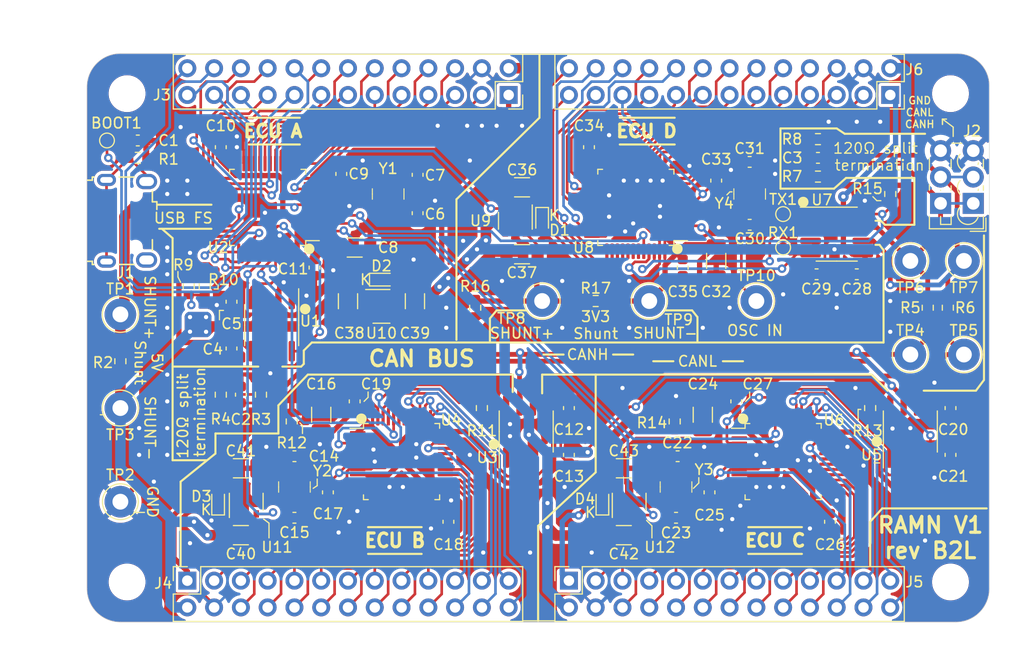
<source format=kicad_pcb>
(kicad_pcb (version 20221018) (generator pcbnew)
  (layers (0 "F.Cu" power) (31 "B.Cu" signal) (34 "B.Paste" user) (35 "F.Paste" user) (36 "B.SilkS" user "B.Silkscreen") (37 "F.SilkS" user "F.Silkscreen") (38 "B.Mask" user) (39 "F.Mask" user) (44 "Edge.Cuts" user))
  (net 0 "")
  (net 1 "GND")
  (net 2 "Net-(C2-Pad1)")
  (net 3 "+5V")
  (net 4 "/usb_uc/USB_D+")
  (net 5 "/usb_uc/USB_D-")
  (net 6 "/usb_uc/nRST")
  (net 7 "/usb_uc/SYS_JTDO-SWO")
  (net 8 "/usb_uc/SYS_JTCK-SWCLK")
  (net 9 "/usb_uc/SYS_JTMS-SWDIO")
  (net 10 "/usb_uc/SYS_JTDI")
  (net 11 "/usb_uc/SYS_JTRST")
  (net 12 "/usb_uc/BOOT0")
  (net 13 "/usb_uc/CAN_STB")
  (net 14 "/usb_uc/CAN1_RX")
  (net 15 "/usb_uc/CAN1_TX")
  (net 16 "/usb_uc/PA8")
  (net 17 "/usb_uc/PB15")
  (net 18 "/usb_uc/PB14")
  (net 19 "/usb_uc/PB13")
  (net 20 "/usb_uc/PB12")
  (net 21 "/usb_uc/PB11")
  (net 22 "/usb_uc/PB10")
  (net 23 "/usb_uc/PB2")
  (net 24 "/usb_uc/PB1")
  (net 25 "/usb_uc/PB0")
  (net 26 "/usb_uc/PA7")
  (net 27 "/usb_uc/PA6")
  (net 28 "/usb_uc/PA5")
  (net 29 "/usb_uc/PA4")
  (net 30 "/usb_uc/PA3")
  (net 31 "/usb_uc/PA2")
  (net 32 "/usb_uc/PA1")
  (net 33 "/usb_uc/3V3_ECU")
  (net 34 "Net-(J1-Shield)")
  (net 35 "Net-(C3-Pad1)")
  (net 36 "Net-(U2-PH0)")
  (net 37 "Net-(U2-PH1)")
  (net 38 "Net-(U4-PH0)")
  (net 39 "Net-(U4-PH1)")
  (net 40 "Net-(U6-PH0)")
  (net 41 "Net-(U6-PH1)")
  (net 42 "Net-(U8-PH0)")
  (net 43 "Net-(U8-PH1)")
  (net 44 "Net-(J1-VBUS)")
  (net 46 "/ECUC/ECU_ENABLE")
  (net 47 "/ECUD/ECU_ENABLE")
  (net 50 "/ECUB/ECU_ENABLE")
  (net 81 "/ECUB/3V3_ECU")
  (net 82 "/ECUB/nRST")
  (net 83 "/ECUC/3V3_ECU")
  (net 84 "/ECUC/nRST")
  (net 85 "/ECUD/3V3_ECU")
  (net 86 "/ECUD/nRST")
  (net 87 "/ECUD/sheet5D7F273B/3.3V")
  (net 88 "/ECUD/CANL_IN")
  (net 89 "/ECUD/CANH_IN")
  (net 90 "/ECUB/PA1")
  (net 91 "/ECUB/PA2")
  (net 92 "/ECUB/PA3")
  (net 93 "/ECUB/PA4")
  (net 94 "/ECUB/PA5")
  (net 95 "/ECUB/PA6")
  (net 96 "/ECUB/PA7")
  (net 97 "/ECUB/PB0")
  (net 98 "/ECUB/PB1")
  (net 99 "/ECUB/PB2")
  (net 100 "/ECUB/PB10")
  (net 101 "/ECUB/PB11")
  (net 102 "/ECUB/PB12")
  (net 103 "/ECUB/PB13")
  (net 104 "/ECUB/PB14")
  (net 105 "/ECUB/PB15")
  (net 106 "/ECUB/PA8")
  (net 107 "/ECUB/SYS_JTMS-SWDIO")
  (net 108 "/ECUB/SYS_JTDI")
  (net 109 "/ECUB/SYS_JTCK-SWCLK")
  (net 110 "/ECUB/SYS_JTDO-SWO")
  (net 111 "/ECUB/SYS_JTRST")
  (net 112 "/ECUC/PA1")
  (net 113 "/ECUC/PA2")
  (net 114 "/ECUC/PA3")
  (net 115 "/ECUC/PA4")
  (net 116 "/ECUC/PA5")
  (net 117 "/ECUC/PA6")
  (net 118 "/ECUC/PA7")
  (net 119 "/ECUC/PB0")
  (net 120 "/ECUC/PB1")
  (net 121 "/ECUC/PB2")
  (net 122 "/ECUC/PB10")
  (net 123 "/ECUC/PB11")
  (net 124 "/ECUC/PB12")
  (net 125 "/ECUC/PB13")
  (net 126 "/ECUC/PB14")
  (net 127 "/ECUC/PB15")
  (net 128 "/ECUC/PA8")
  (net 129 "/ECUC/SYS_JTMS-SWDIO")
  (net 130 "/ECUC/SYS_JTDI")
  (net 131 "/ECUC/SYS_JTCK-SWCLK")
  (net 132 "/ECUC/SYS_JTDO-SWO")
  (net 133 "/ECUC/SYS_JTRST")
  (net 134 "/ECUD/PA1")
  (net 135 "/ECUD/PA2")
  (net 136 "/ECUD/PA3")
  (net 137 "/ECUD/PA4")
  (net 138 "/ECUD/PA5")
  (net 139 "/ECUD/PA6")
  (net 140 "/ECUD/PA7")
  (net 141 "/ECUD/PB0")
  (net 142 "/ECUD/PB1")
  (net 143 "/ECUD/PB2")
  (net 144 "/ECUD/PB10")
  (net 145 "/ECUD/PB11")
  (net 146 "/ECUD/PB12")
  (net 147 "/ECUD/PB13")
  (net 148 "/ECUD/PB14")
  (net 149 "/ECUD/PB15")
  (net 150 "/ECUD/PA8")
  (net 151 "/ECUD/SYS_JTMS-SWDIO")
  (net 152 "/ECUD/SYS_JTDI")
  (net 153 "/ECUD/SYS_JTCK-SWCLK")
  (net 154 "/ECUD/SYS_JTDO-SWO")
  (net 155 "/ECUD/SYS_JTRST")
  (net 156 "/ECUB/CANH_IN")
  (net 157 "/ECUB/CANL_IN")
  (net 158 "/ECUB/CAN_STB")
  (net 159 "/ECUC/CAN_STB")
  (net 160 "/ECUD/CAN_STB")
  (net 161 "/ECUD/CAN1_TX")
  (net 162 "/ECUD/CAN1_RX")
  (net 163 "/ECUC/BOOT0")
  (net 164 "/ECUD/BOOT0")
  (net 165 "/ECUB/BOOT0")
  (net 166 "/ECUB/CAN1_RX")
  (net 167 "/ECUB/CAN1_TX")
  (net 168 "/ECUC/CAN1_RX")
  (net 169 "/ECUC/CAN1_TX")
  (footprint "Capacitor_SMD:C_0603_1608Metric" (layer "F.Cu") (at 55.245 75.565 90)
    (fp_text reference "C2")
    (fp_text value "4.7nF")
  )
  (footprint "Capacitor_SMD:C_0603_1608Metric" (layer "F.Cu") (at 72.009 54.695 -90)
    (fp_text reference "C7")
    (fp_text value "10pF")
  )
  (footprint "Resistor_SMD:R_0603_1608Metric" (layer "F.Cu") (at 57.15 75.565 -90)
    (fp_text reference "R3")
    (fp_text value "60R")
  )
  (footprint "Capacitor_SMD:C_0603_1608Metric" (layer "F.Cu") (at 72.009 58.335 90)
    (fp_text reference "C6")
    (fp_text value "10pF")
  )
  (footprint "digikey-footprints:SMD-2_3.2x2.5mm" (layer "F.Cu") (at 69.215 56.515 90)
    (fp_text reference "Y1")
    (fp_text value "NX3225GD-8MHZ-STD-CRA-3")
  )
  (footprint "Capacitor_SMD:C_0603_1608Metric" (layer "F.Cu") (at 54.356 71.181 -90)
    (fp_text reference "C4")
    (fp_text value "100nF")
  )
  (footprint "Capacitor_SMD:C_0603_1608Metric" (layer "F.Cu") (at 64.77 54.61 90)
    (fp_text reference "C9")
    (fp_text value "100nF")
  )
  (footprint "TestPoint:TestPoint_Loop_D2.54mm_Drill1.5mm_Beaded" (layer "F.Cu") (at 43.815 76.835)
    (fp_text reference "TP3")
    (fp_text value " ")
  )
  (footprint "Capacitor_SMD:C_1206_3216Metric" (layer "F.Cu") (at 66.04 61.595)
    (fp_text reference "C8")
    (fp_text value "10uF")
  )
  (footprint "Capacitor_SMD:C_0603_1608Metric" (layer "F.Cu") (at 53.34 52.07 90)
    (fp_text reference "C10")
    (fp_text value "100nF")
  )
  (footprint "Package_SO:SOIC-8_3.9x4.9mm_P1.27mm" (layer "F.Cu") (at 58.166 68.961 -90)
    (fp_text reference "U1")
    (fp_text value "ATA6561-GAQW-N")
  )
  (footprint "Capacitor_SMD:C_0603_1608Metric" (layer "F.Cu") (at 86.36 81.28 -90)
    (fp_text reference "C13")
    (fp_text value "100nF")
  )
  (footprint "Capacitor_SMD:C_0603_1608Metric" (layer "F.Cu") (at 74.93 87.63 -90)
    (fp_text reference "C18")
    (fp_text value "100nF")
  )
  (footprint "Package_SO:TSOP-5_1.65x3.05mm_P0.95mm" (layer "F.Cu") (at 55.753 85.725 90)
    (fp_text reference "U11")
    (fp_text value "NCV8163")
  )
  (footprint "Capacitor_SMD:C_1206_3216Metric" (layer "F.Cu") (at 55.245 88.9)
    (fp_text reference "C40")
    (fp_text value "1uF")
  )
  (footprint "Capacitor_SMD:C_1206_3216Metric" (layer "F.Cu") (at 55.245 82.55)
    (fp_text reference "C41")
    (fp_text value "1uF")
  )
  (footprint "Capacitor_SMD:C_0603_1608Metric" (layer "F.Cu") (at 113.665 64.135 180)
    (fp_text reference "C28")
    (fp_text value "100nF")
  )
  (footprint "Capacitor_SMD:C_0603_1608Metric" (layer "F.Cu") (at 109.855 64.135 180)
    (fp_text reference "C29")
    (fp_text value "100nF")
  )
  (footprint "Capacitor_SMD:C_0603_1608Metric" (layer "F.Cu") (at 103.505 53.467)
    (fp_text reference "C31")
    (fp_text value "10pF")
  )
  (footprint "Capacitor_SMD:C_1206_3216Metric" (layer "F.Cu") (at 100.33 62.865 -90)
    (fp_text reference "C32")
    (fp_text value "10uF")
  )
  (footprint "Capacitor_SMD:C_0603_1608Metric" (layer "F.Cu") (at 100.33 55.245 90)
    (fp_text reference "C33")
    (fp_text value "100nF")
  )
  (footprint "Capacitor_SMD:C_0603_1608Metric" (layer "F.Cu") (at 88.265 52.07 90)
    (fp_text reference "C34")
    (fp_text value "100nF")
  )
  (footprint "Capacitor_SMD:C_0603_1608Metric" (layer "F.Cu") (at 97.155 63.5 -90)
    (fp_text reference "C35")
    (fp_text value "100nF")
  )
  (footprint "Capacitor_SMD:C_1206_3216Metric" (layer "F.Cu") (at 81.915 55.88 180)
    (fp_text reference "C36")
    (fp_text value "1uF")
  )
  (footprint "Capacitor_SMD:C_1206_3216Metric" (layer "F.Cu") (at 81.915 62.23 180)
    (fp_text reference "C37")
    (fp_text value "1uF")
  )
  (footprint "Package_SO:SOIC-8_3.9x4.9mm_P1.27mm" (layer "F.Cu") (at 111.76 60.325)
    (fp_text reference "U7")
    (fp_text value "ATA6561-GAQW-N")
  )
  (footprint "Package_QFP:LQFP-48_7x7mm_P0.5mm" (layer "F.Cu") (at 92.71 57.785 180)
    (fp_text reference "U8")
    (fp_text value "STM32L552/STM32L562")
  )
  (footprint "Package_SO:TSOP-5_1.65x3.05mm_P0.95mm" (layer "F.Cu") (at 81.28 59.055 -90)
    (fp_text reference "U9")
    (fp_text value "NCV8163")
  )
  (footprint "digikey-footprints:SMD-2_3.2x2.5mm" (layer "F.Cu") (at 103.505 56.515 90)
    (fp_text reference "Y4")
    (fp_text value "NX3225GD-8MHZ-STD-CRA-3")
  )
  (footprint "Capacitor_SMD:C_1206_3216Metric" (layer "F.Cu") (at 65.405 66.692 -90)
    (fp_text reference "C38")
    (fp_text value "1uF")
  )
  (footprint "Resistor_SMD:R_0603_1608Metric" (layer "F.Cu") (at 53.34 75.565 90)
    (fp_text reference "R4")
    (fp_text value "60R")
  )
  (footprint "TestPoint:TestPoint_Loop_D2.54mm_Drill1.5mm_Beaded" (layer "F.Cu") (at 93.98 66.675)
    (fp_text reference "TP9")
    (fp_text value " ")
  )
  (footprint "Capacitor_SMD:C_0603_1608Metric" (layer "F.Cu") (at 99.695 84.836 -90)
    (fp_text reference "C25")
    (fp_text value "100nF")
  )
  (footprint "Capacitor_SMD:C_0603_1608Metric" (layer "F.Cu") (at 111.125 87.63 -90)
    (fp_text reference "C26")
    (fp_text value "100nF")
  )
  (footprint "Capacitor_SMD:C_1206_3216Metric" (layer "F.Cu") (at 62.865 77.47 90)
    (fp_text reference "C16")
    (fp_text value "10uF")
  )
  (footprint "Package_SO:SOIC-8_3.9x4.9mm_P1.27mm" (layer "F.Cu") (at 82.31 79.06 90)
    (fp_text reference "U3")
    (fp_text value "ATA6561-GAQW-N")
  )
  (footprint "Capacitor_SMD:C_1206_3216Metric" (layer "F.Cu") (at 99.06 77.47 90)
    (fp_text reference "C24")
    (fp_text value "10uF")
  )
  (footprint "Capacitor_SMD:C_1206_3216Metric" (layer "F.Cu") (at 91.567 82.55)
    (fp_text reference "C43")
    (fp_text value "1uF")
  )
  (footprint "Package_SO:TSOP-5_1.65x3.05mm_P0.95mm" (layer "F.Cu") (at 92.075 85.725 90)
    (fp_text reference "U12")
    (fp_text value "NCV8163")
  )
  (footprint "Capacitor_SMD:C_0603_1608Metric" (layer "F.Cu") (at 60.325 87.249 180)
    (fp_text reference "C15")
    (fp_text value "10pF")
  )
  (footprint "Capacitor_SMD:C_0603_1608Metric" (layer "F.Cu") (at 96.6725 81.407 180)
    (fp_text reference "C22")
    (fp_text value "10pF")
  )
  (footprint "Capacitor_SMD:C_0603_1608Metric" (layer "F.Cu") (at 63.5 84.836 -90)
    (fp_text reference "C17")
    (fp_text value "100nF")
  )
  (footprint "Capacitor_SMD:C_0603_1608Metric" (layer "F.Cu") (at 96.52 87.249 180)
    (fp_text reference "C23")
    (fp_text value "10pF")
  )
  (footprint "MountingHole:MountingHole_3.2mm_M3_ISO7380" (layer "F.Cu") (at 44.45 93.345)
    (fp_text reference "H2" hide)
    (fp_text value "MountingHole")
  )
  (footprint "Capacitor_SMD:C_0603_1608Metric" (layer "F.Cu") (at 109.982 53.086 180)
    (fp_text reference "C3")
    (fp_text value "4.7nF")
  )
  (footprint "Resistor_SMD:R_0603_1608Metric" (layer "F.Cu") (at 109.982 51.308)
    (fp_text reference "R8")
    (fp_text value "60R")
  )
  (footprint "MountingHole:MountingHole_3.2mm_M3_ISO7380" (layer "F.Cu") (at 122.555 46.99)
    (fp_text reference "H4" hide)
    (fp_text value "MountingHole")
  )
  (footprint "Capacitor_SMD:C_0603_1608Metric" (layer "F.Cu") (at 122.555 81.28 -90)
    (fp_text reference "C21")
    (fp_text value "100nF")
  )
  (footprint "Package_SO:SOIC-8_3.9x4.9mm_P1.27mm" (layer "F.Cu") (at 118.745 79.06 90)
    (fp_text reference "U5")
    (fp_text value "ATA6561-GAQW-N")
  )
  (footprint "TestPoint:TestPoint_Loop_D2.54mm_Drill1.5mm_Beaded" (layer "F.Cu") (at 43.815 67.945)
    (fp_text reference "TP1")
    (fp_text value " ")
  )
  (footprint "Connector_PinSocket_2.54mm:PinSocket_2x13_P2.54mm_Vertical" (layer "F.Cu") (at 86.36 93.218 90)
    (fp_text reference "J5")
    (fp_text value " ")
  )
  (footprint "Connector_PinSocket_2.54mm:PinSocket_2x13_P2.54mm_Vertical" (layer "F.Cu") (at 80.645 47.117 -90)
    (fp_text reference "J3")
    (fp_text value " ")
  )
  (footprint "Connector_PinSocket_2.54mm:PinSocket_2x13_P2.54mm_Vertical" (layer "F.Cu") (at 50.165 93.218 90)
    (fp_text reference "J4")
    (fp_text value " ")
  )
  (footprint "Connector_PinSocket_2.54mm:PinSocket_2x13_P2.54mm_Vertical" (layer "F.Cu") (at 116.84 47.117 -90)
    (fp_text reference "J6")
    (fp_text value " ")
  )
  (footprint "TestPoint:TestPoint_Loop_D2.54mm_Drill1.5mm_Beaded" (layer "F.Cu") (at 43.815 85.725)
    (fp_text reference "TP2")
    (fp_text value " ")
  )
  (footprint "Package_QFP:LQFP-48_7x7mm_P0.5mm" (layer "F.Cu") (at 106.68 81.915)
    (fp_text reference "U6")
    (fp_text value "STM32L552/STM32L562")
  )
  (footprint "Connector_USB:USB_Micro-B_Wuerth_629105150521" (layer "F.Cu") (at 44.45 59.055 -90)
    (fp_text reference "J1")
    (fp_text value "USB_C_Micro")
  )
  (footprint "Package_QFP:LQFP-48_7x7mm_P0.5mm" (layer "F.Cu") (at 57.785 57.785 180)
    (fp_text reference "U2")
    (fp_text value "STM32L552/STM32L562")
  )
  (footprint "Capacitor_SMD:C_0603_1608Metric" (layer "F.Cu") (at 62.23 63.5 -90)
    (fp_text reference "C11")
    (fp_text value "100nF")
  )
  (footprint "TestPoint:TestPoint_Loop_D2.54mm_Drill1.5mm_Beaded" (layer "F.Cu") (at 118.745 71.755)
    (fp_text reference "TP4")
    (fp_text value " ")
  )
  (footprint "Resistor_SMD:R_0603_1608Metric" (layer "F.Cu") (at 96.393 78.105 90)
    (fp_text reference "R14")
    (fp_text value "10k")
  )
  (footprint "Resistor_SMD:R_0603_1608Metric" (layer "F.Cu") (at 77.47 67.31 -90)
    (fp_text reference "R16")
    (fp_text value "10k")
  )
  (footprint "MountingHole:MountingHole_3.2mm_M3_ISO7380" (layer "F.Cu") (at 122.555 93.345)
    (fp_text reference "H1" hide)
    (fp_text value "MountingHole")
  )
  (footprint "Resistor_SMD:R_0603_1608Metric" (layer "F.Cu") (at 78.105 76.835 -90)
    (fp_text reference "R11")
    (fp_text value "10k")
  )
  (footprint "TestPoint:TestPoint_Loop_D2.54mm_Drill1.5mm_Beaded" (layer "F.Cu") (at 123.825 62.865)
    (fp_text reference "TP7")
    (fp_text value " ")
  )
  (footprint "Resistor_SMD:R_0603_1608Metric" (layer "F.Cu") (at 122.301 67.31 -90)
    (fp_text reference "R6")
    (fp_text value "0R")
  )
  (footprint "Resistor_SMD:R_0603_1608Metric" (layer "F.Cu") (at 43.815 72.39 90)
    (fp_text reference "R2")
    (fp_text value "0R")
  )
  (footprint "Capacitor_SMD:C_1206_3216Metric" (layer "F.Cu") (at 71.755 66.692 -90)
    (fp_text reference "C39")
    (fp_text value "1uF")
  )
  (footprint "Package_QFP:LQFP-48_7x7mm_P0.5mm" (layer "F.Cu") (at 70.485 81.915)
    (fp_text reference "U4")
    (fp_text value "STM32L552/STM32L562")
  )
  (footprint "digikey-footprints:SMD-2_3.2x2.5mm" (layer "F.Cu") (at 96.52 84.328 -90)
    (fp_text reference "Y3")
    (fp_text value "NX3225GD-8MHZ-STD-CRA-3")
  )
  (footprint "TestPoint:TestPoint_Loop_D2.54mm_Drill1.5mm_Beaded" (layer "F.Cu") (at 123.825 71.755)
    (fp_text reference "TP5")
    (fp_text value " ")
  )
  (footprint "TestPoint:TestPoint_Loop_D2.54mm_Drill1.5mm_Beaded" (layer "F.Cu") (at 118.745 62.865)
    (fp_text reference "TP6")
    (fp_text value " ")
  )
  (footprint "TestPoint:TestPoint_Loop_D2.54mm_Drill1.5mm_Beaded" (layer "F.Cu") (at 104.14 66.675)
    (fp_text reference "TP10")
    (fp_text value " ")
  )
  (footprint "TestPoint:TestPoint_Loop_D2.54mm_Drill1.5mm_Beaded" (layer "F.Cu") (at 83.82 66.675)
    (fp_text reference "TP8")
    (fp_text value " ")
  )
  (footprint "Resistor_SMD:R_0603_1608Metric" (layer "F.Cu") (at 88.9 66.675 180)
    (fp_text reference "R17")
    (fp_text value "0R")
  )
  (footprint "Resistor_SMD:R_0603_1608Metric" (layer "F.Cu") (at 120.396 67.31 -90)
    (fp_text reference "R5")
    (fp_text value "0R")
  )
  (footprint "Resistor_SMD:R_0603_1608Metric" (layer "F.Cu") (at 51.816 65.278 90)
    (fp_text reference "R10")
    (fp_text value "DNM")
  )
  (footprint "Resistor_SMD:R_0603_1608Metric" (layer "F.Cu") (at 50.292 65.278 -90)
    (fp_text reference "R9")
    (fp_text value "10k")
  )
  (footprint "MountingHole:MountingHole_3.2mm_M3_ISO7380" (layer "F.Cu") (at 44.45 46.99)
    (fp_text reference "H3" hide)
    (fp_text value "MountingHole")
  )
  (footprint "TestPoint:TestPoint_Pad_D1.0mm" (layer "F.Cu") (at 42.545 51.435)
    (fp_text reference "BOOT1")
    (fp_text value " ")
  )
  (footprint "Fiducial:Fiducial_1mm_Mask2mm" (layer "F.Cu") (at 46.99 95.504)
    (fp_text reference "FID1" hide)
    (fp_text value "Fiducial")
  )
  (footprint "Fiducial:Fiducial_1mm_Mask2mm" (layer "F.Cu") (at 119.888 95.504)
    (fp_text reference "FID2" hide)
    (fp_text value "Fiducial")
  )
  (footprint "TestPoint:TestPoint_Pad_D1.0mm" (layer "F.Cu") (at 106.68 58.42)
    (fp_text reference "TX1")
    (fp_text value " ")
  )
  (footprint "Capacitor_SMD:C_0603_1608Metric" (layer "F.Cu") (at 122.555 76.835 90)
    (fp_text reference "C20")
    (fp_text value "100nF")
  )
  (footprint "Resistor_SMD:R_0603_1608Metric" (layer "F.Cu") (at 116.84 56.515 90)
    (fp_text reference "R15")
    (fp_text value "10k")
  )
  (footprint "Capacitor_SMD:C_0603_1608Metric" (layer "F.Cu") (at 103.505 59.436)
    (fp_text reference "C30")
    (fp_text value "10pF")
  )
  (footprint "Package_SO:TSOP-5_1.65x3.05mm_P0.95mm" (layer "F.Cu") (at 68.58 67.183)
    (fp_text reference "U10")
    (fp_text value "NCV8163")
  )
  (footprint "Fiducial:Fiducial_1mm_Mask2mm" (layer "F.Cu") (at 46.99 44.958)
    (fp_text reference "FID3" hide)
    (fp_text value "Fiducial")
  )
  (footprint "Diode_SMD:D_SOD-523" (layer "F.Cu") (at 68.707 64.643)
    (fp_text reference "D2")
    (fp_text value "D_Schottky")
  )
  (footprint "Diode_SMD:D_SOD-523" (layer "F.Cu") (at 53.086 85.725 90)
    (fp_text reference "D3")
    (fp_text value "D_Schottky")
  )
  (footprint "Diode_SMD:D_SOD-523" (layer "F.Cu") (at 83.82 59.055 -90)
    (fp_text reference "D1")
    (fp_text value "D_Schottky")
  )
  (footprint "Capacitor_SMD:C_0603_1608Metric" (layer "F.Cu") (at 45.466 51.435)
    (fp_text reference "C1")
    (fp_text value "100nF")
  )
  (footprint "Resistor_SMD:R_0603_1608Metric" (layer "F.Cu") (at 45.466 53.086)
    (fp_text reference "R1")
    (fp_text value "10k")
  )
  (footprint "TerminalBlock_Phoenix:TerminalBlock_Phoenix_PTSM-0,5-3-2.5-V-THR_1x03_P2.50mm_Vertical" (layer "F.Cu") (at 124.714 57.404 90)
    (fp_text reference "J2")
    (fp_text value "Screw_Terminal_01x03")
  )
  (footprint "Capacitor_SMD:C_0603_1608Metric" (layer "F.Cu") (at 66.04 76.2 90)
    (fp_text reference "C19")
    (fp_text value "100nF")
  )
  (footprint "Capacitor_SMD:C_0603_1608Metric" (layer "F.Cu") (at 60.325 81.407 180)
    (fp_text reference "C14")
    (fp_text value "10pF")
  )
  (footprint "digikey-footprints:SMD-2_3.2x2.5mm" (layer "F.Cu") (at 60.325 84.328 -90)
    (fp_text reference "Y2")
    (fp_text value "NX3225GD-8MHZ-STD-CRA-3")
  )
  (footprint "Resistor_SMD:R_0603_1608Metric" (layer "F.Cu") (at 60.071 78.105 90)
    (fp_text reference "R12")
    (fp_text value "10k")
  )
  (footprint "Capacitor_SMD:C_0603_1608Metric" (layer "F.Cu") (at 54.356 66.741 90)
    (fp_text reference "C5")
    (fp_text value "100nF")
  )
  (footprint "Capacitor_SMD:C_1206_3216Metric" (layer "F.Cu") (at 91.567 88.9)
    (fp_text reference "C42")
    (fp_text value "1uF")
  )
  (footprint "Diode_SMD:D_SOD-523" (layer "F.Cu") (at 89.535 85.725 90)
    (fp_text reference "D4")
    (fp_text value "D_Schottky")
  )
  (footprint "Resistor_SMD:R_0603_1608Metric" (layer "F.Cu") (at 109.982 54.864 180)
    (fp_text reference "R7")
    (fp_text value "60R")
  )
  (footprint "Resistor_SMD:R_0603_1608Metric" (layer "F.Cu") (at 114.935 76.835 -90)
    (fp_text reference "R13")
    (fp_text value "10k")
  )
  (footprint "TestPoint:TestPoint_Pad_D1.0mm" (layer "F.Cu") (at 106.68 61.595)
    (fp_text reference "RX1")
    (fp_text value " ")
  )
  (footprint "Capacitor_SMD:C_0603_1608Metric" (layer "F.Cu") (at 86.36 76.835 -90)
    (fp_text reference "C12")
    (fp_text value "100nF")
  )
  (footprint "Capacitor_SMD:C_0603_1608Metric" (layer "F.Cu") (at 102.235 76.2 90)
    (fp_text reference "C27")
    (fp_text value "100nF")
  )
  (gr_line (start 96.393 49.276) (end 91.186 49.276) (stroke (width 0.2)) (layer "F.SilkS"))
  (gr_line (start 103.378 88.138) (end 108.458 88.138) (stroke (width 0.2)) (layer "F.SilkS"))
  (gr_line (start 108.458 90.678) (end 103.378 90.678) (stroke (width 0.2)) (layer "F.SilkS"))
  (gr_line (start 75.692 57.023) (end 83.566 49.276) (stroke (width 0.2)) (layer "F.SilkS"))
  (gr_line (start 83.566 49.276) (end 83.566 43.307) (stroke (width 0.2)) (layer "F.SilkS"))
  (gr_line (start 111.506 56.007) (end 112.649 54.991) (stroke (width 0.2)) (layer "F.SilkS"))
  (gr_line (start 52.832 81.153) (end 52.832 79.248) (stroke (width 0.2)) (layer "F.SilkS"))
  (gr_line (start 88.9 73.66) (end 115.062 73.66) (stroke (width 0.2)) (layer "F.SilkS"))
  (gr_line (start 116.586 75.184) (end 115.062 73.66) (stroke (width 0.2)) (layer "F.SilkS"))
  (gr_line (start 83.947 71.755) (end 85.852 71.755) (stroke (width 0.2)) (layer "F.SilkS"))
  (gr_line (start 121.793 49.911) (end 121.793 49.403) (stroke (width 0.12)) (layer "F.SilkS"))
  (gr_line (start 48.768 60.706) (end 47.752 59.817) (stroke (width 0.2)) (layer "F.SilkS"))
  (gr_line (start 90.551 71.755) (end 92.456 71.755) (stroke (width 0.2)) (layer "F.SilkS"))
  (gr_line (start 94.361 72.39) (end 96.266 72.39) (stroke (width 0.2)) (layer "F.SilkS"))
  (gr_line (start 100.965 72.39) (end 102.87 72.39) (stroke (width 0.2)) (layer "F.SilkS"))
  (gr_line (start 106.426 50.292) (end 106.426 56.007) (stroke (width 0.2)) (layer "F.SilkS"))
  (gr_line (start 60.96 72.898) (end 59.182 72.898) (stroke (width 0.2)) (layer "F.SilkS"))
  (gr_line (start 125.73 74.168) (end 125.73 60.452) (stroke (width 0.2)) (layer "F.SilkS"))
  (gr_line (start 61.214 71.374) (end 61.976 70.612) (stroke (width 0.2)) (layer "F.SilkS"))
  (gr_circle (center 96.647 61.722) (end 96.647 61.722) (stroke (width 0.5)) (fill none) (layer "F.SilkS"))
  (gr_line (start 98.679 83.947) (end 98.552 84.074) (stroke (width 0.12)) (layer "F.SilkS"))
  (gr_line (start 53.086 65.151) (end 53.086 65.532) (stroke (width 0.12)) (layer "F.SilkS"))
  (gr_circle (center 108.585 57.277) (end 108.585 57.277) (stroke (width 0.5)) (fill none) (layer "F.SilkS"))
  (gr_line (start 120.015 75.184) (end 124.968 75.184) (stroke (width 0.2)) (layer "F.SilkS"))
  (gr_line (start 66.929 76.2) (end 67.31 75.819) (stroke (width 0.12)) (layer "F.SilkS"))
  (gr_line (start 115.951 59.055) (end 115.443 59.055) (stroke (width 0.2)) (layer "F.SilkS"))
  (gr_line (start 81.026 73.66) (end 81.026 75.311) (stroke (width 0.2)) (layer "F.SilkS"))
  (gr_line (start 115.951 57.15) (end 115.57 57.15) (stroke (width 0.12)) (layer "F.SilkS"))
  (gr_line (start 91.186 51.816) (end 96.393 51.816) (stroke (width 0.2)) (layer "F.SilkS"))
  (gr_line (start 119.126 59.436) (end 119.126 54.991) (stroke (width 0.2)) (layer "F.SilkS"))
  (gr_line (start 52.451 57.531) (end 47.371 57.531) (stroke (width 0.2)) (layer "F.SilkS"))
  (gr_circle (center 102.87 77.851) (end 102.87 77.851) (stroke (width 0.5)) (fill none) (layer "F.SilkS"))
  (gr_line (start 52.451 59.817) (end 47.498 59.817) (stroke (width 0.2)) (layer "F.SilkS"))
  (gr_line (start 114.935 87.63) (end 114.935 91.821) (stroke (width 0.2)) (layer "F.SilkS"))
  (gr_line (start 103.505 75.819) (end 103.505 75.311) (stroke (width 0.12)) (layer "F.SilkS"))
  (gr_line (start 94.234 89.154) (end 94.234 88.011) (stroke (width 0.12)) (layer "F.SilkS"))
  (gr_line (start 116.205 61.849) (end 115.824 61.341) (stroke (width 0.2)) (layer "F.SilkS"))
  (gr_line (start 82.296 67.564) (end 79.502 67.564) (stroke (width 0.2)) (layer "F.SilkS"))
  (gr_line (start 48.768 72.898) (end 56.896 72.898) (stroke (width 0.2)) (layer "F.SilkS"))
  (gr_line (start 115.316 82.042) (end 115.824 82.042) (stroke (width 0.12)) (layer "F.SilkS"))
  (gr_line (start 95.504 67.564) (end 98.044 67.564) (stroke (width 0.2)) (layer "F.SilkS"))
  (gr_line (start 53.213 67.564) (end 53.594 67.564) (stroke (width 0.12)) (layer "F.SilkS"))
  (gr_line (start 57.912 89.154) (end 57.912 87.757) (stroke (width 0.12)) (layer "F.SilkS"))
  (gr_line (start 62.484 83.566) (end 62.484 84.201) (stroke (width 0.12)) (layer "F.SilkS"))
  (gr_line (start 115.951 59.055) (end 116.332 59.436) (stroke (width 0.2)) (layer "F.SilkS"))
  (gr_line (start 61.214 72.644) (end 60.96 72.898) (stroke (width 0.2)) (layer "F.SilkS"))
  (gr_line (start 103.124 76.2) (end 103.505 75.819) (stroke (width 0.12)) (layer "F.SilkS"))
  (gr_line (start 58.801 79.248) (end 52.832 79.248) (stroke (width 0.2)) (layer "F.SilkS"))
  (gr_line (start 56.007 49.276) (end 60.833 49.276) (stroke (width 0.2)) (layer "F.SilkS"))
  (gr_line (start 53.086 65.532) (end 52.705 65.532) (stroke (width 0.12)) (layer "F.SilkS"))
  (gr_line (start 121.793 49.403) (end 122.174 49.403) (stroke (width 0.12)) (layer "F.SilkS"))
  (gr_line (start 106.426 56.007) (end 111.506 56.007) (stroke (width 0.2)) (layer "F.SilkS"))
  (gr_line (start 78.867 68.326) (end 78.867 70.485) (stroke (width 0.2)) (layer "F.SilkS"))
  (gr_line (start 83.439 97.028) (end 84.963 97.028) (stroke (width 0.12)) (layer "F.SilkS"))
  (gr_line (start 83.82 73.66) (end 88.9 73.66) (stroke (width 0.2)) (layer "F.SilkS"))
  (gr_line (start 49.53 83.82) (end 52.832 81.153) (stroke (width 0.2)) (layer "F.SilkS"))
  (gr_line (start 116.078 86.36) (end 125.984 86.36) (stroke (width 0.2)) (layer "F.SilkS"))
  (gr_line (start 62.484 84.201) (end 62.103 84.455) (stroke (width 0.12)) (layer "F.SilkS"))
  (gr_line (start 116.078 86.36) (end 114.935 87.63) (stroke (width 0.2)) (layer "F.SilkS"))
  (gr_line (start 94.234 88.011) (end 93.726 87.503) (stroke (width 0.12)) (layer "F.SilkS"))
  (gr_line (start 122.809 51.054) (end 122.809 50.165) (stroke (width 0.12)) (layer "F.SilkS"))
  (gr_line (start 98.679 83.439) (end 98.679 83.947) (stroke (width 0.12)) (layer "F.SilkS"))
  (gr_line (start 61.976 70.612) (end 116.205 70.612) (stroke (width 0.2)) (layer "F.SilkS"))
  (gr_line (start 83.439 88.011) (end 88.9 82.931) (stroke (width 0.2)) (layer "F.SilkS"))
  (gr_line (start 98.044 67.564) (end 98.552 68.199) (stroke (width 0.2)) (layer "F.SilkS"))
  (gr_line (start 58.801 76.581) (end 58.801 79.248) (stroke (width 0.2)) (layer "F.SilkS"))
  (gr_line (start 101.6254 56.3118) (end 101.8286 56.3118) (stroke (width 0.12)) (layer "F.SilkS"))
  (gr_line (start 81.975 43.247) (end 85.03 43.247) (stroke (width 0.12)) (layer "F.SilkS"))
  (gr_line (start 75.692 70.358) (end 75.692 57.023) (stroke (width 0.2)) (layer "F.SilkS"))
  (gr_line (start 61.595 73.66) (end 58.801 76.581) (stroke (width 0.2)) (layer "F.SilkS"))
  (gr_line (start 98.552 68.199) (end 98.552 70.485) (stroke (width 0.2)) (layer "F.SilkS"))
  (gr_circle (center 115.57 80.01) (end 115.57 80.01) (stroke (width 0.5)) (fill none) (layer "F.SilkS"))
  (gr_line (start 79.502 67.564) (end 78.867 68.326) (stroke (width 0.2)) (layer "F.SilkS"))
  (gr_line (start 125.73 74.168) (end 124.968 75.184) (stroke (width 0.2)) (layer "F.SilkS"))
  (gr_circle (center 66.675 77.851) (end 66.675 77.851) (stroke (width 0.5)) (fill none) (layer "F.SilkS"))
  (gr_line (start 67.31 88.138) (end 72.39 88.138) (stroke (width 0.2)) (layer "F.SilkS"))
  (gr_line (start 45.085 86.741) (end 46.101 86.741) (stroke (width 0.12)) (layer "F.SilkS"))
  (gr_line (start 61.214 71.374) (end 61.214 72.644) (stroke (width 0.2)) (layer "F.SilkS"))
  (gr_line (start 83.82 75.438) (end 83.82 73.66) (stroke (width 0.2)) (layer "F.SilkS"))
  (gr_line (start 120.142 50.8) (end 112.522 50.8) (stroke (width 0.2)) (layer "F.SilkS"))
  (gr_line (start 72.39 90.678) (end 67.31 90.678) (stroke (width 0.2)) (layer "F.SilkS"))
  (gr_line (start 113.792 76.962) (end 113.792 77.978) (stroke (width 0.12)) (layer "F.SilkS"))
  (gr_line (start 83.439 97.028) (end 83.439 88.011) (stroke (width 0.2)) (layer "F.SilkS"))
  (gr_line (start 49.276 64.389) (end 49.276 63.881) (stroke (width 0.12)) (layer "F.SilkS"))
  (gr_line (start 114.046 76.962) (end 113.792 76.962) (stroke (width 0.12)) (layer "F.SilkS"))
  (gr_line (start 49.276 64.389) (end 49.53 64.897) (stroke (width 0.12)) (layer "F.SilkS"))
  (gr_line (start 41.91 77.47) (end 42.164 77.47) (stroke (width 0.12)) (layer "F.SilkS"))
  (gr_line (start 106.426 50.292) (end 111.76 50.292) (stroke (width 0.2)) (layer "F.SilkS"))
  (gr_line (start 115.824 61.341) (end 115.443 61.341) (stroke (width 0.2)) (layer "F.SilkS"))
  (gr_line (start 83.439 97.028) (end 82.042 97.028) (stroke (width 0.12)) (layer "F.SilkS"))
  (gr_line (start 48.768 81.788) (end 48.768 60.706) (stroke (width 0.2)) (layer "F.SilkS"))
  (gr_line (start 112.649 54.991) (end 119.126 54.991) (stroke (width 0.2)) (layer "F.SilkS"))
  (gr_circle (center 61.722 61.722) (end 61.722 61.722) (stroke (width 0.5)) (fill none) (layer "F.SilkS"))
  (gr_line (start 57.912 87.757) (end 57.404 87.376) (stroke (width 0.12)) (layer "F.SilkS"))
  (gr_line (start 49.53 91.821) (end 49.53 83.82) (stroke (width 0.2)) (layer "F.SilkS"))
  (gr_line (start 122.809 50.165) (end 121.793 49.403) (stroke (width 0.12)) (layer "F.SilkS"))
  (gr_line (start 51.943 81.788) (end 48.768 81.788) (stroke (width 0.2)) (layer "F.SilkS"))
  (gr_line (start 116.205 70.612) (end 116.205 61.849) (stroke (width 0.2)) (layer "F.SilkS"))
  (gr_circle (center 79.248 80.264) (end 79.248 80.264) (stroke (width 0.5)) (fill none) (layer "F.SilkS"))
  (gr_line (start 98.552 84.074) (end 98.171 84.455) (stroke (width 0.12)) (layer "F.SilkS"))
  (gr_line (start 53.213 67.564) (end 53.213 68.453) (stroke (width 0.12)) (layer "F.SilkS"))
  (gr_line (start 88.9 82.931) (end 88.9 73.66) (stroke (width 0.2)) (layer "F.SilkS"))
  (gr_line (start 60.833 78.232) (end 61.087 78.486) (stroke (width 0.12)) (layer "F.SilkS"))
  (gr_line (start 121.793 49.403) (end 121.793 49.911) (stroke (width 0.12)) (layer "F.SilkS"))
  (gr_line (start 60.833 51.816) (end 56.007 51.816) (stroke (width 0.2)) (layer "F.SilkS"))
  (gr_line (start 81.026 73.66) (end 61.595 73.66) (stroke (width 0.2)) (layer "F.SilkS"))
  (gr_line (start 61.087 78.486) (end 61.087 79.248) (stroke (width 0.12)) (layer "F.SilkS"))
  (gr_line (start 67.31 75.819) (end 67.31 75.311) (stroke (width 0.12)) (layer "F.SilkS"))
  (gr_line (start 116.332 59.436) (end 119.126 59.436) (stroke (width 0.2)) (layer "F.SilkS"))
  (gr_line (start 111.76 50.292) (end 112.522 50.8) (stroke (width 0.2)) (layer "F.SilkS"))
  (gr_line (start 101.346 56.5912) (end 101.6254 56.3118) (stroke (width 0.12)) (layer "F.SilkS"))
  (gr_line (start 115.57 57.15) (end 115.189 56.769) (stroke (width 0.12)) (layer "F.SilkS"))
  (gr_circle (center 61.341 67.437) (end 61.341 67.437) (stroke (width 0.5)) (fill none) (layer "F.SilkS"))
  (gr_line (start 43.815 97.155) (end 123.065 97.155) (stroke (width 0.05)) (layer "Edge.Cuts"))
  (gr_line (start 40.64 46.355) (end 40.64 93.98) (stroke (width 0.05)) (layer "Edge.Cuts"))
  (gr_line (start 126.24 46.23) (end 126.24 93.98) (stroke (width 0.05)) (layer "Edge.Cuts"))
  (gr_arc (start 126.24 93.98) (mid 125.310064 96.225064) (end 123.065 97.155) (stroke (width 0.05)) (layer "Edge.Cuts"))
  (gr_arc (start 123.19 43.18) (mid 125.346676 44.073324) (end 126.24 46.23) (stroke (width 0.05)) (layer "Edge.Cuts"))
  (gr_line (start 43.815 43.18) (end 123.19 43.18) (stroke (width 0.05)) (layer "Edge.Cuts"))
  (gr_arc (start 40.64 46.355) (mid 41.569936 44.109936) (end 43.815 43.18) (stroke (width 0.05)) (layer "Edge.Cuts"))
  (gr_arc (start 43.815 97.155) (mid 41.569936 96.225064) (end 40.64 93.98) (stroke (width 0.05)) (layer "Edge.Cuts"))
  (gr_text "RAMN" (at 44.45 89.4461) (layer "F.Cu") (effects (font (size 1.2 1.2) (thickness 0.25))))
  (gr_text "5V\nShunt" (at 46.482 72.517 270) (layer "F.SilkS") (effects (font (size 1 1))))
  (gr_text "CANH" (at 88.138 71.755) (layer "F.SilkS") (effects (font (size 1 1))))
  (gr_text "CANL" (at 98.552 72.39) (layer "F.SilkS") (effects (font (size 1 1))))
  (gr_text "ECU A" (at 58.293 50.546) (layer "F.SilkS") (effects (font (size 1.2 1.2) (thickness 0.3))))
  (gr_text "120Ω split \ntermination" (at 115.824 52.9844) (layer "F.SilkS") (effects (font (size 1 1) (thickness 0.125))))
  (gr_text "K" (at 67.056 64.643) (layer "F.SilkS") (effects (font (size 1 1))))
  (gr_text "K" (at 84.963 58.547) (layer "F.SilkS") (effects (font (size 1 1))))
  (gr_text "GND\nCANL\nCANH" (at 119.634 48.768) (layer "F.SilkS") (effects (font (size 0.7 0.7) (thickness 0.125))))
  (gr_text "K" (at 51.943 86.487) (layer "F.SilkS") (effects (font (size 1 1))))
  (gr_text "ECU C" (at 105.918 89.408) (layer "F.SilkS") (effects (font (size 1.2 1.2) (thickness 0.3))))
  (gr_text "RAMN V1\nrev B2L" (at 120.65 89.154) (layer "F.SilkS") (effects (font (size 1.5 1.5) (thickness 0.3))))
  (gr_text "120Ω split \ntermination" (at 50.546 77.216 90) (layer "F.SilkS") (effects (font (size 1 1))))
  (gr_text "K" (at 88.392 86.741) (layer "F.SilkS") (effects (font (size 1 1))))
  (gr_text "SHUNT-" (at 46.609 78.74 270) (layer "F.SilkS") (effects (font (size 1 1))))
  (gr_text "OSC IN" (at 104.013 69.469) (layer "F.SilkS") (effects (font (size 1 1))))
  (gr_text "CAN BUS" (at 72.39 72.136) (layer "F.SilkS") (effects (font (size 1.5 1.5) (thickness 0.3))))
  (gr_text "USB FS" (at 49.784 58.801) (layer "F.SilkS") (effects (font (size 1 1))))
  (gr_text "ECU B" (at 69.85 89.408) (layer "F.SilkS") (effects (font (size 1.3 1.2) (thickness 0.3))))
  (gr_text "SHUNT-" (at 95.504 69.723) (layer "F.SilkS") (effects (font (size 1 1))))
  (gr_text "SHUNT+" (at 81.915 69.723) (layer "F.SilkS") (effects (font (size 1 1))))
  (gr_text "GND" (at 46.863 85.725 270) (layer "F.SilkS") (effects (font (size 1 1))))
  (gr_text "3V3\nShunt" (at 88.9 68.961) (layer "F.SilkS") (effects (font (size 1 1))))
  (gr_text "SHUNT+" (at 46.609 67.31 270) (layer "F.SilkS") (effects (font (size 1 1))))
  (gr_text "ECU D" (at 93.726 50.546) (layer "F.SilkS") (effects (font (size 1.2 1.2) (thickness 0.3))))
  (segment (start 85.58499 79.76901) (end 86.614 78.74) (width 0.25) (layer "F.Cu") (net 1))
  (segment (start 117.053999 78.780001) (end 115.546501 78.780001) (width 0.25) (layer "F.Cu") (net 1))
  (segment (start 118.11 81.535) (end 118.11 79.375) (width 0.25) (layer "F.Cu") (net 1))
  (segment (start 52.6542 60.198) (end 52.578 60.198) (width 0.25) (layer "F.Cu") (net 1))
  (segment (start 101.473 82.872) (end 101.473 83.439) (width 0.25) (layer "F.Cu") (net 1))
  (segment (start 93.29686 59.309) (end 92.71 59.309) (width 0.25) (layer "F.Cu") (net 1))
  (segment (start 72.898 88.265) (end 73.279 88.265) (width 0.25) (layer "F.Cu") (net 1))
  (segment (start 56.8198 80.518) (end 55.372 81.9658) (width 0.25) (layer "F.Cu") (net 1))
  (segment (start 64.25001 84.471774) (end 63.960774 84.76101) (width 0.25) (layer "F.Cu") (net 1))
  (segment (start 93.98 80.518) (end 92.2782 80.518) (width 0.25) (layer "F.Cu") (net 1))
  (segment (start 51.816 64.453) (end 51.816 64.135) (width 0.25) (layer "F.Cu") (net 1))
  (segment (start 53.6225 60.035) (end 52.8172 60.035) (width 0.25) (layer "F.Cu") (net 1))
  (segment (start 78.105 44.577) (end 77.978 44.577) (width 0.25) (layer "F.Cu") (net 1))
  (segment (start 81.28 56.645) (end 80.515 55.88) (width 0.25) (layer "F.Cu") (net 1))
  (segment (start 52.6542 60.198) (end 47.1932 60.198) (width 0.25) (layer "F.Cu") (net 1))
  (segment (start 64.25001 84.46699) (end 64.25001 84.471774) (width 0.25) (layer "F.Cu") (net 1))
  (segment (start 107.569 81.788) (end 107.95 81.788) (width 0.25) (layer "F.Cu") (net 1))
  (segment (start 92.2782 80.518) (end 91.7194 81.0768) (width 0.25) (layer "F.Cu") (net 1))
  (segment (start 95.61399 57.04001) (end 96.135 57.04001) (width 0.25) (layer "F.Cu") (net 1))
  (segment (start 59.5375 87.249) (end 59.5375 87.4775) (width 0.25) (layer "F.Cu") (net 1))
  (segment (start 55.753 86.885) (end 55.753 85.9282) (width 0.25) (layer "F.Cu") (net 1))
  (segment (start 105.41 53.34) (end 105.41 52.832) (width 0.25) (layer "F.Cu") (net 1))
  (segment (start 111.125 88.4175) (end 109.3725 88.4175) (width 0.25) (layer "F.Cu") (net 1))
  (segment (start 63.7286 55.2196) (end 63.894798 55.2196) (width 0.25) (layer "F.Cu") (net 1))
  (segment (start 47.0362 60.355) (end 46.35 60.355) (width 0.25) (layer "F.Cu") (net 1))
  (segment (start 66.314 67.183) (end 65.405 68.092) (width 0.25) (layer "F.Cu") (net 1))
  (segment (start 87.884 94.742) (end 87.63 94.488) (width 0.25) (layer "F.Cu") (net 1))
  (segment (start 99.5935 54.4575) (end 100.33 54.4575) (width 0.25) (layer "F.Cu") (net 1))
  (segment (start 101.68 82.665) (end 101.473 82.872) (width 0.25) (layer "F.Cu") (net 1))
  (segment (start 73.243 79.665) (end 73.152 79.756) (width 0.25) (layer "F.Cu") (net 1))
  (segment (start 103.2255 75.4125) (end 102.235 75.4125) (width 0.25) (layer "F.Cu") (net 1))
  (segment (start 52.6542 60.198) (end 52.8172 60.035) (width 0.25) (layer "F.Cu") (net 1))
  (segment (start 105.606315 80.264) (end 106.172 80.264) (width 0.25) (layer "F.Cu") (net 1))
  (segment (start 115.5065 45.7835) (end 114.3 44.577) (width 0.25) (layer "F.Cu") (net 1))
  (segment (start 86.36 82.0675) (end 86.36 82.296) (width 0.25) (layer "F.Cu") (net 1))
  (segment (start 63.95599 84.76101) (end 63.5 85.217) (width 0.25) (layer "F.Cu") (net 1))
  (segment (start 102.5175 82.665) (end 101.68 82.665) (width 0.25) (layer "F.Cu") (net 1))
  (segment (start 55.3212 74.7013) (end 55.3212 73.6346) (width 0.25) (layer "F.Cu") (net 1))
  (segment (start 88.5475 60.035) (end 89.385 60.035) (width 0.25) (layer "F.Cu") (net 1))
  (segment (start 72.39 79.756) (end 71.882 80.264) (width 0.25) (layer "F.Cu") (net 1))
  (segment (start 108.2548 84.328) (end 106.68 84.328) (width 0.25) (layer "F.Cu") (net 1))
  (segment (start 97.905 57.035) (end 97.9932 56.9468) (width 0.25) (layer "F.Cu") (net 1))
  (segment (start 94.95499 62.79001) (end 94.95499 63.16001) (width 0.25) (layer "F.Cu") (net 1))
  (segment (start 53.6225 60.035) (end 52.868 60.035) (width 0.25) (layer "F.Cu") (net 1))
  (segment (start 51.435 92.329) (end 50.419 91.313) (width 0.25) (layer "F.Cu") (net 1))
  (segment (start 110.8425 79.665) (end 108.93 79.665) (width 0.25) (layer "F.Cu") (net 1))
  (segment (start 106.68 57.0485) (end 106.68 55.88) (width 0.25) (layer "F.Cu") (net 1))
  (segment (start 70.866 84.582) (end 70.612 84.328) (width 0.25) (layer "F.Cu") (net 1))
  (segment (start 66.3225 82.665) (end 65.485 82.665) (width 0.25) (layer "F.Cu") (net 1))
  (segment (start 77.978 44.577) (end 76.835 45.72) (width 0.25) (layer "F.Cu") (net 1))
  (segment (start 101.473 83.439) (end 100.564989 84.347011) (width 0.25) (layer "F.Cu") (net 1))
  (segment (start 66.989292 82.665) (end 67.014301 82.639991) (width 0.25) (layer "F.Cu") (net 1))
  (segment (start 72.735 88.102) (end 72.898 88.265) (width 0.25) (layer "F.Cu") (net 1))
  (segment (start 62.785 57.035) (end 63.0215 56.7985) (width 0.25) (layer "F.Cu") (net 1))
  (segment (start 81.28 57.895) (end 81.28 56.645) (width 0.25) (layer "F.Cu") (net 1))
  (segment (start 63.960774 84.76101) (end 63.95599 84.76101) (width 0.25) (layer "F.Cu") (net 1))
  (segment (start 67.31 75.692) (end 67.0305 75.4125) (width 0.25) (layer "F.Cu") (net 1))
  (segment (start 85.58499 81.34319) (end 85.58499 79.76901) (width 0.25) (layer "F.Cu") (net 1))
  (segment (start 103.378 75.565) (end 103.2255 75.4125) (width 0.25) (layer "F.Cu") (net 1))
  (segment (start 52.705 95.758) (end 52.705 95.504) (width 0.25) (layer "F.Cu") (net 1))
  (segment (start 63.894798 55.2196) (end 64.01999 55.094408) (width 0.25) (layer "F.Cu") (net 1))
  (segment (start 53.6225 60.035) (end 52.885 60.035) (width 0.25) (layer "F.Cu") (net 1))
  (segment (start 104.43 76.998) (end 103.378 75.946) (width 0.25) (layer "F.Cu") (net 1))
  (segment (start 63.0215 56.7985) (end 63.0215 55.9267) (width 0.25) (layer "F.Cu") (net 1))
  (segment (start 52.451 60.452) (end 49.403 60.452) (width 0.25) (layer "F.Cu") (net 1))
  (segment (start 96.647 53.848) (end 97.79 53.848) (width 0.25) (layer "F.Cu") (net 1))
  (segment (start 57.244821 73.57501) (end 58.15601 72.663821) (width 0.25) (layer "F.Cu") (net 1))
  (segment (start 52.594998 63.5) (end 52.959 63.5) (width 0.25) (layer "F.Cu") (net 1))
  (segment (start 66.294 86.0552) (end 66.294 86.614) (width 0.25) (layer "F.Cu") (net 1))
  (segment (start 58.166 88.9) (end 56.645 88.9) (width 0.25) (layer "F.Cu") (net 1))
  (segment (start 76.835 45.72) (end 76.835 47.596751) (width 0.25) (layer "F.Cu") (net 1))
  (segment (start 53.34 51.2825) (end 53.5377 51.2825) (width 0.25) (layer "F.Cu") (net 1))
  (segment (start 76.835 47.596751) (end 74.266751 50.165) (width 0.25) (layer "F.Cu") (net 1))
  (segment (start 61.976 88.138) (end 63.5 86.614) (width 0.25) (layer "F.Cu") (net 1))
  (segment (start 52.895 64.453) (end 51.816 64.453) (width 0.25) (layer "F.Cu") (net 1))
  (segment (start 52.705 95.504) (end 51.435 94.234) (width 0.25) (layer "F.Cu") (net 1))
  (segment (start 86.36 82.0675) (end 86.36 82.55) (width 0.25) (layer "F.Cu") (net 1))
  (segment (start 115.57 45.847) (end 115.5065 45.7835) (width 0.25) (layer "F.Cu") (net 1))
  (segment (start 53.097465 63.638465) (end 53.097465 64.250535) (width 0.25) (layer "F.Cu") (net 1))
  (segment (start 49.53 50.165) (end 47.1425 52.5525) (width 0.25) (layer "F.Cu") (net 1))
  (segment (start 54.4575 51.2825) (end 53.34 51.2825) (width 0.25) (layer "F.Cu") (net 1))
  (segment (start 90.46 53.6225) (end 90.46 51.217) (width 0.25) (layer "F.Cu") (net 1))
  (segment (start 74.6475 79.665) (end 75.982 79.665) (width 0.25) (layer "F.Cu") (net 1))
  (segment (start 67.945 82.296) (end 67.945 81.915) (width 0.25) (layer "F.Cu") (net 1))
  (segment (start 115.57 48.895) (end 115.57 45.847) (width 0.25) (layer "F.Cu") (net 1))
  (segment (start 91.44 55.245) (end 91.313 55.245) (width 0.25) (layer "F.Cu") (net 1))
  (segment (start 118.11 79.375) (end 118.745 78.74) (width 0.25) (layer "F.Cu") (net 1))
  (segment (start 60.035 61.9475) (end 60.035 62.785) (width 0.25) (layer "F.Cu") (net 1))
  (segment (start 79.375 45.847) (end 79.375 48.895) (width 0.25) (layer "F.Cu") (net 1))
  (segment (start 100.564989 84.347011) (end 100.564989 85.236011) (width 0.25) (layer "F.Cu") (net 1))
  (segment (start 60.035 61.051) (end 59.436 60.452) (width 0.25) (layer "F.Cu") (net 1))
  (segment (start 64.01999 55.094408) (end 64.01999 54.36799) (width 0.25) (layer "F.Cu") (net 1))
  (segment (start 92.967 88.9) (end 92.075 88.008) (width 0.25) (layer "F.Cu") (net 1))
  (segment (start 114.427 44.577) (end 115.57 45.72) (width 0.25) (layer "F.Cu") (net 1))
  (segment (start 101.727 55.88) (end 100.457 57.15) (width 0.25) (layer "F.Cu") (net 1))
  (segment (start 104.30401 82.63999) (end 104.902 82.042) (width 0.25) (layer "F.Cu") (net 1))
  (segment (start 53.6225 60.035) (end 54.525698 60.035) (width 0.25) (layer "F.Cu") (net 1))
  (segment (start 50.419 62.103) (end 51.435 63.119) (width 0.25) (layer "F.Cu") (net 1))
  (segment (start 122.7328 78.74) (end 118.745 78.74) (width 0.25) (layer "F.Cu") (net 1))
  (segment (start 55.499 53.5865) (end 55.499 52.324) (width 0.25) (layer "F.Cu") (net 1))
  (segment (start 59.563 87.249) (end 60.452 88.138) (width 0.25) (layer "F.Cu") (net 1))
  (segment (start 101.727 54.229) (end 101.727 55.88) (width 0.25) (layer "F.Cu") (net 1))
  (segment (start 64.008 54.356) (end 63.8175 54.5465) (width 0.25) (layer "F.Cu") (net 1))
  (segment (start 95.25 55.245) (end 96.647 53.848) (width 0.25) (layer "F.Cu") (net 1))
  (segment (start 65.30999 83.40701) (end 64.25001 84.46699) (width 0.25) (layer "F.Cu") (net 1))
  (segment (start 103.378 75.946) (end 103.378 75.565) (width 0.25) (layer "F.Cu") (net 1))
  (segment (start 66.3225 82.665) (end 66.989292 82.665) (width 0.25) (layer "F.Cu") (net 1))
  (segment (start 53.6225 60.035) (end 53.6225 60.0425) (width 0.25) (layer "F.Cu") (net 1))
  (segment (start 118.745 78.74) (end 118.704999 78.780001) (width 0.25) (layer "F.Cu") (net 1))
  (segment (start 116.0272 77.8764) (end 116.0272 78.5114) (width 0.25) (layer "F.Cu") (net 1))
  (segment (start 60.035 61.9475) (end 60.035 61.051) (width 0.25) (layer "F.Cu") (net 1))
  (segment (start 85.725 94.488) (end 84.963 94.488) (width 0.25) (layer "F.Cu") (net 1))
  (segment (start 101.5365 54.4195) (end 101.727 54.229) (width 0.25) (layer "F.Cu") (net 1))
  (segment (start 55.753 85.9282) (end 55.5498 85.725) (width 0.25) (layer "F.Cu") (net 1))
  (segment (start 53.6225 60.035) (end 54.773 60.035) (width 0.25) (layer "F.Cu") (net 1))
  (segment (start 67.601009 82.639991) (end 67.945 82.296) (width 0.25) (layer "F.Cu") (net 1))
  (segment (start 64.01999 55.80001) (end 63.881 55.939) (width 0.25) (layer "F.Cu") (net 1))
  (segment (start 95.504 57.15) (end 95.61399 57.04001) (width 0.25) (layer "F.Cu") (net 1))
  (segment (start 99.7205 85.598) (end 99.695 85.6235) (width 0.25) (layer "F.Cu") (net 1))
  (segment (start 104.14 84.4296) (end 104.14 84.328) (width 0.25) (layer "F.Cu") (net 1))
  (segment (start 94.96 61.9475) (end 94.96 62.785) (width 0.25) (layer "F.Cu") (net 1))
  (segment (start 69.233011 53.194989) (end 73.006989 53.194989) (width 0.25) (layer "F.Cu") (net 1))
  (segment (start 64.01999 54.36799) (end 64.008 54.356) (width 0.25) (layer "F.Cu") (net 1))
  (segment (start 96.8725 57.035) (end 96.847491 57.060009) (width 0.25) (layer "F.Cu") (net 1))
  (segment (start 55.245 74.7775) (end 55.3212 74.7013) (width 0.25) (layer "F.Cu") (net 1))
  (segment (start 79.375 45.847) (end 81.661 45.847) (width 0.25) (layer "F.Cu") (net 1))
  (segment (start 116.8908 79.375) (end 118.11 79.375) (width 0.25) (layer "F.Cu") (net 1))
  (segment (start 54.773 60.035) (end 56.134 58.674) (width 0.25) (layer "F.Cu") (net 1))
  (segment (start 104.43 77.7525) (end 104.43 79.087685) (width 0.25) (layer "F.Cu") (net 1))
  (segment (start 108.93 86.0775) (end 108.93 87.975) (width 0.25) (layer "F.Cu") (net 1))
  (segment (start 47.1425 52.5525) (end 47.1425 52.705) (width 0.25) (layer "F.Cu") (net 1))
  (segment (start 91.7194 81.0768) (end 91.7194 83.9724) (width 0.25) (layer "F.Cu") (net 1))
  (segment (start 52.868 60.035) (end 52.451 60.452) (width 0.25) (layer "F.Cu") (net 1))
  (segment (start 67.42 67.183) (end 66.314 67.183) (width 0.25) (layer "F.Cu") (net 1))
  (segment (start 102.5175 82.665) (end 102.54251 82.63999) (width 0.25) (layer "F.Cu") (net 1))
  (segment (start 96.8725 57.035) (end 96.140008 57.035) (width 0.25) (layer "F.Cu") (net 1))
  (segment (start 74.266751 50.165) (end 73.66 50.165) (width 0.25) (layer "F.Cu") (net 1))
  (segment (start 59.436 60.452) (end 58.928 60.452) (width 0.25) (layer "F.Cu") (net 1))
  (segment (start 102.54251 82.63999) (end 104.30401 82.63999) (width 0.25) (layer "F.Cu") (net 1))
  (segment (start 67.0305 75.4125) (end 66.04 75.4125) (width 0.25) (layer "F.Cu") (net 1))
  (segment (start 55.38079 73.57501) (end 57.244821 73.57501) (width 0.25) (layer "F.Cu") (net 1))
  (segment (start 116.0272 78.5114) (end 116.8908 79.375) (width 0.25) (layer "F.Cu") (net 1))
  (segment (start 92.075 84.328) (end 92.075 86.885) (width 0.25) (layer "F.Cu") (net 1))
  (segment (start 123.4186 81.8134) (end 123.4186 79.4258) (width 0.25) (layer "F.Cu") (net 1))
  (segment (start 72.735 85.1048) (end 72.2122 84.582) (width 0.25) (layer "F.Cu") (net 1))
  (segment (start 96.8725 57.035) (end 96.135 57.035) (width 0.25) (layer "F.Cu") (net 1))
  (segment (start 115.57 45.847) (end 118.491 45.847) (width 0.25) (layer "F.Cu") (net 1))
  (segment (start 67.014301 82.639991) (end 67.601009 82.639991) (width 0.25) (layer "F.Cu") (net 1))
  (segment (start 51.435 94.488) (end 48.768 94.488) (width 0.25) (layer "F.Cu") (net 1))
  (segment (start 107.188 81.407) (end 107.569 81.788) (width 0.25) (layer "F.Cu") (net 1))
  (segment (start 64.01999 55.094408) (end 64.01999 55.80001) (width 0.25) (layer "F.Cu") (net 1))
  (segment (start 90.46 51.217) (end 90.17 50.927) (width 0.25) (layer "F.Cu") (net 1))
  (segment (start 78.994 45.466) (end 79.375 45.847) (width 0.25) (layer "F.Cu") (net 1))
  (segment (start 91.313 55.245) (end 91.2114 55.3466) (width 0.25) (layer "F.Cu") (net 1))
  (segment (start 89.385 60.035) (end 90.164514 59.255486) (width 0.25) (layer "F.Cu") (net 1))
  (segment (start 90.164514 59.255486) (end 90.164514 59.09501) (width 0.25) (layer "F.Cu") (net 1))
  (segment (start 102.616 85.9536) (end 104.14 84.4296) (width 0.25) (layer "F.Cu") (net 1))
  (segment (start 118.491 45.847) (end 118.618 45.974) (width 0.25) (layer "F.Cu") (net 1))
  (segment (start 108.93 79.665) (end 107.188 81.407) (width 0.25) (layer "F.Cu") (net 1))
  (segment (start 57.658 80.518) (end 56.8198 80.518) (width 0.25) (layer "F.Cu") (net 1))
  (segment (start 63.881 55.939) (end 63.881 55.233398) (width 0.25) (layer "F.Cu") (net 1))
  (segment (start 104.43 77.7525) (end 104.43 76.998) (width 0.25) (layer "F.Cu") (net 1))
  (segment (start 78.105 44.577) (end 78.994 45.466) (width 0.25) (layer "F.Cu") (net 1))
  (segment (start 53.097465 64.250535) (end 52.895 64.453) (width 0.25) (layer "F.Cu") (net 1))
  (segment (start 118.704999 78.780001) (end 117.053999 78.780001) (width 0.25) (layer "F.Cu") (net 1))
  (segment (start 88.9 95.758) (end 87.884 94.742) (width 0.25) (layer "F.Cu") (net 1))
  (segment (start 114.935 78.1685) (end 114.935 77.6225) (width 0.25) (layer "F.Cu") (net 1))
  (segment (start 92.075 88.008) (end 92.075 86.885) (width 0.25) (layer "F.Cu") (net 1))
  (segment (start 79.732335 84.61602) (end 76.962 81.845685) (width 0.25) (layer "F.Cu") (net 1))
  (segment (start 64.5415 53.8225) (end 63.8175 54.5465) (width 0.25) (layer "F.Cu") (net 1))
  (segment (start 95.7325 88.1633) (end 95.885 88.3158) (width 0.25) (layer "F.Cu") (net 1))
  (segment (start 87.63 91.821) (end 88.646 90.805) (width 0.25) (layer "F.Cu") (net 1))
  (segment (start 54.1425 71.755) (end 54.356 71.9685) (width 0.5) (layer "F.Cu") (net 1))
  (segment (start 104.2925 53.467) (end 105.029 53.467) (width 0.25) (layer "F.Cu") (net 1))
  (segment (start 76.962 80.645) (end 76.962 81.28) (width 0.25) (layer "F.Cu") (net 1))
  (segment (start 108.93 85.0032) (end 108.2548 84.328) (width 0.25) (layer "F.Cu") (net 1))
  (segment (start 51.435 63.119) (end 52.213998 63.119) (width 0.25) (layer "F.Cu") (net 1))
  (segment (start 100.564989 85.236011) (end 100.203 85.598) (width 0.25) (layer "F.Cu") (net 1))
  (segment (start 114.3 44.577) (end 114.173 44.577) (width 0.25) (layer "F.Cu") (net 1))
  (segment (start 85.852 83.058) (end 85.598 83.058) (width 0.25) (layer "F.Cu") (net 1))
  (segment (start 97.9932 56.0578) (end 99.5935 54.4575) (width 0.25) (layer "F.Cu") (net 1))
  (segment (start 56.134 58.674) (end 56.134 57.15) (width 0.25) (layer "F.Cu") (net 1))
  (segment (start 123.1645 82.0675) (end 123.4186 81.8134) (width 0.25) (layer "F.Cu") (net 1))
  (segment (start 58.801 65.151) (end 59.055 64.897) (width 0.25) (layer "F.Cu") (net 1))
  (segment (start 86.3093 82.0675) (end 85.58499 81.34319) (width 0.25) (layer "F.Cu") (net 1))
  (segment (start 68.58 53.848) (end 69.233011 53.194989) (width 0.25) (layer "F.Cu") (net 1))
  (segment (start 108.93 87.975) (end 109.22 88.265) (width 0.25) (layer "F.Cu") (net 1))
  (segment (start 59.5375 87.249) (end 59.5375 87.5285) (width 0.25) (layer "F.Cu") (net 1))
  (segment (start 94.95499 63.16001) (end 94.488 63.627) (width 0.25) (layer "F.Cu") (net 1))
  (segment (start 96.8725 57.035) (end 97.905 57.035) (width 0.25) (layer "F.Cu") (net 1))
  (segment (start 72.2122 84.582) (end 70.866 84.582) (width 0.25) (layer "F.Cu") (net 1))
  (segment (start 101.727 54.229) (end 101.727 54.483) (width 0.25) (layer "F.Cu") (net 1))
  (segment (start 102.616 86.106) (end 102.616 85.9536) (width 0.25) (layer "F.Cu") (net 1))
  (segment (start 91.7194 83.9724) (end 92.075 84.328) (width 0.25) (layer "F.Cu") (net 1))
  (segment (start 115.546501 78.780001) (end 114.935 78.1685) (width 0.25) (layer "F.Cu") (net 1))
  (segment (start 60.452 88.138) (end 61.976 88.138) (width 0.25) (layer "F.Cu") (net 1))
  (segment (start 84.03998 84.61602) (end 79.732335 84.61602) (width 0.25) (layer "F.Cu") (net 1))
  (segment (start 87.63 94.488) (end 85.725 94.488) (width 0.25) (layer "F.Cu") (net 1))
  (segment (start 55.499 52.324) (end 54.4575 51.2825) (width 0.25) (layer "F.Cu") (net 1))
  (segment (start 115.7733 77.6225) (end 116.0272 77.8764) (width 0.25) (layer "F.Cu") (net 1))
  (segment (start 55.535 53.6225) (end 55.499 53.5865) (width 0.25) (layer "F.Cu") (net 1))
  (segment (start 49.149 60.706) (end 48.26 61.595) (width 0.25) (layer "F.Cu") (net 1))
  (segment (start 104.43 79.087685) (end 105.606315 80.264) (width 0.25) (layer "F.Cu") (net 1))
  (segment (start 63.8175 54.5465) (end 63.7286 54.6354) (width 0.25) (layer "F.Cu") (net 1))
  (segment (start 114.3 44.577) (end 114.427 44.577) (width 0.25) (layer "F.Cu") (net 1))
  (segment (start 63.7286 54.6354) (end 63.7286 55.2196) (width 0.25) (layer "F.Cu") (net 1))
  (segment (start 67.31 75.946) (end 67.31 75.692) (width 0.25) (layer "F.Cu") (net 1))
  (segment (start 94.96 62.785) (end 94.95499 62.79001) (width 0.25) (layer "F.Cu") (net 1))
  (segment (start 65.30999 82.84001) (end 65.30999 83.40701) (width 0.25) (layer "F.Cu") (net 1))
  (segment (start 108.93 86.0775) (end 108.93 85.0032) (width 0.25) (layer "F.Cu") (net 1))
  (segment (start 104.2925 53.467) (end 105.283 53.467) (width 0.25) (layer "F.Cu") (net 1))
  (segment (start 106.68 66.04) (end 106.68 65.405) (width 0.25) (layer "F.Cu") (net 1))
  (segment (start 97.9932 56.9468) (end 97.9932 56.0578) (width 0.25) (layer "F.Cu") (net 1))
  (segment (start 86.614 78.74) (end 88.265 78.74) (width 0.25) (layer "F.Cu") (net 1))
  (segment (start 69.342 84.328) (end 68.0212 84.328) (width 0.25) (layer "F.Cu") (net 1))
  (segment (start 72.735 86.0775) (end 72.735 88.102) (width 0.25) (layer "F.Cu") (net 1))
  (segment (start 64.77 53.8225) (end 64.5415 53.8225) (width 0.25) (layer "F.Cu") (net 1))
  (segment (start 123.4186 79.4258) (end 122.7328 78.74) (width 0.25) (layer "F.Cu") (net 1))
  (segment (start 86.36 82.0675) (end 86.3093 82.0675) (width 0.25) (layer "F.Cu") (net 1))
  (segment (start 59.5375 87.249) (end 59.563 87.249) (width 0.25) (layer "F.Cu") (net 1))
  (segment (start 51.435 94.234) (end 51.435 92.329) (width 0.25) (layer "F.Cu") (net 1))
  (segment (start 52.705 95.758) (end 51.435 94.488) (width 0.25) (layer "F.Cu") (net 1))
  (segment (start 72.735 86.0775) (end 72.735 85.1048) (width 0.25) (layer "F.Cu") (net 1))
  (segment (start 105.283 53.467) (end 105.41 53.34) (width 0.25) (layer "F.Cu") (net 1))
  (segment (start 60.035 62.785) (end 61.5375 64.2875) (width 0.25) (layer "F.Cu") (net 1))
  (segment (start 94.96 61.9475) (end 94.96 60.97214) (width 0.25) (layer "F.Cu") (net 1))
  (segment (start 63.0215 55.9267) (end 63.7286 55.2196) (width 0.25) (layer "F.Cu") (net 1))
  (segment (start 95.885 88.3158) (end 97.8916 88.3158) (width 0.25) (layer "F.Cu") (net 1))
  (segment (start 68.235 77.7525) (end 68.235 76.871) (width 0.25) (layer "F.Cu") (net 1))
  (segment (start 63.0215 56.7985) (end 63.881 55.939) (width 0.25) (layer "F.Cu") (net 1))
  (segment (start 110.8425 79.665) (end 111.923 79.665) (width 0.25) (layer "F.Cu") (net 1))
  (segment (start 94.96 60.97214) (end 93.29686 59.309) (width 0.25) (layer "F.Cu") (net 1))
  (segment (start 59.5375 87.5285) (end 58.166 88.9) (width 0.25) (layer "F.Cu") (net 1))
  (segment (start 122.555 82.0675) (end 123.1645 82.0675) (width 0.25) (layer "F.Cu") (net 1))
  (segment (start 61.9475 57.035) (end 62.785 57.035) (width 0.25) (layer "F.Cu") (net 1))
  (segment (start 58.801 66.486) (end 58.801 65.151) (width 0.25) (layer "F.Cu") (net 1))
  (segment (start 73.152 79.756) (end 72.39 79.756) (width 0.25) (layer "F.Cu") (net 1))
  (segment (start 47.1932 60.198) (end 47.0362 60.355) (width 0.25) (layer "F.Cu") (net 1))
  (segment (start 63.881 55.233398) (end 64.01999 55.094408) (width 0.25) (layer "F.Cu") (net 1))
  (segment (start 52.959 63.5) (end 53.097465 63.638465) (width 0.25) (layer "F.Cu") (net 1))
  (segment (start 76.962 81.845685) (end 76.962 81.28) (width 0.25) (layer "F.Cu") (net 1))
  (segment (start 63.5 85.217) (end 63.5 85.6235) (width 0.25) (layer "F.Cu") (net 1))
  (segment (start 49.403 60.452) (end 48.26 61.595) (width 0.25) (layer "F.Cu") (net 1))
  (segment (start 68.0212 84.328) (end 66.294 86.0552) (width 0.25) (layer "F.Cu") (net 1))
  (segment (start 87.63 94.488) (end 87.63 91.821) (width 0.25) (layer "F.Cu") (net 1))
  (segment (start 52.213998 63.119) (end 52.594998 63.5) (width 0.25) (layer "F.Cu") (net 1))
  (segment (start 75.982 79.665) (end 76.962 80.645) (width 0.25) (layer "F.Cu") (net 1))
  (segment (start 111.923 79.665) (end 112.776 80.518) (width 0.25) (layer "F.Cu") (net 1))
  (segment (start 100.203 85.598) (end 99.7205 85.598) (width 0.25) (layer "F.Cu") (net 1))
  (segment (start 59.055 64.897) (end 59.309 64.897) (width 0.25) (layer "F.Cu") (net 1))
  (segment (start 83.278655 85.344) (end 83.27799 85.343335) (width 0.25) (layer "F.Cu") (net 1))
  (segment (start 65.485 82.665) (end 65.30999 82.84001) (width 0.25) (layer "F.Cu") (net 1))
  (segment (start 86.36 82.55) (end 85.852 83.058) (width 0.25) (layer "F.Cu") (net 1))
  (segment (start 90.46 54.5952) (end 90.46 53.6225) (width 0.25) (layer "F.Cu") (net 1))
  (segment (start 63.5 86.614) (end 63.5 85.6235) (width 0.25) (layer "F.Cu") (net 1))
  (segment (start 115.1383 77.6225) (end 114.935 77.6225) (width 0.25) (layer "F.Cu") (net 1))
  (segment (start 95.7325 87.249) (end 95.7325 88.1633) (width 0.25) (layer "F.Cu") (net 1))
  (segment (start 109.3725 88.4175) (end 109.22 88.265) (width 0.25) (layer "F.Cu") (net 1))
  (segment (start 53.6225 60.035) (end 54.525699 60.035) (width 0.25) (layer "F.Cu") (net 1))
  (segment (start 91.2114 55.3466) (end 90.46 54.5952) (width 0.25) (layer "F.Cu") (net 1))
  (segment (start 114.935 77.6225) (end 115.7733 77.6225) (width 0.25) (layer "F.Cu") (net 1))
  (segment (start 55.3212 73.6346) (end 55.38079 73.57501) (width 0.25) (layer "F.Cu") (net 1))
  (segment (start 68.235 76.871) (end 67.31 75.946) (width 0.25) (layer "F.Cu") (net 1))
  (segment (start 74.6475 79.665) (end 73.243 79.665) (width 0.25) (layer "F.Cu") (net 1))
  (segment (start 61.5375 64.2875) (end 62.23 64.2875) (width 0.25) (layer "F.Cu") (net 1))
  (via (at 116.84 66.675) (size 0.8) (drill 0.4) (layers "F.Cu" "B.Cu") (net 1))
  (via (at 50.419 62.103) (size 0.8) (drill 0.4) (layers "F.Cu" "B.Cu") (net 1))
  (via (at 50.165 56.515) (size 0.8) (drill 0.4) (layers "F.Cu" "B.Cu") (net 1))
  (via (at 76.708 50.038) (size 0.8) (drill 0.4) (layers "F.Cu" "B.Cu") (net 1))
  (via (at 114.3 82.296) (size 0.8) (drill 0.4) (layers "F.Cu" "B.Cu") (net 1))
  (via (at 115.8875 49.657) (size 0.8) (drill 0.4) (layers "F.Cu" "B.Cu") (net 1))
  (via (at 113.665 49.657) (size 0.8) (drill 0.4) (layers "F.Cu" "B.Cu") (net 1))
  (via (at 65.532 57.658) (size 0.8) (drill 0.4) (layers "F.Cu" "B.Cu") (net 1))
  (via (at 97.79 53.848) (size 0.8) (drill 0.4) (layers "F.Cu" "B.Cu") (net 1))
  (via (at 100.584 59.69) (size 0.8) (drill 0.4) (layers "F.Cu" "B.Cu") (net 1))
  (via (at 106.68 66.04) (size 0.8) (drill 0.4) (layers "F.Cu" "B.Cu") (net 1))
  (via (at 88.265 78.74) (size 0.8) (drill 0.4) (layers "F.Cu" "B.Cu") (net 1))
  (via (at 76.962 53.34) (size 0.8) (drill 0.4) (layers "F.Cu" "B.Cu") (net 1))
  (via (at 112.776 80.518) (size 0.8) (drill 0.4) (layers "F.Cu" "B.Cu") (net 1))
  (via (at 58.039 73.533) (size 0.8) (drill 0.4) (layers "F.Cu" "B.Cu") (net 1))
  (via (at 80.772 79.502) (size 0.8) (drill 0.4) (layers "F.Cu" "B.Cu") (net 1))
  (via (at 102.616 86.106) (size 0.8) (drill 0.4) (layers "F.Cu" "B.Cu") (net 1))
  (via (at 117.053999 78.780001) (size 0.8) (drill 0.4) (layers "F.Cu" "B.Cu") (net 1))
  (via (at 82.677 90.551) (size 0.8) (drill 0.4) (layers "F.Cu" "B.Cu") (net 1))
  (via (at 92.075 64.77) (size 0.8) (drill 0.4) (layers "F.Cu" "B.Cu") (net 1))
  (via (at 73.279 88.265) (size 0.8) (drill 0.4) (layers "F.Cu" "B.Cu") (net 1))
  (via (at 121.031 74.422) (size 0.8) (drill 0.4) (layers "F.Cu" "B.Cu") (net 1))
  (via (at 48.26 73.66) (size 0.8) (drill 0.4) (layers "F.Cu" "B.Cu") (net 1))
  (via (at 75.184 85.598) (size 0.8) (drill 0.4) (layers "F.Cu" "B.Cu") (net 1))
  (via (at 54.864 52.07) (size 0.8) (drill 0.4) (layers "F.Cu" "B.Cu") (net 1))
  (via (at 48.26 62.865) (size 0.8) (drill 0.4) (layers "F.Cu" "B.Cu") (net 1))
  (via (at 48.26 69.215) (size 0.8) (drill 0.4) (layers "F.Cu" "B.Cu") (net 1))
  (via (at 90.17 50.927) (size 0.8) (drill 0.4) (layers "F.Cu" "B.Cu") (net 1))
  (via (at 90.17 56.642) (size 0.8) (drill 0.4) (layers "F.Cu" "B.Cu") (net 1))
  (via (at 48.26 76.2) (size 0.8) (drill 0.4) (layers "F.Cu" "B.Cu") (net 1))
  (via (at 121.031 83.439) (size 0.8) (drill 0.4) (layers "F.Cu" "B.Cu") (net 1))
  (via (at 45.593 81.28) (size 0.8) (drill 0.4) (layers "F.Cu" "B.Cu") (net 1))
  (via (at 91.694 60.071) (size 0.8) (drill 0.4) (layers "F.Cu" "B.Cu") (net 1))
  (via (at 59.309 64.897) (size 0.8) (drill 0.4) (layers "F.Cu" "B.Cu") (net 1))
  (via (at 94.996 57.658) (size 0.8) (drill 0.4) (layers "F.Cu" "B.Cu") (net 1))
  (via (at 109.22 81.788) (size 0.8) (drill 0.4) (layers "F.Cu" "B.Cu") (net 1))
  (via (at 90.17 58.674) (size 0.8) (drill 0.4) (layers "F.Cu" "B.Cu") (net 1))
  (via (at 74.7268 67.31) (size 0.8) (drill 0.4) (layers "F.Cu" "B.Cu") (net 1))
  (via (at 46.99 83.82) (size 0.8) (drill 0.4) (layers "F.Cu" "B.Cu") (net 1))
  (via (at 71.882 80.264) (size 0.8) (drill 0.4) (layers "F.Cu" "B.Cu") (net 1))
  (via (at 110.998 49.657) (size 0.8) (drill 0.4) (layers "F.Cu" "B.Cu") (net 1))
  (via (at 48.26 64.135) (size 0.8) (drill 0.4) (layers "F.Cu" "B.Cu") (net 1))
  (via (at 69.342 84.328) (size 0.8) (drill 0.4) (layers "F.Cu" "B.Cu") (net 1))
  (via (at 66.294 86.614) (size 0.8) (drill 0.4) (layers "F.Cu" "B.Cu") (net 1))
  (via (at 67.945 81.915) (size 0.8) (drill 0.4) (layers "F.Cu" "B.Cu") (net 1))
  (via (at 85.725 69.215) (size 0.8) (drill 0.4) (layers "F.Cu" "B.Cu") (net 1))
  (via (at 120.142 89.408) (size 0.8) (drill 0.4) (layers "F.Cu" "B.Cu") (net 1))
  (via (at 111.76 66.04) (size 0.8) (drill 0.4) (layers "F.Cu" "B.Cu") (net 1))
  (via (at 91.567 55.245) (size 0.8) (drill 0.4) (layers "F.Cu" "B.Cu") (net 1))
  (via (at 95.25 55.245) (size 0.8) (drill 0.4) (layers "F.Cu" "B.Cu") (net 1))
  (via (at 118.745 78.74) (size 0.8) (drill 0.4) (layers "F.Cu" "B.Cu") (net 1))
  (via (at 76.327 60.96) (size 0.8) (drill 0.4) (layers "F.Cu" "B.Cu") (net 1))
  (via (at 61.468 66.167) (size 0.8) (drill 0.4) (layers "F.Cu" "B.Cu") (net 1))
  (via (at 50.165 55.245) (size 0.8) (drill 0.4) (layers "F.Cu" "B.Cu") (net 1))
  (via (at 49.53 50.165) (size 0.8) (drill 0.4) (layers "F.Cu" "B.Cu") (net 1))
  (via (at 92.837 55.245) (size 0.8) (drill 0.4) (layers "F.Cu" "B.Cu") (net 1))
  (via (at 85.9536 84.328) (size 0.8) (drill 0.4) (layers "F.Cu" "B.Cu") (net 1))
  (via (at 85.725 64.77) (size 0.8) (drill 0.4) (layers "F.Cu" "B.Cu") (net 1))
  (via (at 94.996 58.674) (size 0.8) (drill 0.4) (layers "F.Cu" "B.Cu") (net 1))
  (via (at 91.44 74.93) (size 0.8) (drill 0.4) (layers "F.Cu" "B.Cu") (net 1))
  (via (at 54.864 51.054) (size 0.8) (drill 0.4) (layers "F.Cu" "B.Cu") (net 1))
  (via (at 88.519 90.551) (size 0.8) (drill 0.4) (layers "F.Cu" "B.Cu") (net 1))
  (via (at 104.14 84.328) (size 0.8) (drill 0.4) (layers "F.Cu" "B.Cu") (net 1))
  (via (at 70.612 84.328) (size 0.8) (drill 0.4) (layers "F.Cu" "B.Cu") (net 1))
  (via (at 50.419 89.662) (size 0.8) (drill 0.4) (layers "F.Cu" "B.Cu") (net 1))
  (via (at 67.818 80.772) (size 0.8) (drill 0.4) (layers "F.Cu" "B.Cu") (net 1))
  (via (at 105.41 84.328) (size 0.8) (drill 0.4) (layers "F.Cu" "B.Cu") (net 1))
  (via (at 92.456 59.309) (size 0.8) (drill 0.4) (layers "F.Cu" "B.Cu") (net 1))
  (via (at 73.66 57.15) (size 0.8) (drill 0.4) (layers "F.Cu" "B.Cu") (net 1))
  (via (at 92.075 69.215) (size 0.8) (drill 0.4) (layers "F.Cu" "B.Cu") (net 1))
  (via (at 79.502 50.038) (size 0.8) (drill 0.4) (layers "F.Cu" "B.Cu") (net 1))
  (via (at 101.6 67.31) (size 0.8) (drill 0.4) (layers "F.Cu" "B.Cu") (net 1))
  (via (at 48.26 67.31) (size 0.8) (drill 0.4) (layers "F.Cu" "B.Cu") (net 1))
  (via (at 66.802 53.34) (size 0.8) (drill 0.4) (layers "F.Cu" "B.Cu") (net 1))
  (via (at 106.045 80.391) (size 0.8) (drill 0.4) (layers "F.Cu" "B.Cu") (net 1))
  (via (at 48.26 78.74) (size 0.8) (drill 0.4) (layers "F.Cu" "B.Cu") (net 1))
  (via (at 99.187 80.518) (size 0.8) (drill 0.4) (layers "F.Cu" "B.Cu") (net 1))
  (via (at 48.26 61.595) (size 0.8) (drill 0.4) (layers "F.Cu" "B.Cu") (net 1))
  (via (at 99.06 69.215) (size 0.8) (drill 0.4) (layers "F.Cu" "B.Cu") (net 1))
  (via (at 45.593 78.74) (size 0.8) (drill 0.4) (layers "F.Cu" "B.Cu") (net 1))
  (via (at 52.451 87.503) (size 0.8) (drill 0.4) (layers "F.Cu" "B.Cu") (net 1))
  (via (at 48.26 81.28) (size 0.8) (drill 0.4) (layers "F.Cu" "B.Cu") (net 1))
  (via (at 48.26 55.245) (size 0.8) (drill 0.4) (layers "F.Cu" "B.Cu") (net 1))
  (via (at 108.077 81.788) (size 0.8) (drill 0.4) (layers "F.Cu" "B.Cu") (net 1))
  (via (at 101.727 54.229) (size 0.8) (drill 0.4) (layers "F.Cu" "B.Cu") (net 1))
  (via (at 106.68 84.328) (size 0.8) (drill 0.4) (layers "F.Cu" "B.Cu") (net 1))
  (via (at 94.107 55.245) (size 0.8) (drill 0.4) (layers "F.Cu" "B.Cu") (net 1))
  (via (at 62.738 80.264) (size 0.8) (drill 0.4) (layers "F.Cu" "B.Cu") (net 1))
  (via (at 111.76 85.598) (size 0.8) (drill 0.4) (layers "F.Cu" "B.Cu") (net 1))
  (via (at 101.854 87.376) (size 0.8) (drill 0.4) (layers "F.Cu" "B.Cu") (net 1))
  (via (at 74.7268 69.215) (size 0.8) (drill 0.4) (layers "F.Cu" "B.Cu") (net 1))
  (via (at 114.427 57.15) (size 0.8) (drill 0.4) (layers "F.Cu" "B.Cu") (net 1))
  (via (at 78.232 90.551) (size 0.8) (drill 0.4) (layers "F.Cu" "B.Cu") (net 1))
  (via (at 111.76 67.31) (size 0.8) (drill 0.4) (layers "F.Cu" "B.Cu") (net 1))
  (via (at 73.914 50.038) (size 0.8) (drill 0.4) (layers "F.Cu" "B.Cu") (net 1))
  (via (at 52.959 67.056) (size 0.8) (drill 0.4) (layers "F.Cu" "B.Cu") (net 1))
  (via (at 64.516 88.646) (size 0.8) (drill 0.4) (layers "F.Cu" "B.Cu") (net 1))
  (via (at 105.918 54.61) (size 0.8) (drill 0.4) (layers "F.Cu" "B.Cu") (net 1))
  (via (at 57.531 58.293) (size 0.8) (drill 0.4) (layers "F.Cu" "B.Cu") (net 1))
  (via (at 80.772 78.359) (size 0.8) (drill 0.4) (layers "F.Cu" "B.Cu") (net 1))
  (via (at 104.14 81.28) (size 0.8) (drill 0.4) (layers "F.Cu" "B.Cu") (net 1))
  (via (at 104.902 82.042) (size 0.8) (drill 0.4) (layers "F.Cu" "B.Cu") (net 1))
  (via (at 109.22 88.265) (size 0.8) (drill 0.4) (layers "F.Cu" "B.Cu") (net 1))
  (via (at 71.628 62.738) (size 0.8) (drill 0.4) (layers "F.Cu" "B.Cu") (net 1))
  (via (at 57.658 80.518) (size 0.8) (drill 0.4) (layers "F.Cu" "B.Cu") (net 1))
  (via (at 48.26 56.515) (size 0.8) (drill 0.4) (layers "F.Cu" "B.Cu") (net 1))
  (via (at 116.84 69.596) (size 0.8) (drill 0.4) (layers "F.Cu" "B.Cu") (net 1))
  (via (at 93.98 80.518) (size 0.8) (drill 0.4) (layers "F.Cu" "B.Cu") (net 1))
  (via (at 109.22 82.804) (size 0.8) (drill 0.4) (layers "F.Cu" "B.Cu") (net 1))
  (via (at 65.532 87.63) (size 0.8) (drill 0.4) (layers "F.Cu" "B.Cu") (net 1))
  (via (at 80.01 64.77) (size 0.8) (drill 0.4) (layers "F.Cu" "B.Cu") (net 1))
  (via (at 81.915 50.038) (size 0.8) (drill 0.4) (layers "F.Cu" "B.Cu") (net 1))
  (via (at 71.882 81.534) (size 0.8) (drill 0.4) (layers "F.Cu" "B.Cu") (net 1))
  (via (at 78.105 50.038) (size 0.8) (drill 0.4) (layers "F.Cu" "B.Cu") (net 1))
  (via (at 64.008 63.754) (size 0.8) (drill 0.4) (layers "F.Cu" "B.Cu") (net 1))
  (via (at 76.962 81.28) (size 0.8) (drill 0.4) (layers "F.Cu" "B.Cu") (net 1))
  (via (at 100.838 88.392) (size 0.8) (drill 0.4) (layers "F.Cu" "B.Cu") (net 1))
  (via (at 113.538 74.93) (size 0.8) (drill 0.4) (layers "F.Cu" "B.Cu") (net 1))
  (via (at 58.928 60.452) (size 0.8) (drill 0.4) (layers "F.Cu" "B.Cu") (net 1))
  (via (at 105.918 53.34) (size 0.8) (drill 0.4) (layers "F.Cu" "B.Cu") (net 1))
  (via (at 96.52 75.692) (size 0.8) (drill 0.4) (layers "F.Cu" "B.Cu") (net 1))
  (segment (start 82.423 46.1645) (end 82.423 48.387) (width 0.25) (layer "B.Cu") (net 1))
  (segment (start 76.835 48.5775) (end 77.1525 48.895) (width 0.25) (layer "B.Cu") (net 1))
  (segment (start 82.1055 45.847) (end 82.423 46.1645) (width 0.25) (layer "B.Cu") (net 1))
  (segment (start 77.978 44.577) (end 76.835 45.72) (width 0.25) (layer "B.Cu") (net 1))
  (segment (start 113.03 45.847) (end 113.03 47.752) (width 0.25) (layer "B.Cu") (net 1))
  (segment (start 52.705 95.758) (end 51.435 94.488) (width 0.25) (layer "B.Cu") (net 1))
  (segment (start 113.9825 48.895) (end 114.3 48.895) (width 0.25) (layer "B.Cu") (net 1))
  (segment (start 53.848 94.615) (end 53.975 94.615) (width 0.25) (layer "B.Cu") (net 1))
  (segment (start 114.3 44.577) (end 114.173 44.577) (width 0.25) (layer "B.Cu") (net 1))
  (segment (start 52.705 95.758) (end 53.848 94.615) (width 0.25) (layer "B.Cu") (net 1))
  (segment (start 53.1495 91.313) (end 50.419 91.313) (width 0.25) (layer "B.Cu") (net 1))
  (segment (start 88.646 90.805) (end 87.63 91.821) (width 0.25) (layer "B.Cu") (net 1))
  (segment (start 87.63 94.488) (end 88.9 95.758) (width 0.25) (layer "B.Cu") (net 1))
  (segment (start 49.734998 50.369998) (end 49.53 50.165) (width 0.25) (layer "B.Cu") (net 1))
  (segment (start 88.9 95.758) (end 89.027 95.758) (width 0.25) (layer "B.Cu") (net 1))
  (segment (start 114.3 44.577) (end 113.03 45.847) (width 0.25) (layer "B.Cu") (net 1))
  (segment (start 115.57 45.847) (end 114.3 44.577) (width 0.25) (layer "B.Cu") (net 1))
  (segment (start 114.427 44.577) (end 115.57 45.72) (width 0.25) (layer "B.Cu") (net 1))
  (segment (start 51.562 94.615) (end 51.435 94.615) (width 0.25) (layer "B.Cu") (net 1))
  (segment (start 87.63 91.821) (end 87.63 94.488) (width 0.25) (layer "B.Cu") (net 1))
  (segment (start 53.975 94.615) (end 53.975 92.1385) (width 0.25) (layer "B.Cu") (net 1))
  (segment (start 90.17 91.821) (end 89.408 91.059) (width 0.25) (layer "B.Cu") (net 1))
  (segment (start 77.1525 48.895) (end 78.105 48.895) (width 0.25) (layer "B.Cu") (net 1))
  (segment (start 78.105 44.577) (end 77.978 44.577) (width 0.25) (layer "B.Cu") (net 1))
  (segment (start 108.725001 57.925001) (end 113.651999 57.925001) (width 0.25) (layer "B.Cu") (net 1))
  (segment (start 51.435 92.329) (end 50.419 91.313) (width 0.25) (layer "B.Cu") (net 1))
  (segment (start 113.03 47.9425) (end 113.9825 48.895) (width 0.25) (layer "B.Cu") (net 1))
  (segment (start 79.375 45.847) (end 79.375 48.895) (width 0.25) (layer "B.Cu") (net 1))
  (segment (start 53.975 92.1385) (end 53.1495 91.313) (width 0.25) (layer "B.Cu") (net 1))
  (segment (start 106.68 55.88) (end 108.725001 57.925001) (width 0.25) (layer "B.Cu") (net 1))
  (segment (start 113.651999 57.925001) (end 114.427 57.15) (width 0.25) (layer "B.Cu") (net 1))
  (segment (start 76.835 45.72) (end 76.835 48.5775) (width 0.25) (layer "B.Cu") (net 1))
  (segment (start 115.57 48.895) (end 115.57 45.847) (width 0.25) (layer "B.Cu") (net 1))
  (segment (start 82.423 48.387) (end 81.915 48.895) (width 0.25) (layer "B.Cu") (net 1))
  (segment (start 51.435 94.488) (end 51.435 92.329) (width 0.25) (layer "B.Cu") (net 1))
  (segment (start 79.375 45.847) (end 82.1055 45.847) (width 0.25) (layer "B.Cu") (net 1))
  (segment (start 114.3 44.577) (end 114.427 44.577) (width 0.25) (layer "B.Cu") (net 1))
  (segment (start 88.9 95.758) (end 90.043 94.615) (width 0.25) (layer "B.Cu") (net 1))
  (segment (start 78.105 44.577) (end 79.375 45.847) (width 0.25) (layer "B.Cu") (net 1))
  (segment (start 52.705 95.758) (end 51.562 94.615) (width 0.25) (layer "B.Cu") (net 1))
  (segment (start 89.027 95.758) (end 90.17 94.615) (width 0.25) (layer "B.Cu") (net 1))
  (segment (start 90.17 94.615) (end 90.17 91.821) (width 0.25) (layer "B.Cu") (net 1))
  (segment (start 57.15 76.3525) (end 55.245 76.3525) (width 0.25) (layer "F.Cu") (net 2))
  (segment (start 53.34 76.3525) (end 55.245 76.3525) (width 0.25) (layer "F.Cu") (net 2))
  (segment (start 74.083999 65.320999) (end 73.406 65.998998) (width 1) (layer "F.Cu") (net 3))
  (segment (start 50.43001 69.58499) (end 50.419 69.58499) (width 1) (layer "F.Cu") (net 3))
  (segment (start 83.315 56.81) (end 82.23 57.895) (width 1) (layer "F.Cu") (net 3))
  (segment (start 85.124003 88.934001) (end 85.632001 88.934001) (width 1) (layer "F.Cu") (net 3))
  (segment (start 70.866 66.7004) (end 70.358 67.2084) (width 0.7) (layer "F.Cu") (net 3))
  (segment (start 56.388 69.088) (end 54.356 69.088) (width 1) (layer "F.Cu") (net 3))
  (segment (start 76.687499 62.717499) (end 74.909499 64.495499) (width 1) (layer "F.Cu") (net 3))
  (segment (start 53.086 86.425) (end 54.343 86.425) (width 0.25) (layer "F.Cu") (net 3))
  (segment (start 67.719 64.643) (end 67.07 65.292) (width 0.25) (layer "F.Cu") (net 3))
  (segment (start 90.04 88.9) (end 90.005999 88.934001) (width 1) (layer "F.Cu") (net 3))
  (segment (start 52.07 88.9) (end 53.845 88.9) (width 1) (layer "F.Cu") (net 3))
  (segment (start 76.687499 62.717499) (end 77.639999 61.764999) (width 1) (layer "F.Cu") (net 3))
  (segment (start 79.121 59.055) (end 78.486 59.69) (width 1) (layer "F.Cu") (net 3))
  (segment (start 87.48501 81.04251) (end 87.80399 81.04251) (width 0.25) (layer "F.Cu") (net 3))
  (segment (start 82.677 44.577) (end 80.645 44.577) (width 1) (layer "F.Cu") (net 3))
  (segment (start 54.356 67.5285) (end 54.356 69.088) (width 1) (layer "F.Cu") (net 3))
  (segment (start 61.214 69.088) (end 56.388 69.088) (width 1) (layer "F.Cu") (net 3))
  (segment (start 50.419 69.58499) (end 51.93199 69.58499) (width 1) (layer "F.Cu") (net 3))
  (segment (start 90.005999 88.934001) (end 85.632001 88.934001) (width 1) (layer "F.Cu") (net 3))
  (segment (start 68.9864 67.2084) (end 68.59499 66.81699) (width 0.7) (layer "F.Cu") (net 3))
  (segment (start 90.551 88.9) (end 91.125 88.326) (width 0.25) (layer "F.Cu") (net 3))
  (segment (start 65.405 65.292) (end 65.01 65.292) (width 1) (layer "F.Cu") (net 3))
  (segment (start 89.535 86.526) (end 89.894 86.885) (width 0.25) (layer "F.Cu") (net 3))
  (segment (start 68.02 68.133) (end 68.420001 67.732999) (width 0.25) (layer "F.Cu") (net 3))
  (segment (start 92.138506 76.707994) (end 92.71 76.707994) (width 0.25) (layer "F.Cu") (net 3))
  (segment (start 119.38 80.46) (end 119.809112 80.030888) (width 0.25) (layer "F.Cu") (net 3))
  (segment (start 52.451 69.088) (end 51.943 69.596) (width 1) (layer "F.Cu") (net 3))
  (segment (start 54.356 69.088) (end 52.451 69.088) (width 1) (layer "F.Cu") (net 3))
  (segment (start 54.343 86.425) (end 54.803 86.885) (width 0.25) (layer "F.Cu") (net 3))
  (segment (start 57.531 67.437) (end 56.388 68.58) (width 0.25) (layer "F.Cu") (net 3))
  (segment (start 90.167 88.9) (end 90.551 88.9) (width 0.25) (layer "F.Cu") (net 3))
  (segment (start 89.535 86.425) (end 89.535 86.526) (width 0.25) (layer "F.Cu") (net 3))
  (segment (start 87.80399 81.04251) (end 92.138506 76.707994) (width 0.25) (layer "F.Cu") (net 3))
  (segment (start 84.328 88.137998) (end 84.328 85.852) (width 1) (layer "F.Cu") (net 3))
  (segment (start 82.185001 58.720002) (end 81.850003 59.055) (width 1) (layer "F.Cu") (net 3))
  (segment (start 83.315 45.215) (end 82.677 44.577) (width 1) (layer "F.Cu") (net 3))
  (segment (start 74.909499 64.495499) (end 74.083999 65.320999) (width 1) (layer "F.Cu") (net 3))
  (segment (start 109.961768 61.33071) (end 110.6425 62.011442) (width 0.25) (layer "F.Cu") (net 3))
  (segment (start 72.704598 66.7004) (end 70.866 66.7004) (width 0.7) (layer "F.Cu") (net 3))
  (segment (start 65.405 65.292) (end 67.07 65.292) (width 1) (layer "F.Cu") (net 3))
  (segment (start 111.548999 61.764999) (end 111.548999 63.228501) (width 1) (layer "F.Cu") (net 3))
  (segment (start 70.358 67.2084) (end 68.9864 67.2084) (width 0.7) (layer "F.Cu") (net 3))
  (segment (start 91.125 88.326) (end 91.125 86.885) (width 0.25) (layer "F.Cu") (net 3))
  (segment (start 83.315 55.88) (end 83.315 45.215) (width 1) (layer "F.Cu") (net 3))
  (segment (start 43.815 76.835) (end 43.815 73.1775) (width 1) (layer "F.Cu") (net 3))
  (segment (start 52.07 88.9) (end 50.8 87.63) (width 1) (layer "F.Cu") (net 3))
  (segment (start 51.943 69.596) (end 50.43001 69.596) (width 1) (layer "F.Cu") (net 3))
  (segment (start 68.007 64.643) (end 67.719 64.643) (width 0.25) (layer "F.Cu") (net 3))
  (segment (start 109.65571 61.33071) (end 109.961768 61.33071) (width 0.25) (layer "F.Cu") (net 3))
  (segment (start 51.943 68.199) (end 51.80499 68.199) (width 1) (layer "F.Cu") (net 3))
  (segment (start 121.305888 80.030888) (end 120.65 80.030888) (width 0.25) (layer "F.Cu") (net 3))
  (segment (start 67.07 65.292) (end 68.59499 66.81699) (width 1) (layer "F.Cu") (net 3))
  (segment (start 82.945 79.75699) (end 82.56301 79.375) (width 1) (layer "F.Cu") (net 3))
  (segment (start 82.185001 57.939999) (end 82.185001 58.720002) (width 1) (layer "F.Cu") (net 3))
  (segment (start 82.23 57.895) (end 82.185001 57.939999) (width 1) (layer "F.Cu") (net 3))
  (segment (start 54.803 86.885) (end 54.803 87.942) (width 1) (layer "F.Cu") (net 3))
  (segment (start 87.48501 81.04251) (end 86.935 80.4925) (width 1) (layer "F.Cu") (net 3))
  (segment (start 83.82 58.355) (end 82.550003 58.355) (width 0.25) (layer "F.Cu") (net 3))
  (segment (start 81.850003 59.055) (end 79.121 59.055) (width 1) (layer "F.Cu") (net 3))
  (segment (start 54.803 87.942) (end 53.845 88.9) (width 1) (layer "F.Cu") (net 3))
  (segment (start 50.419 68.199) (end 50.419 69.58499) (width 1) (layer "F.Cu") (net 3))
  (segment (start 110.6425 62.011442) (end 110.6425 64.135) (width 0.25) (layer "F.Cu") (net 3))
  (segment (start 50.43001 69.596) (end 50.419 69.58499) (width 1) (layer "F.Cu") (net 3))
  (segment (start 68.420001 67.732999) (end 68.420001 66.81699) (width 0.25) (layer "F.Cu") (net 3))
  (segment (start 67.515 68.038) (end 67.42 68.133) (width 0.25) (layer "F.Cu") (net 3))
  (segment (start 67.42 66.233) (end 67.42 65.347) (width 0.25) (layer "F.Cu") (net 3))
  (segment (start 68.420001 66.846999) (end 68.420001 66.81699) (width 0.25) (layer "F.Cu") (net 3))
  (segment (start 120.65 80.030888) (end 120.65 79.415) (width 0.25) (layer "F.Cu") (net 3))
  (segment (start 121.305888 80.030888) (end 122.093388 80.030888) (width 0.25) (layer "F.Cu") (net 3))
  (segment (start 50.419 68.199) (end 51.943 68.199) (width 1) (layer "F.Cu") (net 3))
  (segment (start 67.42 68.133) (end 68.02 68.133) (width 0.25) (layer "F.Cu") (net 3))
  (segment (start 57.531 66.486) (end 57.531 67.437) (width 0.25) (layer "F.Cu") (net 3))
  (segment (start 73.406 65.998998) (end 72.704598 66.7004) (width 0.7) (layer "F.Cu") (net 3))
  (segment (start 84.328 88.137998) (end 85.124003 88.934001) (width 1) (layer "F.Cu") (net 3))
  (segment (start 78.486 60.918998) (end 77.639999 61.764999) (width 1) (layer "F.Cu") (net 3))
  (segment (start 77.639999 61.764999) (end 78.485984 60.919014) (width 1) (layer "F.Cu") (net 3))
  (segment (start 51.80499 68.199) (end 50.419 69.58499) (width 1) (layer "F.Cu") (net 3))
  (segment (start 90.49 88.45) (end 90.04 88.9) (width 0.25) (layer "F.Cu") (net 3))
  (segment (start 122.093388 80.030888) (end 122.555 80.4925) (width 0.25) (layer "F.Cu") (net 3))
  (segment (start 87.48501 81.04251) (end 88.12149 81.04251) (width 1) (layer "F.Cu") (net 3))
  (segment (start 86.935 80.4925) (end 86.36 80.4925) (width 1) (layer "F.Cu") (net 3))
  (segment (start 88.12149 81.04251) (end 88.138 81.026) (width 1) (layer "F.Cu") (net 3))
  (segment (start 56.388 68.58) (end 56.388 69.088) (width 0.25) (layer "F.Cu") (net 3))
  (segment (start 89.894 86.885) (end 91.125 86.885) (width 0.25) (layer "F.Cu") (net 3))
  (segment (start 82.550003 58.355) (end 82.185001 58.720002) (width 0.25) (layer "F.Cu") (net 3))
  (segment (start 83.315 55.88) (end 83.315 56.81) (width 1) (layer "F.Cu") (net 3))
  (segment (start 82.945 81.535) (end 82.945 79.75699) (width 1) (layer "F.Cu") (net 3))
  (segment (start 109.285 60.96) (end 109.65571 61.33071) (width 0.25) (layer "F.Cu") (net 3))
  (segment (start 111.548999 63.228501) (end 110.6425 64.135) (width 1) (layer "F.Cu") (net 3))
  (segment (start 119.38 81.535) (end 119.38 80.46) (width 0.25) (layer "F.Cu") (net 3))
  (segment (start 65.01 65.292) (end 61.214 69.088) (width 1) (layer "F.Cu") (net 3))
  (segment (start 78.486 59.69) (end 78.486 60.918998) (width 1) (layer "F.Cu") (net 3))
  (segment (start 51.943 69.596) (end 51.943 68.199) (width 1) (layer "F.Cu") (net 3))
  (segment (start 51.93199 69.58499) (end 51.943 69.596) (width 1) (layer "F.Cu") (net 3))
  (segment (start 119.809112 80.030888) (end 121.305888 80.030888) (width 0.25) (layer "F.Cu") (net 3))
  (via (at 74.083999 65.320999) (size 1) (drill 0.4) (layers "F.Cu" "B.Cu") (net 3))
  (via (at 52.07 88.9) (size 1) (drill 0.4) (layers "F.Cu" "B.Cu") (net 3))
  (via (at 84.328 85.852) (size 1) (drill 0.4) (layers "F.Cu" "B.Cu") (net 3))
  (via (at 51.943 69.596) (size 1) (drill 0.4) (layers "F.Cu" "B.Cu") (net 3))
  (via (at 120.65 79.415) (size 0.8) (drill 0.4) (layers "F.Cu" "B.Cu") (net 3))
  (via (at 76.687499 62.717499) (size 1) (drill 0.4) (layers "F.Cu" "B.Cu") (net 3))
  (via (at 50.419 68.199) (size 1) (drill 0.4) (layers "F.Cu" "B.Cu") (net 3))
  (via (at 88.138 81.026) (size 1) (drill 0.4) (layers "F.Cu" "B.Cu") (net 3))
  (via (at 50.419 69.58499) (size 1) (drill 0.4) (layers "F.Cu" "B.Cu") (net 3))
  (via (at 84.328 88.137998) (size 1) (drill 0.4) (layers "F.Cu" "B.Cu") (net 3))
  (via (at 50.8 87.63) (size 1) (drill 0.4) (layers "F.Cu" "B.Cu") (net 3))
  (via (at 111.548999 61.764999) (size 1) (drill 0.4) (layers "F.Cu" "B.Cu") (net 3))
  (via (at 74.909499 64.495499) (size 1) (drill 0.4) (layers "F.Cu" "B.Cu") (net 3))
  (via (at 51.943 68.199) (size 1) (drill 0.4) (layers "F.Cu" "B.Cu") (net 3))
  (via (at 82.56301 79.375) (size 1) (drill 0.4) (layers "F.Cu" "B.Cu") (net 3))
  (via (at 77.639999 61.764999) (size 1) (drill 0.4) (layers "F.Cu" "B.Cu") (net 3))
  (via (at 92.71 76.707994) (size 0.8) (drill 0.4) (layers "F.Cu" "B.Cu") (net 3))
  (via (at 78.485984 60.919014) (size 1) (drill 0.4) (layers "F.Cu" "B.Cu") (net 3))
  (segment (start 43.815 76.835) (end 43.815 82.542998) (width 1) (layer "B.Cu") (net 3))
  (segment (start 52.07 88.9) (end 50.8 87.63) (width 1) (layer "B.Cu") (net 3))
  (segment (start 88.138 81.026) (end 84.44199 81.026) (width 1) (layer "B.Cu") (net 3))
  (segment (start 84.328 81.13999) (end 84.328 85.852) (width 1) (layer "B.Cu") (net 3))
  (segment (start 48.962919 95.758) (end 50.165 95.758) (width 1) (layer "B.Cu") (net 3))
  (segment (start 50.55701 69.58499) (end 51.943 68.199) (width 1) (layer "B.Cu") (net 3))
  (segment (start 48.895 87.63) (end 50.8 87.63) (width 1) (layer "B.Cu") (net 3))
  (segment (start 47.752 86.487) (end 48.895 87.63) (width 1) (layer "B.Cu") (net 3))
  (segment (start 74.909499 64.495499) (end 80.264 69.85) (width 1) (layer "B.Cu") (net 3))
  (segment (start 80.264 75.057) (end 82.56301 77.35601) (width 1) (layer "B.Cu") (net 3))
  (segment (start 95.503994 73.914) (end 92.71 76.707994) (width 0.25) (layer "B.Cu") (net 3))
  (segment (start 80.264 69.85) (end 80.264 75.057) (width 1) (layer "B.Cu") (net 3))
  (segment (start 111.548999 61.764999) (end 115.527001 61.764999) (width 1) (layer "B.Cu") (net 3))
  (segment (start 115.527001 61.764999) (end 118.340001 58.951999) (width 1) (layer "B.Cu") (net 3))
  (segment (start 115.149 73.914) (end 95.503994 73.914) (width 0.25) (layer "B.Cu") (net 3))
  (segment (start 118.340001 58.951999) (end 118.340001 44.87492) (width 1) (layer "B.Cu") (net 3))
  (segment (start 118.340001 44.87492) (end 118.042081 44.577) (width 1) (layer "B.Cu") (net 3))
  (segment (start 48.5775 95.372581) (end 48.962919 95.758) (width 1) (layer "B.Cu") (net 3))
  (segment (start 85.776988 95.50499) (end 84.328 94.056002) (width 1) (layer "B.Cu") (net 3))
  (segment (start 50.43001 69.596) (end 50.419 69.58499) (width 1) (layer "B.Cu") (net 3))
  (segment (start 74.909499 64.495499) (end 74.083999 65.320999) (width 1) (layer "B.Cu") (net 3))
  (segment (start 110.447001 61.764999) (end 111.549011 61.764999) (width 1) (layer "B.Cu") (net 3))
  (segment (start 77.639999 61.764999) (end 76.687499 62.717499) (width 1) (layer "B.Cu") (net 3))
  (segment (start 43.815 76.2) (end 50.292 69.723) (width 1) (layer "B.Cu") (net 3))
  (segment (start 43.815 82.542998) (end 48.5775 87.305498) (width 1) (layer "B.Cu") (net 3))
  (segment (start 111.549011 61.764999) (end 111.548999 61.764999) (width 1) (layer "B.Cu") (net 3))
  (segment (start 50.419 69.58499) (end 50.55701 69.58499) (width 1) (layer "B.Cu") (net 3))
  (segment (start 84.44199 81.026) (end 84.328 81.13999) (width 1) (layer "B.Cu") (net 3))
  (segment (start 51.93199 69.58499) (end 51.943 69.596) (width 1) (layer "B.Cu") (net 3))
  (segment (start 86.36 95.50499) (end 85.776988 95.50499) (width 1) (layer "B.Cu") (net 3))
  (segment (start 84.328 88.137998) (end 84.328 85.852) (width 1) (layer "B.Cu") (net 3))
  (segment (start 48.5775 87.305498) (end 48.5775 95.372581) (width 1) (layer "B.Cu") (net 3))
  (segment (start 110.447001 61.764999) (end 111.548999 61.764999) (width 1) (layer "B.Cu") (net 3))
  (segment (start 50.419 69.58499) (end 50.419 68.199) (width 1) (layer "B.Cu") (net 3))
  (segment (start 50.419 69.58499) (end 51.93199 69.58499) (width 1) (layer "B.Cu") (net 3))
  (segment (start 51.943 69.596) (end 50.43001 69.596) (width 1) (layer "B.Cu") (net 3))
  (segment (start 82.56301 79.375) (end 84.328 81.13999) (width 1) (layer "B.Cu") (net 3))
  (segment (start 77.639999 61.764999) (end 78.485984 60.919014) (width 1) (layer "B.Cu") (net 3))
  (segment (start 118.042081 44.577) (end 116.84 44.577) (width 1) (layer "B.Cu") (net 3))
  (segment (start 51.943 69.596) (end 51.943 68.199) (width 1) (layer "B.Cu") (net 3))
  (segment (start 82.56301 77.35601) (end 82.56301 79.375) (width 1) (layer "B.Cu") (net 3))
  (segment (start 77.639999 61.764999) (end 110.447001 61.764999) (width 1) (layer "B.Cu") (net 3))
  (segment (start 51.943 68.199) (end 50.419 68.199) (width 1) (layer "B.Cu") (net 3))
  (segment (start 84.328 94.056002) (end 84.328 88.137998) (width 1) (layer "B.Cu") (net 3))
  (segment (start 43.815 76.835) (end 43.815 76.2) (width 1) (layer "B.Cu") (net 3))
  (segment (start 120.65 79.415) (end 115.149 73.914) (width 0.25) (layer "B.Cu") (net 3))
  (segment (start 53.6225 59.035) (end 46.37 59.035) (width 0.25) (layer "F.Cu") (net 4))
  (segment (start 46.37 59.035) (end 46.35 59.055) (width 0.25) (layer "F.Cu") (net 4))
  (segment (start 46.48 58.535) (end 46.35 58.405) (width 0.25) (layer "F.Cu") (net 5))
  (segment (start 53.6225 58.535) (end 46.48 58.535) (width 0.25) (layer "F.Cu") (net 5))
  (segment (start 60.325 57.785) (end 60.575 57.535) (width 0.25) (layer "F.Cu") (net 6))
  (segment (start 60.575 57.535) (end 61.9475 57.535) (width 0.25) (layer "F.Cu") (net 6))
  (segment (start 61.9475 57.535) (end 62.9303 57.535) (width 0.25) (layer "F.Cu") (net 6))
  (segment (start 64.77 55.6953) (end 64.77 55.3975) (width 0.25) (layer "F.Cu") (net 6))
  (segment (start 62.9303 57.535) (end 64.77 55.6953) (width 0.25) (layer "F.Cu") (net 6))
  (via (at 60.325 57.785) (size 0.8) (drill 0.4) (layers "F.Cu" "B.Cu") (net 6))
  (segment (start 60.071 57.531) (end 60.325 57.785) (width 0.25) (layer "B.Cu") (net 6))
  (segment (start 55.245 47.371) (end 57.15 49.276) (width 0.25) (layer "B.Cu") (net 6))
  (segment (start 55.245 47.117) (end 55.245 47.371) (width 0.25) (layer "B.Cu") (net 6))
  (segment (start 57.912 57.531) (end 60.071 57.531) (width 0.25) (layer "B.Cu") (net 6))
  (segment (start 57.15 56.769) (end 57.912 57.531) (width 0.25) (layer "B.Cu") (net 6))
  (segment (start 57.15 49.276) (end 57.15 56.769) (width 0.25) (layer "B.Cu") (net 6))
  (segment (start 56.035 62.92371) (end 55.451373 63.507337) (width 0.25) (layer "F.Cu") (net 7))
  (segment (start 55.451373 63.507337) (end 53.772466 63.507337) (width 0.25) (layer "F.Cu") (net 7))
  (segment (start 56.035 61.9475) (end 56.035 62.92371) (width 0.25) (layer "F.Cu") (net 7))
  (via (at 53.772466 63.507337) (size 0.8) (drill 0.4) (layers "F.Cu" "B.Cu") (net 7))
  (segment (start 52.07 45.847) (end 53.467 45.847) (width 0.25) (layer "B.Cu") (net 7))
  (segment (start 50.8 47.117) (end 52.07 45.847) (width 0.25) (layer "B.Cu") (net 7))
  (segment (start 50.165 47.117) (end 50.8 47.117) (width 0.25) (layer "B.Cu") (net 7))
  (segment (start 53.975 46.355) (end 53.975 47.7636) (width 0.25) (layer "B.Cu") (net 7))
  (segment (start 53.772466 61.739834) (end 53.772466 63.507337) (width 0.25) (layer "B.Cu") (net 7))
  (segment (start 53.975 47.7636) (end 56.642 50.4306) (width 0.25) (layer "B.Cu") (net 7))
  (segment (start 53.467 45.847) (end 53.975 46.355) (width 0.25) (layer "B.Cu") (net 7))
  (segment (start 56.642 50.4306) (end 56.642 58.8703) (width 0.25) (layer "B.Cu") (net 7))
  (segment (start 56.642 58.8703) (end 53.772466 61.739834) (width 0.25) (layer "B.Cu") (net 7))
  (segment (start 55.035 61.9475) (end 54.959504 62.022996) (width 0.25) (layer "F.Cu") (net 8))
  (segment (start 52.150004 62.022996) (end 51.816 62.357) (width 0.25) (layer "F.Cu") (net 8))
  (segment (start 54.959504 62.022996) (end 52.150004 62.022996) (width 0.25) (layer "F.Cu") (net 8))
  (via (at 51.816 62.357) (size 0.8) (drill 0.4) (layers "F.Cu" "B.Cu") (net 8))
  (segment (start 49.649999 45.847) (end 48.895 46.601999) (width 0.25) (layer "B.Cu") (net 8))
  (segment (start 48.895 46.601999) (end 48.895 47.879) (width 0.25) (layer "B.Cu") (net 8))
  (segment (start 55.753 50.673) (end 55.753 55.8623) (width 0.25) (layer "B.Cu") (net 8))
  (segment (start 49.53 48.514) (end 53.594 48.514) (width 0.25) (layer "B.Cu") (net 8))
  (segment (start 55.772011 55.881311) (end 55.772011 58.400989) (width 0.25) (layer "B.Cu") (net 8))
  (segment (start 53.594 48.514) (end 55.753 50.673) (width 0.25) (layer "B.Cu") (net 8))
  (segment (start 55.772011 58.400989) (end 51.816 62.357) (width 0.25) (layer "B.Cu") (net 8))
  (segment (start 48.895 47.879) (end 49.53 48.514) (width 0.25) (layer "B.Cu") (net 8))
  (segment (start 52.705 44.577) (end 51.435 45.847) (width 0.25) (layer "B.Cu") (net 8))
  (segment (start 55.753 55.8623) (end 55.772011 55.881311) (width 0.25) (layer "B.Cu") (net 8))
  (segment (start 51.435 45.847) (end 49.649999 45.847) (width 0.25) (layer "B.Cu") (net 8))
  (segment (start 51.943 45.847) (end 53.975 45.847) (width 0.25) (layer "F.Cu") (net 9))
  (segment (start 51.435 49.403) (end 51.435 46.355) (width 0.25) (layer "F.Cu") (net 9))
  (segment (start 53.6225 59.535) (end 54.46 59.535) (width 0.25) (layer "F.Cu") (net 9))
  (segment (start 54.46 59.535) (end 55.062698 58.932302) (width 0.25) (layer "F.Cu") (net 9))
  (segment (start 51.054 51.141) (end 51.054 49.784) (width 0.25) (layer "F.Cu") (net 9))
  (segment (start 50.76 51.435) (end 51.054 51.141) (width 0.25) (layer "F.Cu") (net 9))
  (segment (start 51.435 46.355) (end 51.943 45.847) (width 0.25) (layer "F.Cu") (net 9))
  (segment (start 53.975 45.847) (end 55.245 44.577) (width 0.25) (layer "F.Cu") (net 9))
  (segment (start 55.062698 58.932302) (end 55.062698 57.967302) (width 0.25) (layer "F.Cu") (net 9))
  (segment (start 51.054 49.784) (end 51.435 49.403) (width 0.25) (layer "F.Cu") (net 9))
  (via (at 55.062698 57.967302) (size 0.8) (drill 0.4) (layers "F.Cu" "B.Cu") (net 9))
  (via (at 50.76 51.435) (size 0.8) (drill 0.4) (layers "F.Cu" "B.Cu") (net 9))
  (segment (start 55.372 57.658) (end 55.062698 57.967302) (width 0.25) (layer "B.Cu") (net 9))
  (segment (start 55.372 56.047) (end 55.372 57.658) (width 0.25) (layer "B.Cu") (net 9))
  (segment (start 50.76 51.435) (end 55.372 56.047) (width 0.25) (layer "B.Cu") (net 9))
  (segment (start 55.535 61.9475) (end 55.535 62.785) (width 0.25) (layer "F.Cu") (net 10))
  (segment (start 55.535 62.785) (end 55.35999 62.96001) (width 0.25) (layer "F.Cu") (net 10))
  (segment (start 54.307014 62.96001) (end 54.045002 62.697998) (width 0.25) (layer "F.Cu") (net 10))
  (segment (start 55.35999 62.96001) (end 54.307014 62.96001) (width 0.25) (layer "F.Cu") (net 10))
  (segment (start 54.045002 62.697998) (end 52.791998 62.697998) (width 0.25) (layer "F.Cu") (net 10))
  (via (at 52.791998 62.697998) (size 0.8) (drill 0.4) (layers "F.Cu" "B.Cu") (net 10))
  (segment (start 52.7627 47.117) (end 56.241989 50.596289) (width 0.25) (layer "B.Cu") (net 10))
  (segment (start 52.791998 62.132313) (end 52.791998 62.697998) (width 0.25) (layer "B.Cu") (net 10))
  (segment (start 52.705 47.117) (end 52.7627 47.117) (width 0.25) (layer "B.Cu") (net 10))
  (segment (start 56.241989 50.596289) (end 56.241989 58.682322) (width 0.25) (layer "B.Cu") (net 10))
  (segment (start 56.241989 58.682322) (end 52.791998 62.132313) (width 0.25) (layer "B.Cu") (net 10))
  (segment (start 56.535 60.64126) (end 56.968874 60.207386) (width 0.25) (layer "F.Cu") (net 11))
  (segment (start 56.535 61.9475) (end 56.535 60.64126) (width 0.25) (layer "F.Cu") (net 11))
  (via (at 56.968874 60.207386) (size 0.8) (drill 0.4) (layers "F.Cu" "B.Cu") (net 11))
  (segment (start 48.49499 50.18401) (end 48.49499 46.24701) (width 0.25) (layer "B.Cu") (net 11))
  (segment (start 44.323 54.356) (end 48.49499 50.18401) (width 0.25) (layer "B.Cu") (net 11))
  (segment (start 54.483 63.806315) (end 52.884315 65.405) (width 0.25) (layer "B.Cu") (net 11))
  (segment (start 54.483 61.595) (end 54.483 63.806315) (width 0.25) (layer "B.Cu") (net 11))
  (segment (start 45.466 65.405) (end 44.323 64.262) (width 0.25) (layer "B.Cu") (net 11))
  (segment (start 52.884315 65.405) (end 45.466 65.405) (width 0.25) (layer "B.Cu") (net 11))
  (segment (start 55.870614 60.207386) (end 54.483 61.595) (width 0.25) (layer "B.Cu") (net 11))
  (segment (start 56.968874 60.207386) (end 55.870614 60.207386) (width 0.25) (layer "B.Cu") (net 11))
  (segment (start 44.323 64.262) (end 44.323 54.356) (width 0.25) (layer "B.Cu") (net 11))
  (segment (start 48.49499 46.24701) (end 50.165 44.577) (width 0.25) (layer "B.Cu") (net 11))
  (segment (start 42.545 52.959004) (end 42.671996 53.086) (width 0.25) (layer "F.Cu") (net 12))
  (segment (start 51.816 66.103) (end 50.292 66.103) (width 0.25) (layer "F.Cu") (net 12))
  (segment (start 42.545 51.435) (end 42.545 52.959004) (width 0.25) (layer "F.Cu") (net 12))
  (segment (start 50.546 66.103) (end 50.546 67.056) (width 0.25) (layer "F.Cu") (net 12))
  (segment (start 58.535 61.9475) (end 58.535 63.385) (width 0.25) (layer "F.Cu") (net 12))
  (segment (start 58.535 63.385) (end 58.293 63.627) (width 0.25) (layer "F.Cu") (net 12))
  (via (at 42.671996 53.086) (size 0.8) (drill 0.4) (layers "F.Cu" "B.Cu") (net 12))
  (via (at 58.293 63.627) (size 0.8) (drill 0.4) (layers "F.Cu" "B.Cu") (net 12))
  (via (at 50.546 67.056) (size 0.8) (drill 0.4) (layers "F.Cu" "B.Cu") (net 12))
  (segment (start 55.499 63.373) (end 58.292982 63.373) (width 0.25) (layer "B.Cu") (net 12))
  (segment (start 50.526989 65.805011) (end 45.300311 65.805011) (width 0.25) (layer "B.Cu") (net 12))
  (segment (start 50.546 67.056) (end 50.546 65.824022) (width 0.25) (layer "B.Cu") (net 12))
  (segment (start 58.292982 63.373) (end 58.42 63.500018) (width 0.25) (layer "B.Cu") (net 12))
  (segment (start 50.526989 65.805011) (end 53.066989 65.805011) (width 0.25) (layer "B.Cu") (net 12))
  (segment (start 42.603005 53.154991) (end 42.671996 53.086) (width 0.25) (layer "B.Cu") (net 12))
  (segment (start 53.066989 65.805011) (end 55.499 63.373) (width 0.25) (layer "B.Cu") (net 12))
  (segment (start 43.922989 64.427689) (end 43.922989 54.336993) (width 0.25) (layer "B.Cu") (net 12))
  (segment (start 45.300311 65.805011) (end 43.922989 64.427689) (width 0.25) (layer "B.Cu") (net 12))
  (segment (start 43.922989 54.336993) (end 42.671996 53.086) (width 0.25) (layer "B.Cu") (net 12))
  (segment (start 50.546 65.824022) (end 50.526989 65.805011) (width 0.25) (layer "B.Cu") (net 12))
  (segment (start 57.535 61.9475) (end 57.535 60.771323) (width 0.25) (layer "F.Cu") (net 13))
  (segment (start 60.071 71.436) (end 60.898 71.436) (width 0.25) (layer "F.Cu") (net 13))
  (segment (start 60.898 71.436) (end 62.738 69.596) (width 0.25) (layer "F.Cu") (net 13))
  (segment (start 57.535 60.771323) (end 58.743315 59.563008) (width 0.25) (layer "F.Cu") (net 13))
  (segment (start 58.743315 59.563008) (end 59.309 59.563008) (width 0.25) (layer "F.Cu") (net 13))
  (via (at 59.309 59.563008) (size 0.8) (drill 0.4) (layers "F.Cu" "B.Cu") (net 13))
  (via (at 62.738 69.596) (size 0.8) (drill 0.4) (layers "F.Cu" "B.Cu") (net 13))
  (segment (start 62.738 62.992008) (end 62.738 69.596) (width 0.25) (layer "B.Cu") (net 13))
  (segment (start 59.309 59.563008) (end 62.738 62.992008) (width 0.25) (layer "B.Cu") (net 13))
  (segment (start 56.261 65.411) (end 56.261 66.486) (width 0.25) (layer "F.Cu") (net 14))
  (segment (start 56.648 65.024) (end 56.261 65.411) (width 0.25) (layer "F.Cu") (net 14))
  (segment (start 59.035 64.097971) (end 58.108971 65.024) (width 0.25) (layer "F.Cu") (net 14))
  (segment (start 58.108971 65.024) (end 56.648 65.024) (width 0.25) (layer "F.Cu") (net 14))
  (segment (start 59.035 61.9475) (end 59.035 64.097971) (width 0.25) (layer "F.Cu") (net 14))
  (segment (start 59.535 61.9475) (end 59.535 63.599) (width 0.25) (layer "F.Cu") (net 15))
  (segment (start 60.071 64.135) (end 60.071 66.486) (width 0.25) (layer "F.Cu") (net 15))
  (segment (start 59.535 63.599) (end 60.071 64.135) (width 0.25) (layer "F.Cu") (net 15))
  (segment (start 53.975 47.625) (end 53.975 46.721998) (width 0.25) (layer "F.Cu") (net 16))
  (segment (start 54.849998 45.847) (end 56.515 45.847) (width 0.25) (layer "F.Cu") (net 16))
  (segment (start 53.6225 57.035) (end 52.785 57.035) (width 0.25) (layer "F.Cu") (net 16))
  (segment (start 56.515 45.847) (end 57.785 44.577) (width 0.25) (layer "F.Cu") (net 16))
  (segment (start 51.689 55.939) (end 51.689 49.911) (width 0.25) (layer "F.Cu") (net 16))
  (segment (start 53.975 46.721998) (end 54.849998 45.847) (width 0.25) (layer "F.Cu") (net 16))
  (segment (start 51.689 49.911) (end 53.975 47.625) (width 0.25) (layer "F.Cu") (net 16))
  (segment (start 52.785 57.035) (end 51.689 55.939) (width 0.25) (layer "F.Cu") (net 16))
  (segment (start 52.189981 50.045019) (end 52.189981 55.834973) (width 0.25) (layer "F.Cu") (net 17))
  (segment (start 53.340001 48.894999) (end 52.189981 50.045019) (width 0.25) (layer "F.Cu") (net 17))
  (segment (start 52.890008 56.535) (end 53.6225 56.535) (width 0.25) (layer "F.Cu") (net 17))
  (segment (start 52.189981 55.834973) (end 52.890008 56.535) (width 0.25) (layer "F.Cu") (net 17))
  (segment (start 57.785 47.117) (end 56.007001 48.894999) (width 0.25) (layer "F.Cu") (net 17))
  (segment (start 56.007001 48.894999) (end 53.340001 48.894999) (width 0.25) (layer "F.Cu") (net 17))
  (segment (start 57.474966 56.035) (end 58.081966 56.642) (width 0.25) (layer "F.Cu") (net 18))
  (segment (start 53.6225 56.035) (end 57.474966 56.035) (width 0.25) (layer "F.Cu") (net 18))
  (segment (start 58.081966 56.642) (end 58.166 56.642) (width 0.25) (layer "F.Cu") (net 18))
  (via (at 58.166 56.642) (size 0.8) (drill 0.4) (layers "F.Cu" "B.Cu") (net 18))
  (segment (start 58.674 49.784) (end 59.944 48.514) (width 0.25) (layer "B.Cu") (net 18))
  (segment (start 58.674 56.134) (end 58.674 49.784) (width 0.25) (layer "B.Cu") (net 18))
  (segment (start 60.96 48.514) (end 61.595 47.879) (width 0.25) (layer "B.Cu") (net 18))
  (segment (start 61.595 45.847) (end 60.325 44.577) (width 0.25) (layer "B.Cu") (net 18))
  (segment (start 59.944 48.514) (end 60.96 48.514) (width 0.25) (layer "B.Cu") (net 18))
  (segment (start 61.595 47.879) (end 61.595 45.847) (width 0.25) (layer "B.Cu") (net 18))
  (segment (start 58.166 56.642) (end 58.674 56.134) (width 0.25) (layer "B.Cu") (net 18))
  (segment (start 57.97397 55.535) (end 57.99899 55.56002) (width 0.25) (layer "F.Cu") (net 19))
  (segment (start 53.6225 55.535) (end 57.97397 55.535) (width 0.25) (layer "F.Cu") (net 19))
  (via (at 57.99899 55.56002) (size 0.8) (drill 0.4) (layers "F.Cu" "B.Cu") (net 19))
  (segment (start 57.912 55.47303) (end 57.99899 55.56002) (width 0.25) (layer "B.Cu") (net 19))
  (segment (start 60.071 47.117) (end 57.912 49.276) (width 0.25) (layer "B.Cu") (net 19))
  (segment (start 60.325 47.117) (end 60.071 47.117) (width 0.25) (layer "B.Cu") (net 19))
  (segment (start 57.912 49.276) (end 57.912 55.47303) (width 0.25) (layer "B.Cu") (net 19))
  (segment (start 56.36899 49.29501) (end 57.023 48.641) (width 0.25) (layer "F.Cu") (net 20))
  (segment (start 53.6225 55.035) (end 52.589991 54.002491) (width 0.25) (layer "F.Cu") (net 20))
  (segment (start 52.589991 54.002491) (end 52.589991 50.280009) (width 0.25) (layer "F.Cu") (net 20))
  (segment (start 57.023 48.641) (end 60.833 48.641) (width 0.25) (layer "F.Cu") (net 20))
  (segment (start 52.589991 50.280009) (end 53.57499 49.29501) (width 0.25) (layer "F.Cu") (net 20))
  (segment (start 61.595 45.847) (end 62.865 44.577) (width 0.25) (layer "F.Cu") (net 20))
  (segment (start 53.57499 49.29501) (end 56.36899 49.29501) (width 0.25) (layer "F.Cu") (net 20))
  (segment (start 61.595 47.879) (end 61.595 45.847) (width 0.25) (layer "F.Cu") (net 20))
  (segment (start 60.833 48.641) (end 61.595 47.879) (width 0.25) (layer "F.Cu") (net 20))
  (segment (start 61.595 49.276) (end 62.865 48.006) (width 0.25) (layer "F.Cu") (net 21))
  (segment (start 56.035 53.6225) (end 56.035 51.661) (width 0.25) (layer "F.Cu") (net 21))
  (segment (start 58.42 49.276) (end 61.595 49.276) (width 0.25) (layer "F.Cu") (net 21))
  (segment (start 62.865 48.006) (end 62.865 47.117) (width 0.25) (layer "F.Cu") (net 21))
  (segment (start 56.035 51.661) (end 58.42 49.276) (width 0.25) (layer "F.Cu") (net 21))
  (segment (start 56.535 53.6225) (end 56.535 51.7267) (width 0.25) (layer "F.Cu") (net 22))
  (segment (start 58.585689 49.676011) (end 61.916839 49.676011) (width 0.25) (layer "F.Cu") (net 22))
  (segment (start 56.535 51.7267) (end 58.585689 49.676011) (width 0.25) (layer "F.Cu") (net 22))
  (segment (start 64.135 45.847) (end 65.405 44.577) (width 0.25) (layer "F.Cu") (net 22))
  (segment (start 64.135 47.45785) (end 64.135 45.847) (width 0.25) (layer "F.Cu") (net 22))
  (segment (start 61.916839 49.676011) (end 64.135 47.45785) (width 0.25) (layer "F.Cu") (net 22))
  (segment (start 58.762978 50.076022) (end 62.082528 50.076022) (width 0.25) (layer "F.Cu") (net 23))
  (segment (start 65.04155 47.117) (end 65.405 47.117) (width 0.25) (layer "F.Cu") (net 23))
  (segment (start 57.035 53.6225) (end 57.035 51.804) (width 0.25) (layer "F.Cu") (net 23))
  (segment (start 57.035 51.804) (end 58.762978 50.076022) (width 0.25) (layer "F.Cu") (net 23))
  (segment (start 62.082528 50.076022) (end 65.04155 47.117) (width 0.25) (layer "F.Cu") (net 23))
  (segment (start 57.535 53.6225) (end 57.535 51.8697) (width 0.25) (layer "F.Cu") (net 24))
  (segment (start 57.535 51.8697) (end 58.928667 50.476033) (width 0.25) (layer "F.Cu") (net 24))
  (segment (start 62.248217 50.476033) (end 64.324316 48.399934) (width 0.25) (layer "F.Cu") (net 24))
  (segment (start 66.675 48.006) (end 66.675 45.847) (width 0.25) (layer "F.Cu") (net 24))
  (segment (start 58.928667 50.476033) (end 62.248217 50.476033) (width 0.25) (layer "F.Cu") (net 24))
  (segment (start 64.324316 48.399934) (end 66.281066 48.399934) (width 0.25) (layer "F.Cu") (net 24))
  (segment (start 66.281066 48.399934) (end 66.675 48.006) (width 0.25) (layer "F.Cu") (net 24))
  (segment (start 66.675 45.847) (end 67.945 44.577) (width 0.25) (layer "F.Cu") (net 24))
  (segment (start 58.035 51.947) (end 59.105956 50.876044) (width 0.25) (layer "F.Cu") (net 25))
  (segment (start 67.464136 48.799945) (end 67.945 48.319081) (width 0.25) (layer "F.Cu") (net 25))
  (segment (start 59.105956 50.876044) (end 62.413906 50.876044) (width 0.25) (layer "F.Cu") (net 25))
  (segment (start 58.035 53.6225) (end 58.035 51.947) (width 0.25) (layer "F.Cu") (net 25))
  (segment (start 62.413906 50.876044) (end 64.490005 48.799945) (width 0.25) (layer "F.Cu") (net 25))
  (segment (start 64.490005 48.799945) (end 67.464136 48.799945) (width 0.25) (layer "F.Cu") (net 25))
  (segment (start 67.945 48.319081) (end 67.945 47.117) (width 0.25) (layer "F.Cu") (net 25))
  (segment (start 59.594945 51.276055) (end 62.579595 51.276055) (width 0.25) (layer "F.Cu") (net 26))
  (segment (start 68.148044 49.199956) (end 69.215 48.133) (width 0.25) (layer "F.Cu") (net 26))
  (segment (start 58.535 53.6225) (end 58.535 52.336) (width 0.25) (layer "F.Cu") (net 26))
  (segment (start 69.215 45.847) (end 70.485 44.577) (width 0.25) (layer "F.Cu") (net 26))
  (segment (start 69.215 48.133) (end 69.215 45.847) (width 0.25) (layer "F.Cu") (net 26))
  (segment (start 58.535 52.336) (end 59.594945 51.276055) (width 0.25) (layer "F.Cu") (net 26))
  (segment (start 62.579595 51.276055) (end 64.655694 49.199956) (width 0.25) (layer "F.Cu") (net 26))
  (segment (start 64.655694 49.199956) (end 68.148044 49.199956) (width 0.25) (layer "F.Cu") (net 26))
  (segment (start 62.745284 51.676066) (end 64.821383 49.599967) (width 0.25) (layer "F.Cu") (net 27))
  (segment (start 59.035 53.6225) (end 59.035 52.471) (width 0.25) (layer "F.Cu") (net 27))
  (segment (start 70.485 47.879) (end 70.485 47.117) (width 0.25) (layer "F.Cu") (net 27))
  (segment (start 68.764033 49.599967) (end 70.485 47.879) (width 0.25) (layer "F.Cu") (net 27))
  (segment (start 64.821383 49.599967) (end 68.764033 49.599967) (width 0.25) (layer "F.Cu") (net 27))
  (segment (start 59.035 52.471) (end 59.829934 51.676066) (width 0.25) (layer "F.Cu") (net 27))
  (segment (start 59.829934 51.676066) (end 62.745284 51.676066) (width 0.25) (layer "F.Cu") (net 27))
  (segment (start 59.535 52.606) (end 60.064923 52.076077) (width 0.25) (layer "F.Cu") (net 28))
  (segment (start 71.755 45.847) (end 73.025 44.577) (width 0.25) (layer "F.Cu") (net 28))
  (segment (start 59.535 53.6225) (end 59.535 52.606) (width 0.25) (layer "F.Cu") (net 28))
  (segment (start 69.634022 49.999978) (end 71.755 47.879) (width 0.25) (layer "F.Cu") (net 28))
  (segment (start 60.064923 52.076077) (end 62.910973 52.076077) (width 0.25) (layer "F.Cu") (net 28))
  (segment (start 62.910973 52.076077) (end 64.987072 49.999978) (width 0.25) (layer "F.Cu") (net 28))
  (segment (start 64.987072 49.999978) (end 69.634022 49.999978) (width 0.25) (layer "F.Cu") (net 28))
  (segment (start 71.755 47.879) (end 71.755 45.847) (width 0.25) (layer "F.Cu") (net 28))
  (segment (start 65.152761 50.399989) (end 70.504011 50.399989) (width 0.25) (layer "F.Cu") (net 29))
  (segment (start 60.035 53.6225) (end 60.035 52.6833) (width 0.25) (layer "F.Cu") (net 29))
  (segment (start 60.035 52.6833) (end 60.242212 52.476088) (width 0.25) (layer "F.Cu") (net 29))
  (segment (start 63.076662 52.476088) (end 65.152761 50.399989) (width 0.25) (layer "F.Cu") (net 29))
  (segment (start 60.242212 52.476088) (end 63.076662 52.476088) (width 0.25) (layer "F.Cu") (net 29))
  (segment (start 70.504011 50.399989) (end 73.025 47.879) (width 0.25) (layer "F.Cu") (net 29))
  (segment (start 73.025 47.879) (end 73.025 47.117) (width 0.25) (layer "F.Cu") (net 29))
  (segment (start 74.295 47.8213) (end 71.3163 50.8) (width 0.25) (layer "F.Cu") (net 30))
  (segment (start 75.565 44.577) (end 74.295 45.847) (width 0.25) (layer "F.Cu") (net 30))
  (segment (start 74.295 45.847) (end 74.295 47.8213) (width 0.25) (layer "F.Cu") (net 30))
  (segment (start 62.49595 53.6225) (end 60.535 53.6225) (width 0.25) (layer "F.Cu") (net 30))
  (segment (start 71.3163 50.8) (end 65.31845 50.8) (width 0.25) (layer "F.Cu") (net 30))
  (segment (start 65.31845 50.8) (end 62.49595 53.6225) (width 0.25) (layer "F.Cu") (net 30))
  (segment (start 71.393011 51.288989) (end 65.395161 51.288989) (width 0.25) (layer "F.Cu") (net 31))
  (segment (start 61.9475 54.73665) (end 61.9475 54.885) (width 0.25) (layer "F.Cu") (net 31))
  (segment (start 61.9475 54.885) (end 61.9475 55.035) (width 0.25) (layer "F.Cu") (net 31))
  (segment (start 75.565 47.117) (end 71.393011 51.288989) (width 0.25) (layer "F.Cu") (net 31))
  (segment (start 65.395161 51.288989) (end 61.9475 54.73665) (width 0.25) (layer "F.Cu") (net 31))
  (segment (start 65.68785 51.689) (end 73.533 51.689) (width 0.25) (layer "F.Cu") (net 32))
  (segment (start 63.246 55.118) (end 63.246 54.13085) (width 0.25) (layer "F.Cu") (net 32))
  (segment (start 73.533 51.689) (end 77.255001 47.966999) (width 0.25) (layer "F.Cu") (net 32))
  (segment (start 62.829 55.535) (end 63.246 55.118) (width 0.25) (layer "F.Cu") (net 32))
  (segment (start 77.255001 47.966999) (end 78.105 47.117) (width 0.25) (layer "F.Cu") (net 32))
  (segment (start 61.9475 55.535) (end 62.829 55.535) (width 0.25) (layer "F.Cu") (net 32))
  (segment (start 63.246 54.13085) (end 65.68785 51.689) (width 0.25) (layer "F.Cu") (net 32))
  (segment (start 74.295 58.18656) (end 74.295 63.373) (width 0.5) (layer "F.Cu") (net 33))
  (segment (start 60.58501 60.58501) (end 60.58501 59.56901) (width 0.5) (layer "F.Cu") (net 33))
  (segment (start 55.038232 60.535) (end 55.246616 60.326616) (width 0.25) (layer "F.Cu") (net 33))
  (segment (start 61.11 56.535) (end 61.089999 56.555001) (width 0.25) (layer "F.Cu") (net 33))
  (segment (start 59.220032 58.254968) (end 59.219971 58.255029) (width 0.5) (layer "F.Cu") (net 33))
  (segment (start 69.407 64.643) (end 69.74 64.976) (width 0.25) (layer "F.Cu") (net 33))
  (segment (start 54.356 70.3935) (end 54.356 70.485) (width 0.25) (layer "F.Cu") (net 33))
  (segment (start 56.264232 59.309) (end 55.246616 60.326616) (width 0.5) (layer "F.Cu") (net 33))
  (segment (start 80.645 47.117) (end 80.645 51.83656) (width 0.5) (layer "F.Cu") (net 33))
  (segment (start 80.645 51.83656) (end 74.295 58.18656) (width 0.5) (layer "F.Cu") (net 33))
  (segment (start 61.595 61.595) (end 60.58501 60.58501) (width 0.5) (layer "F.Cu") (net 33))
  (segment (start 58.799025 54.76001) (end 59.220032 55.181017) (width 0.5) (layer "F.Cu") (net 33))
  (segment (start 74.295 63.373) (end 72.376 65.292) (width 0.5) (layer "F.Cu") (net 33))
  (segment (start 54.6455 70.104) (end 54.356 70.3935) (width 0.25) (layer "F.Cu") (net 33))
  (segment (start 58.799025 54.76001) (end 55.252462 54.76001) (width 0.5) (layer "F.Cu") (net 33))
  (segment (start 60.833 60.833) (end 61.5405 60.833) (width 0.5) (layer "F.Cu") (net 33))
  (segment (start 60.58501 60.58501) (end 61.89749 60.58501) (width 0.5) (layer "F.Cu") (net 33))
  (segment (start 71.755 65.292) (end 71.009383 65.292) (width 0.5) (layer "F.Cu") (net 33))
  (segment (start 50.038 61.087) (end 49.364998 61.760002) (width 0.5) (layer "F.Cu") (net 33))
  (segment (start 61.089999 56.555001) (end 59.425065 56.555001) (width 0.25) (layer "F.Cu") (net 33))
  (segment (start 69.74 64.976) (end 69.74 66.233) (width 0.25) (layer "F.Cu") (net 33))
  (segment (start 59.425065 56.555001) (end 59.220032 56.349968) (width 0.25) (layer "F.Cu") (net 33))
  (segment (start 50.546 64.453) (end 49.644996 64.453) (width 0.5) (layer "F.Cu") (net 33))
  (segment (start 67.183 63.881) (end 64.897 61.595) (width 0.5) (layer "F.Cu") (net 33))
  (segment (start 58.166 59.309) (end 56.264232 59.309) (width 0.5) (layer "F.Cu") (net 33))
  (segment (start 55.035 54.312) (end 54.7878 54.5592) (width 0.25) (layer "F.Cu") (net 33))
  (segment (start 59.220032 55.181017) (end 59.220032 56.349968) (width 0.5) (layer "F.Cu") (net 33))
  (segment (start 60.58501 59.56901) (end 59.271029 58.255029) (width 0.5) (layer "F.Cu") (net 33))
  (segment (start 54.5592 54.5592) (end 53.34 53.34) (width 0.5) (layer "F.Cu") (net 33))
  (segment (start 50.038 61.087) (end 54.486232 61.087) (width 0.5) (layer "F.Cu") (net 33))
  (segment (start 61.89749 60.58501) (end 61.595 60.8875) (width 0.5) (layer "F.Cu") (net 33))
  (segment (start 53.6225 60.535) (end 54.3628 60.535) (width 0.25) (layer "F.Cu") (net 33))
  (segment (start 54.483 70.612) (end 55.437 70.612) (width 0.5) (layer "F.Cu") (net 33))
  (segment (start 49.644996 64.453) (end 49.364998 64.173002) (width 0.5) (layer "F.Cu") (net 33))
  (segment (start 49.364998 61.760002) (end 49.364998 64.173002) (width 0.5) (layer "F.Cu") (net 33))
  (segment (start 72.376 65.292) (end 71.755 65.292) (width 0.5) (layer "F.Cu") (net 33))
  (segment (start 54.356 70.485) (end 54.483 70.612) (width 0.25) (layer "F.Cu") (net 33))
  (segment (start 60.58501 60.58501) (end 60.58501 61.9475) (width 0.5) (layer "F.Cu") (net 33))
  (segment (start 53.34 53.34) (end 53.34 52.8575) (width 0.5) (layer "F.Cu") (net 33))
  (segment (start 61.5405 60.833) (end 61.595 60.8875) (width 0.5) (layer "F.Cu") (net 33))
  (segment (start 71.009383 65.292) (end 70.068383 66.233) (width 0.5) (layer "F.Cu") (net 33))
  (segment (start 61.595 61.595) (end 61.595 60.8875) (width 0.5) (layer "F.Cu") (net 33))
  (segment (start 49.784 70.612) (end 54.483 70.612) (width 0.5) (layer "F.Cu") (net 33))
  (segment (start 54.76001 54.76001) (end 54.5592 54.5592) (width 0.5) (layer "F.Cu") (net 33))
  (segment (start 63.3475 61.595) (end 62.23 62.7125) (width 0.5) (layer "F.Cu") (net 33))
  (segment (start 61.9475 56.535) (end 61.11 56.535) (width 0.25) (layer "F.Cu") (net 33))
  (segment (start 70.344 63.881) (end 67.183 63.881) (width 0.5) (layer "F.Cu") (net 33))
  (segment (start 54.7878 54.5592) (end 54.5592 54.5592) (width 0.25) (layer "F.Cu") (net 33))
  (segment (start 70.068383 66.233) (end 69.74 66.233) (width 0.5) (layer "F.Cu") (net 33))
  (segment (start 49.364998 70.192998) (end 49.784 70.612) (width 0.5) (layer "F.Cu") (net 33))
  (segment (start 58.799025 54.76001) (end 54.76001 54.76001) (width 0.5) (layer "F.Cu") (net 33))
  (segment (start 55.437 70.612) (end 56.261 71.436) (width 0.5) (layer "F.Cu") (net 33))
  (segment (start 59.220032 56.349968) (end 59.220032 58.254968) (width 0.5) (layer "F.Cu") (net 33))
  (segment (start 60.58501 60.58501) (end 60.833 60.833) (width 0.5) (layer "F.Cu") (net 33))
  (segment (start 62.23 62.23) (end 61.595 61.595) (width 0.5) (layer "F.Cu") (net 33))
  (segment (start 59.271029 58.255029) (end 59.219971 58.255029) (width 0.5) (layer "F.Cu") (net 33))
  (segment (start 55.035 53.6225) (end 55.035 54.312) (width 0.25) (layer "F.Cu") (net 33))
  (segment (start 49.364998 64.173002) (end 49.364998 70.192998) (width 0.5) (layer "F.Cu") (net 33))
  (segment (start 59.219971 58.255029) (end 58.166 59.309) (width 0.5) (layer "F.Cu") (net 33))
  (segment (start 55.035 53.6225) (end 55.035 54.48502) (width 0.25) (layer "F.Cu") (net 33))
  (segment (start 71.755 65.292) (end 70.344 63.881) (width 0.5) (layer "F.Cu") (net 33))
  (segment (start 64.897 61.595) (end 63.3475 61.595) (width 0.5) (layer "F.Cu") (net 33))
  (segment (start 54.486232 61.087) (end 55.246616 60.326616) (width 0.5) (layer "F.Cu") (net 33))
  (segment (start 62.23 62.7125) (end 62.23 62.23) (width 0.5) (layer "F.Cu") (net 33))
  (segment (start 55.035 54.48502) (end 54.76001 54.76001) (width 0.25) (layer "F.Cu") (net 33))
  (segment (start 53.6225 60.535) (end 55.038232 60.535) (width 0.25) (layer "F.Cu") (net 33))
  (segment (start 44.691 51.435) (end 44.691 53.036) (width 0.25) (layer "F.Cu") (net 34))
  (segment (start 46.3 55.33) (end 46.3 54.745) (width 0.25) (layer "F.Cu") (net 34))
  (segment (start 42.5 62.93) (end 42.5 55.18) (width 0.25) (layer "F.Cu") (net 34))
  (segment (start 42.547 55.18) (end 44.641 53.086) (width 0.25) (layer "F.Cu") (net 34))
  (segment (start 46.3 54.745) (end 44.641 53.086) (width 0.25) (layer "F.Cu") (net 34))
  (segment (start 42.5 55.18) (end 42.547 55.18) (width 0.25) (layer "F.Cu") (net 34))
  (segment (start 44.691 53.036) (end 44.641 53.086) (width 0.25) (layer "F.Cu") (net 34))
  (segment (start 110.7695 52.883) (end 109.1945 51.308) (width 0.25) (layer "F.Cu") (net 35))
  (segment (start 110.7695 53.086) (end 110.7695 52.883) (width 0.25) (layer "F.Cu") (net 35))
  (segment (start 109.1945 54.661) (end 110.7695 53.086) (width 0.25) (layer "F.Cu") (net 35))
  (segment (start 109.1945 54.864) (end 109.1945 54.661) (width 0.25) (layer "F.Cu") (net 35))
  (segment (start 61.9475 58.535) (end 63.1056 58.535) (width 0.25) (layer "F.Cu") (net 36))
  (segment (start 64.8716 56.769) (end 68.519 56.769) (width 0.25) (layer "F.Cu") (net 36))
  (segment (start 69.215 58.465) (end 69.215 57.465) (width 0.25) (layer "F.Cu") (net 36))
  (segment (start 69.8725 59.1225) (end 69.215 58.465) (width 0.25) (layer "F.Cu") (net 36))
  (segment (start 63.1056 58.535) (end 64.8716 56.769) (width 0.25) (layer "F.Cu") (net 36))
  (segment (start 68.519 56.769) (end 69.215 57.465) (width 0.25) (layer "F.Cu") (net 36))
  (segment (start 72.009 59.1225) (end 69.8725 59.1225) (width 0.25) (layer "F.Cu") (net 36))
  (segment (start 69.8725 53.9075) (end 69.215 54.565) (width 0.25) (layer "F.Cu") (net 37))
  (segment (start 61.9475 58.035) (end 63.0399 58.035) (width 0.25) (layer "F.Cu") (net 37))
  (segment (start 63.0399 58.035) (end 64.8139 56.261) (width 0.25) (layer "F.Cu") (net 37))
  (segment (start 64.8139 56.261) (end 68.519 56.261) (width 0.25) (layer "F.Cu") (net 37))
  (segment (start 68.519 56.261) (end 69.215 55.565) (width 0.25) (layer "F.Cu") (net 37))
  (segment (start 72.009 53.9075) (end 69.8725 53.9075) (width 0.25) (layer "F.Cu") (net 37))
  (segment (start 68.26 55.565) (end 69.215 55.565) (width 0.25) (layer "F.Cu") (net 37))
  (segment (start 69.215 54.565) (end 69.215 55.565) (width 0.25) (layer "F.Cu") (net 37))
  (segment (start 64.377 81.165) (end 66.3225 81.165) (width 0.25) (layer "F.Cu") (net 38))
  (segment (start 60.325 83.378) (end 60.767 83.82) (width 0.25) (layer "F.Cu") (net 38))
  (segment (start 61.1125 81.407) (end 61.1125 82.5905) (width 0.25) (layer "F.Cu") (net 38))
  (segment (start 61.1125 82.5905) (end 60.325 83.378) (width 0.25) (layer "F.Cu") (net 38))
  (segment (start 60.767 83.82) (end 61.722 83.82) (width 0.25) (layer "F.Cu") (net 38))
  (segment (start 61.722 83.82) (end 64.377 81.165) (width 0.25) (layer "F.Cu") (net 38))
  (segment (start 60.325 85.278) (end 60.925 85.278) (width 0.25) (layer "F.Cu") (net 39))
  (segment (start 64.538 81.665) (end 66.3225 81.665) (width 0.25) (layer "F.Cu") (net 39))
  (segment (start 61.1125 87.249) (end 61.1125 86.0655) (width 0.25) (layer "F.Cu") (net 39))
  (segment (start 60.925 85.278) (end 64.538 81.665) (width 0.25) (layer "F.Cu") (net 39))
  (segment (start 60.325 85.278) (end 61.1125 86.0655) (width 0.25) (layer "F.Cu") (net 39))
  (segment (start 97.46 81.407) (end 97.46 82.438) (width 0.25) (layer "F.Cu") (net 40))
  (segment (start 97.46 82.438) (end 96.52 83.378) (width 0.25) (layer "F.Cu") (net 40))
  (segment (start 96.835 83.693) (end 97.805 83.693) (width 0.25) (layer "F.Cu") (net 40))
  (segment (start 97.805 83.693) (end 100.333 81.165) (width 0.25) (layer "F.Cu") (net 40))
  (segment (start 100.333 81.165) (end 102.5175 81.165) (width 0.25) (layer "F.Cu") (net 40))
  (segment (start 96.52 83.378) (end 96.835 83.693) (width 0.25) (layer "F.Cu") (net 40))
  (segment (start 97.12 85.278) (end 100.733 81.665) (width 0.25) (layer "F.Cu") (net 41))
  (segment (start 100.733 81.665) (end 102.5175 81.665) (width 0.25) (layer "F.Cu") (net 41))
  (segment (start 96.52 85.278) (end 97.12 85.278) (width 0.25) (layer "F.Cu") (net 41))
  (segment (start 96.52 85.405) (end 97.12 85.405) (width 0.25) (layer "F.Cu") (net 41))
  (segment (start 97.3075 86.1925) (end 96.52 85.405) (width 0.25) (layer "F.Cu") (net 41))
  (segment (start 97.3075 87.376) (end 97.3075 86.1925) (width 0.25) (layer "F.Cu") (net 41))
  (segment (start 102.7175 65.2525) (end 102.7175 59.436) (width 0.25) (layer "F.Cu") (net 42))
  (segment (start 103.063 57.023) (end 103.505 57.465) (width 0.25) (layer "F.Cu") (net 42))
  (segment (start 102.235 57.023) (end 103.063 57.023) (width 0.25) (layer "F.Cu") (net 42))
  (segment (start 102.7175 59.436) (end 102.7175 58.2525) (width 0.25) (layer "F.Cu") (net 42))
  (segment (start 104.14 66.675) (end 102.7175 65.2525) (width 0.25) (layer "F.Cu") (net 42))
  (segment (start 96.8725 58.535) (end 100.723 58.535) (width 0.25) (layer "F.Cu") (net 42))
  (segment (start 102.7175 58.2525) (end 103.505 57.465) (width 0.25) (layer "F.Cu") (net 42))
  (segment (start 100.723 58.535) (end 102.235 57.023) (width 0.25) (layer "F.Cu") (net 42))
  (segment (start 102.804 55.565) (end 103.505 55.565) (width 0.25) (layer "F.Cu") (net 43))
  (segment (start 102.7175 53.34) (end 102.7175 54.7775) (width 0.25) (layer "F.Cu") (net 43))
  (segment (start 100.334 58.035) (end 102.804 55.565) (width 0.25) (layer "F.Cu") (net 43))
  (segment (start 102.7175 54.7775) (end 103.505 55.565) (width 0.25) (layer "F.Cu") (net 43))
  (segment (start 96.8725 58.035) (end 100.334 58.035) (width 0.25) (layer "F.Cu") (net 43))
  (segment (start 43.815 67.945) (end 44.199999 67.560001) (width 1) (layer "F.Cu") (net 44))
  (segment (start 44.199999 67.560001) (end 44.199999 58.670001) (width 1) (layer "F.Cu") (net 44))
  (segment (start 43.815 71.6025) (end 43.815 67.945) (width 1) (layer "F.Cu") (net 44))
  (segment (start 44.199999 58.670001) (end 45.049999 57.820001) (width 1) (layer "F.Cu") (net 44))
  (segment (start 45.115 57.755) (end 46.35 57.755) (width 0.25) (layer "F.Cu") (net 44))
  (segment (start 45.049999 57.820001) (end 45.115 57.755) (width 0.25) (layer "F.Cu") (net 44))
  (segment (start 94.251 86.885) (end 94.361 86.995) (width 0.25) (layer "F.Cu") (net 46))
  (segment (start 64.953133 60.035) (end 65.004123 59.98401) (width 0.25) (layer "F.Cu") (net 46))
  (segment (start 93.135 86.995) (end 93.025 86.885) (width 0.25) (layer "F.Cu") (net 46))
  (segment (start 61.9475 60.035) (end 64.953133 60.035) (width 0.25) (layer "F.Cu") (net 46))
  (segment (start 94.361 86.995) (end 93.135 86.995) (width 0.25) (layer "F.Cu") (net 46))
  (via (at 94.361 86.995) (size 0.8) (drill 0.4) (layers "F.Cu" "B.Cu") (net 46))
  (via (at 65.004123 59.98401) (size 0.8) (drill 0.4) (layers "F.Cu" "B.Cu") (net 46))
  (segment (start 72.9488 60.8838) (end 65.9638 60.8838) (width 0.25) (layer "B.Cu") (net 46))
  (segment (start 65.06401 59.98401) (end 65.004123 59.98401) (width 0.25) (layer "B.Cu") (net 46))
  (segment (start 91.948 79.883) (end 72.9488 60.8838) (width 0.25) (layer "B.Cu") (net 46))
  (segment (start 91.948 84.582) (end 91.948 79.883) (width 0.25) (layer "B.Cu") (net 46))
  (segment (start 65.9638 60.8838) (end 65.06401 59.98401) (width 0.25) (layer "B.Cu") (net 46))
  (segment (start 94.361 86.995) (end 91.948 84.582) (width 0.25) (layer "B.Cu") (net 46))
  (segment (start 80.33 57.895) (end 78.969994 57.895) (width 0.25) (layer "F.Cu") (net 47))
  (segment (start 60.325 55.88) (end 60.48 56.035) (width 0.25) (layer "F.Cu") (net 47))
  (segment (start 60.48 56.035) (end 61.9475 56.035) (width 0.25) (layer "F.Cu") (net 47))
  (via (at 78.969994 57.895) (size 0.8) (drill 0.4) (layers "F.Cu" "B.Cu") (net 47))
  (via (at 60.325 55.88) (size 0.8) (drill 0.4) (layers "F.Cu" "B.Cu") (net 47))
  (segment (start 63.754 52.451) (end 73.525994 52.451) (width 0.25) (layer "B.Cu") (net 47))
  (segment (start 60.325 55.88) (end 63.754 52.451) (width 0.25) (layer "B.Cu") (net 47))
  (segment (start 73.525994 52.451) (end 78.969994 57.895) (width 0.25) (layer "B.Cu") (net 47))
  (segment (start 57.035 61.9475) (end 57.035 62.98) (width 0.25) (layer "F.Cu") (net 50))
  (segment (start 58.149002 86.885) (end 58.293 86.741002) (width 0.25) (layer "F.Cu") (net 50))
  (segment (start 56.703 86.885) (end 58.149002 86.885) (width 0.25) (layer "F.Cu") (net 50))
  (segment (start 57.035 62.98) (end 55.88 64.135) (width 0.25) (layer "F.Cu") (net 50))
  (via (at 55.88 64.135) (size 0.8) (drill 0.4) (layers "F.Cu" "B.Cu") (net 50))
  (via (at 58.293 86.741002) (size 0.8) (drill 0.4) (layers "F.Cu" "B.Cu") (net 50))
  (segment (start 58.166002 86.741002) (end 58.293 86.741002) (width 0.25) (layer "B.Cu") (net 50))
  (segment (start 55.88 85.852) (end 55.88 64.135) (width 0.25) (layer "B.Cu") (net 50))
  (segment (start 56.913 86.885) (end 55.88 85.852) (width 0.25) (layer "B.Cu") (net 50))
  (segment (start 58.149002 86.885) (end 56.913 86.885) (width 0.25) (layer "B.Cu") (net 50))
  (segment (start 56.134 64.135) (end 55.88 64.135) (width 0.25) (layer "B.Cu") (net 50))
  (segment (start 58.293 86.741002) (end 58.149002 86.885) (width 0.25) (layer "B.Cu") (net 50))
  (segment (start 71.4248 79.0702) (end 76.7842 79.0702) (width 0.5) (layer "F.Cu") (net 81))
  (segment (start 48.895 91.059) (end 48.895 86.995) (width 0.5) (layer "F.Cu") (net 81))
  (segment (start 48.895 86.995) (end 50.8 85.09) (width 0.5) (layer "F.Cu") (net 81))
  (segment (start 67.55125 78.49875) (end 66.98875 78.49875) (width 0.5) (layer "F.Cu") (net 81))
  (segment (start 73.28501 85.19751) (end 73.28501 84.71501) (width 0.5) (layer "F.Cu") (net 81))
  (segment (start 83.620476 83.947) (end 84.91501 82.652466) (width 0.5) (layer "F.Cu") (net 81))
  (segment (start 67.945 83.185) (end 67.31 83.185) (width 0.5) (layer "F.Cu") (net 81))
  (segment (start 66.98875 78.49875) (end 66.37251 79.11499) (width 0.5) (layer "F.Cu") (net 81))
  (segment (start 67.95001 83.19001) (end 67.945 83.185) (width 0.5) (layer "F.Cu") (net 81))
  (segment (start 73.45571 85.85679) (end 73.45571 85.36821) (width 0.25) (layer "F.Cu") (net 81))
  (segment (start 84.91501 77.87921) (end 84.215 77.1792) (width 0.5) (layer "F.Cu") (net 81))
  (segment (start 50.8 85.09) (end 51.325 84.565) (width 0.5) (layer "F.Cu") (net 81))
  (segment (start 67.251768 83.185) (end 67.231768 83.165) (width 0.5) (layer "F.Cu") (net 81))
  (segment (start 64.02 79.0075) (end 66.04 76.9875) (width 0.5) (layer "F.Cu") (net 81))
  (segment (start 70.485 81.915) (end 70.485 81.153) (width 0.5) (layer "F.Cu") (net 81))
  (segment (start 66.04 76.9875) (end 66.0655 76.9875) (width 0.5) (layer "F.Cu") (net 81))
  (segment (start 70.485 81.915) (end 70.485 81.411768) (width 0.5) (layer "F.Cu") (net 81))
  (segment (start 73.45571 85.36821) (end 73.28501 85.19751) (width 0.25) (layer "F.Cu") (net 81))
  (segment (start 53.069 85.039) (end 53.069 84.565) (width 0.25) (layer "F.Cu") (net 81))
  (segment (start 67.31 83.185) (end 67.251768 83.185) (width 0.5) (layer "F.Cu") (net 81))
  (segment (start 67.735 77.7525) (end 67.735 78.561748) (width 0.25) (layer "F.Cu") (net 81))
  (segment (start 84.7525 76.0475) (end 84.215 76.585) (width 0.5) (layer "F.Cu") (net 81))
  (segment (start 70.485 81.915) (end 70.485 80.01) (width 0.5) (layer "F.Cu") (net 81))
  (segment (start 54.61 83.315) (end 53.845 82.55) (width 0.5) (layer "F.Cu") (net 81))
  (segment (start 51.325 84.565) (end 53.577 84.565) (width 0.5) (layer "F.Cu") (net 81))
  (segment (start 50.165 92.329) (end 48.895 91.059) (width 0.5) (layer "F.Cu") (net 81))
  (segment (start 57.3875 79.0075) (end 62.865 79.0075) (width 0.5) (layer "F.Cu") (net 81))
  (segment (start 67.29 83.165) (end 67.31 83.185) (width 0.25) (layer "F.Cu") (net 81))
  (segment (start 73.28501 84.71501) (end 70.485 81.915) (width 0.5) (layer "F.Cu") (net 81))
  (segment (start 67.735 78.561748) (end 67.68499 78.611758) (width 0.25) (layer "F.Cu") (net 81))
  (segment (start 79.003762 81.289762) (end 79.003762 82.559762) (width 0.5) (layer "F.Cu") (net 81))
  (segment (start 66.0655 76.9875) (end 67.55125 78.47325) (width 0.5) (layer "F.Cu") (net 81))
  (segment (start 53.577 84.565) (end 54.803 84.565) (width 0.5) (layer "F.Cu") (net 81))
  (segment (start 86.36 76.0475) (end 84.7525 76.0475) (width 0.5) (layer "F.Cu") (net 81))
  (segment (start 67.571982 78.49875) (end 67.55125 78.49875) (width 0.5) (layer "F.Cu") (net 81))
  (segment (start 84.215 77.1792) (end 84.215 76.585) (width 0.5) (layer "F.Cu") (net 81))
  (segment (start 73.235 86.0775) (end 73.45571 85.85679) (width 0.25) (layer "F.Cu") (net 81))
  (segment (start 53.845 82.55) (end 57.3875 79.0075) (width 0.5) (layer "F.Cu") (net 81))
  (segment (start 84.91501 82.652466) (end 84.91501 77.87921) (width 0.5) (layer "F.Cu") (net 81))
  (segment (start 54.803 84.565) (end 54.61 84.372) (width 0.5) (layer "F.Cu") (net 81))
  (segment (start 73.025 84.455) (end 73.28501 84.71501) (width 0.25) (layer "F.Cu") (net 81))
  (segment (start 54.61 84.372) (end 54.61 83.315) (width 0.5) (layer "F.Cu") (net 81))
  (segment (start 66.37251 79.11499) (end 66.3225 79.11499) (width 0.5) (layer "F.Cu") (net 81))
  (segment (start 53.086 85.056) (end 53.069 85.039) (width 0.25) (layer "F.Cu") (net 81))
  (segment (start 67.51429 78.43629) (end 67.55125 78.47325) (width 0.25) (layer "F.Cu") (net 81))
  (segment (start 66.3225 83.165) (end 67.29 83.165) (width 0.25) (layer "F.Cu") (net 81))
  (segment (start 80.391 83.947) (end 83.620476 83.947) (width 0.5) (layer "F.Cu") (net 81))
  (segment (start 74.93 86.8425) (end 73.28501 85.19751) (width 0.5) (layer "F.Cu") (net 81))
  (segment (start 70.485 80.01) (end 71.4248 79.0702) (width 0.5) (layer "F.Cu") (net 81))
  (segment (start 69.20999 83.19001) (end 67.95001 83.19001) (width 0.5) (layer "F.Cu") (net 81))
  (segment (start 79.003762 82.559762) (end 80.391 83.947) (width 0.5) (layer "F.Cu") (net 81))
  (segment (start 76.7842 79.0702) (end 79.003762 81.289762) (width 0.5) (layer "F.Cu") (net 81))
  (segment (start 67.55125 78.47325) (end 67.55125 78.49875) (width 0.5) (layer "F.Cu") (net 81))
  (segment (start 62.865 79.0075) (end 64.02 79.0075) (width 0.5) (layer "F.Cu") (net 81))
  (segment (start 70.485 81.915) (end 69.20999 83.19001) (width 0.5) (layer "F.Cu") (net 81))
  (segment (start 70.485 81.411768) (end 67.68499 78.611758) (width 0.5) (layer "F.Cu") (net 81))
  (segment (start 50.165 93.218) (end 50.165 92.329) (width 0.5) (layer "F.Cu") (net 81))
  (segment (start 65.3835 82.165) (end 64.56675 82.98175) (width 0.25) (layer "F.Cu") (net 82))
  (segment (start 64.56675 82.98175) (end 63.5 84.0485) (width 0.25) (layer "F.Cu") (net 82))
  (segment (start 66.3225 82.165) (end 65.3835 82.165) (width 0.25) (layer "F.Cu") (net 82))
  (via (at 64.56675 82.98175) (size 0.8) (drill 0.4) (layers "F.Cu" "B.Cu") (net 82))
  (segment (start 76.454 83.566) (end 76.454 92.329) (width 0.25) (layer "B.Cu") (net 82))
  (segment (start 64.56675 82.98175) (end 75.86975 82.98175) (width 0.25) (layer "B.Cu") (net 82))
  (segment (start 76.454 92.329) (end 75.565 93.218) (width 0.25) (layer "B.Cu") (net 82))
  (segment (start 75.86975 82.98175) (end 76.454 83.566) (width 0.25) (layer "B.Cu") (net 82))
  (segment (start 102.235 76.962) (end 102.235 77.973232) (width 0.5) (layer "F.Cu") (net 83))
  (segment (start 106.110884 81.849116) (end 106.110884 83.119116) (width 0.5) (layer "F.Cu") (net 83))
  (segment (start 89.535 84.765) (end 89.735 84.565) (width 0.25) (layer "F.Cu") (net 83))
  (segment (start 102.235 77.973232) (end 103.570884 79.309116) (width 0.5) (layer "F.Cu") (net 83))
  (segment (start 103.426768 79.165) (end 103.570884 79.309116) (width 0.25) (layer "F.Cu") (net 83))
  (segment (start 122.555 77.6225) (end 123.952 79.0195) (width 0.5) (layer "F.Cu") (net 83))
  (segment (start 102.5175 79.165) (end 103.426768 79.165) (width 0.25) (layer "F.Cu") (net 83))
  (segment (start 91.059 83.569) (end 90.04 82.55) (width 0.5) (layer "F.Cu") (net 83))
  (segment (start 101.1055 76.962) (end 102.235 76.962) (width 0.5) (layer "F.Cu") (net 83))
  (segment (start 109.48001 84.58801) (end 109.48001 85.218242) (width 0.5) (layer "F.Cu") (net 83))
  (segment (start 122.5296 84.455) (end 117.221 84.455) (width 0.5) (layer "F.Cu") (net 83))
  (segment (start 121.6875 77.6225) (end 120.65 76.585) (width 0.5) (layer "F.Cu") (net 83))
  (segment (start 108.737534 79.11499) (end 106.110884 81.74164) (width 0.5) (layer "F.Cu") (net 83))
  (segment (start 103.93 78.59) (end 103.570884 78.949116) (width 0.25) (layer "F.Cu") (net 83))
  (segment (start 87.277 87.023) (end 89.735 84.565) (width 0.5) (layer "F.Cu") (net 83))
  (segment (start 115.697 81.026) (end 113.78599 79.11499) (width 0.5) (layer "F.Cu") (net 83))
  (segment (start 103.93 77.7525) (end 103.93 78.59) (width 0.25) (layer "F.Cu") (net 83))
  (segment (start 117.221 84.455) (end 115.697 82.931) (width 0.5) (layer "F.Cu") (net 83))
  (segment (start 89.535 85.025) (end 89.535 84.765) (width 0.25) (layer "F.Cu") (net 83))
  (segment (start 123.952 79.0195) (end 123.952 83.0326) (width 0.5) (layer "F.Cu") (net 83))
  (segment (start 99.06 79.0075) (end 101.1055 76.962) (width 0.5) (layer "F.Cu") (net 83))
  (segment (start 106.741116 81.849116) (end 109.48001 84.58801) (width 0.5) (layer "F.Cu") (net 83))
  (segment (start 90.04 81.41) (end 92.4425 79.0075) (width 0.5) (layer "F.Cu") (net 83))
  (segment (start 106.110884 81.849116) (end 106.741116 81.849116) (width 0.5) (layer "F.Cu") (net 83))
  (segment (start 106.110884 81.74164) (end 106.110884 81.849116) (width 0.5) (layer "F.Cu") (net 83))
  (segment (start 106.065 83.165) (end 103.426768 83.165) (width 0.5) (layer "F.Cu") (net 83))
  (segment (start 106.110884 83.119116) (end 106.065 83.165) (width 0.5) (layer "F.Cu") (net 83))
  (segment (start 91.059 84.565) (end 91.059 83.569) (width 0.5) (layer "F.Cu") (net 83))
  (segment (start 113.78599 79.11499) (end 108.737534 79.11499) (width 0.5) (layer "F.Cu") (net 83))
  (segment (start 109.48001 85.218242) (end 109.48001 86.0775) (width 0.5) (layer "F.Cu") (net 83))
  (segment (start 92.4425 79.0075) (end 99.06 79.0075) (width 0.5) (layer "F.Cu") (net 83))
  (segment (start 115.697 82.931) (end 115.697 81.026) (width 0.5) (layer "F.Cu") (net 83))
  (segment (start 122.555 77.6225) (end 121.6875 77.6225) (width 0.5) (layer "F.Cu") (net 83))
  (segment (start 123.952 83.0326) (end 122.5296 84.455) (width 0.5) (layer "F.Cu") (net 83))
  (segment (start 111.125 86.8425) (end 109.500742 85.218242) (width 0.5) (layer "F.Cu") (net 83))
  (segment (start 86.36 93.218) (end 86.614 92.964) (width 0.5) (layer "F.Cu") (net 83))
  (segment (start 109.500742 85.218242) (end 109.48001 85.218242) (width 0.5) (layer "F.Cu") (net 83))
  (segment (start 103.570884 79.309116) (end 106.110884 81.849116) (width 0.5) (layer "F.Cu") (net 83))
  (segment (start 102.5175 83.165) (end 103.426768 83.165) (width 0.25) (layer "F.Cu") (net 83))
  (segment (start 103.570884 78.949116) (end 103.570884 79.309116) (width 0.25) (layer "F.Cu") (net 83))
  (segment (start 89.735 84.565) (end 91.059 84.565) (width 0.5) (layer "F.Cu") (net 83))
  (segment (start 90.04 82.55) (end 90.04 81.41) (width 0.5) (layer "F.Cu") (net 83))
  (segment (start 102.235 76.9875) (end 102.235 77.973232) (width 0.5) (layer "F.Cu") (net 83))
  (via (at 87.277 87.023) (size 0.8) (drill 0.4) (layers "F.Cu" "B.Cu") (net 83))
  (segment (start 87.277 87.023) (end 87.277 87.023032) (width 0.25) (layer "B.Cu") (net 83))
  (segment (start 85.725 92.583) (end 85.725 87.63) (width 0.5) (layer "B.Cu") (net 83))
  (segment (start 85.725 87.63) (end 86.332 87.023) (width 0.5) (layer "B.Cu") (net 83))
  (segment (start 86.36 93.218) (end 85.725 92.583) (width 0.5) (layer "B.Cu") (net 83))
  (segment (start 86.332 87.023) (end 87.277 87.023) (width 0.5) (layer "B.Cu") (net 83))
  (segment (start 100.741695 83.001805) (end 100.741695 82.961695) (width 0.25) (layer "F.Cu") (net 84))
  (segment (start 101.53839 82.165) (end 100.741695 82.961695) (width 0.25) (layer "F.Cu") (net 84))
  (segment (start 102.5175 82.165) (end 101.53839 82.165) (width 0.25) (layer "F.Cu") (net 84))
  (segment (start 99.695 84.0485) (end 100.741695 83.001805) (width 0.25) (layer "F.Cu") (net 84))
  (via (at 100.741695 82.961695) (size 0.8) (drill 0.4) (layers "F.Cu" "B.Cu") (net 84))
  (segment (start 107.599695 82.961695) (end 112.522 87.884) (width 0.25) (layer "B.Cu") (net 84))
  (segment (start 100.741695 82.961695) (end 107.599695 82.961695) (width 0.25) (layer "B.Cu") (net 84))
  (segment (start 112.522 87.884) (end 112.522 92.456) (width 0.25) (layer "B.Cu") (net 84))
  (segment (start 112.522 92.456) (end 111.76 93.218) (width 0.25) (layer "B.Cu") (net 84))
  (segment (start 100.33 61.3275) (end 98.75499 62.90251) (width 0.5) (layer "F.Cu") (net 85))
  (segment (start 95.479999 65.175001) (end 95.479999 63.270001) (width 0.5) (layer "F.Cu") (net 85))
  (segment (start 89.90999 54.98499) (end 89.90999 53.6225) (width 0.5) (layer "F.Cu") (net 85))
  (segment (start 96.8725 60.535) (end 95.548 60.535) (width 0.25) (layer "F.Cu") (net 85))
  (segment (start 93.853 56.515) (end 95.943232 56.515) (width 0.5) (layer "F.Cu") (net 85))
  (segment (start 96.8375 61.9125) (end 95.504 60.579) (width 0.5) (layer "F.Cu") (net 85))
  (segment (start 90.17 60.198) (end 93.853 56.515) (width 0.5) (layer "F.Cu") (net 85))
  (segment (start 93.98 66.675) (end 95.479999 65.175001) (width 0.5) (layer "F.Cu") (net 85))
  (segment (start 88.83849 54.48499) (end 89.406758 54.48499) (width 0.5) (layer "F.Cu") (net 85))
  (segment (start 98.75499 66.24299) (end 101.854 69.342) (width 0.5) (layer "F.Cu") (net 85))
  (segment (start 111.633 69.342) (end 114.4525 66.5225) (width 0.5) (layer "F.Cu") (net 85))
  (segment (start 95.46 63.250002) (end 95.479999 63.270001) (width 0.25) (layer "F.Cu") (net 85))
  (segment (start 89.406758 54.48499) (end 89.906758 54.98499) (width 0.5) (layer "F.Cu") (net 85))
  (segment (start 112.395 61.365) (end 112.395 56.769004) (width 0.5) (layer "F.Cu") (net 85))
  (segment (start 97.4225 61.3275) (end 100.33 61.3275) (width 0.5) (layer "F.Cu") (net 85))
  (segment (start 92.71 57.785) (end 89.90999 54.98499) (width 0.5) (layer "F.Cu") (net 85))
  (segment (start 88.265 53.9115) (end 88.83849 54.48499) (width 0.5) (layer "F.Cu") (net 85))
  (segment (start 95.46 61.9475) (end 95.46 63.250002) (width 0.25) (layer "F.Cu") (net 85))
  (segment (start 101.854 69.342) (end 111.633 69.342) (width 0.5) (layer "F.Cu") (net 85))
  (segment (start 95.548 60.535) (end 95.46 60.623) (width 0.25) (layer "F.Cu") (net 85))
  (segment (start 98.75499 62.90251) (end 98.75499 66.24299) (width 0.5) (layer "F.Cu") (net 85))
  (segment (start 114.4525 66.5225) (end 114.4525 64.135) (width 0.5) (layer "F.Cu") (net 85))
  (segment (start 95.504 60.579) (end 92.71 57.785) (width 0.5) (layer "F.Cu") (net 85))
  (segment (start 114.4525 62.4475) (end 114.235 62.23) (width 0.5) (layer "F.Cu") (net 85))
  (segment (start 95.963232 56.535) (end 95.943232 56.515) (width 0.25) (layer "F.Cu") (net 85))
  (segment (start 114.235 62.23) (end 113.26 62.23) (width 0.5) (layer "F.Cu") (net 85))
  (segment (start 96.8725 56.535) (end 95.963232 56.535) (width 0.25) (layer "F.Cu") (net 85))
  (segment (start 114.4525 64.135) (end 114.4525 62.4475) (width 0.5) (layer "F.Cu") (net 85))
  (segment (start 88.265 52.8575) (end 88.265 53.9115) (width 0.5) (layer "F.Cu") (net 85))
  (segment (start 95.46 61.9475) (end 95.46 60.623) (width 0.25) (layer "F.Cu") (net 85))
  (segment (start 88.5475 60.535) (end 89.833 60.535) (width 0.25) (layer "F.Cu") (net 85))
  (segment (start 96.8375 61.9125) (end 97.4225 61.3275) (width 0.5) (layer "F.Cu") (net 85))
  (segment (start 97.155 62.7125) (end 96.6725 62.23) (width 0.5) (layer "F.Cu") (net 85))
  (segment (start 96.52 62.23) (end 96.8375 61.9125) (width 0.5) (layer "F.Cu") (net 85))
  (segment (start 89.906758 54.98499) (end 89.90999 54.98499) (width 0.5) (layer "F.Cu") (net 85))
  (segment (start 95.479999 63.270001) (end 96.52 62.23) (width 0.5) (layer "F.Cu") (net 85))
  (segment (start 89.833 60.535) (end 90.17 60.198) (width 0.25) (layer "F.Cu") (net 85))
  (segment (start 113.26 62.23) (end 112.395 61.365) (width 0.5) (layer "F.Cu") (net 85))
  (segment (start 89.6875 66.675) (end 93.98 66.675) (width 0.5) (layer "F.Cu") (net 85))
  (segment (start 95.46 60.623) (end 95.504 60.579) (width 0.25) (layer "F.Cu") (net 85))
  (segment (start 96.6725 62.23) (end 96.52 62.23) (width 0.5) (layer "F.Cu") (net 85))
  (via (at 112.395 56.769004) (size 1) (drill 0.4) (layers "F.Cu" "B.Cu") (net 85))
  (segment (start 117.348 51.816004) (end 112.395 56.769004) (width 0.5) (layer "B.Cu") (net 85))
  (segment (start 117.348 47.625) (end 117.348 51.816004) (width 0.5) (layer "B.Cu") (net 85))
  (segment (start 116.84 47.117) (end 117.348 47.625) (width 0.5) (layer "B.Cu") (net 85))
  (segment (start 99.5425 56.0325) (end 100.33 56.0325) (width 0.25) (layer "F.Cu") (net 86))
  (segment (start 98.04 57.535) (end 99.5425 56.0325) (width 0.25) (layer "F.Cu") (net 86))
  (segment (start 98.04 57.535) (end 99.06 56.515) (width 0.25) (layer "F.Cu") (net 86))
  (segment (start 96.8725 57.535) (end 98.04 57.535) (width 0.25) (layer "F.Cu") (net 86))
  (via (at 99.06 56.515) (size 0.8) (drill 0.4) (layers "F.Cu" "B.Cu") (net 86))
  (segment (start 91.44 48.895) (end 99.06 56.515) (width 0.25) (layer "B.Cu") (net 86))
  (segment (start 91.44 47.117) (end 91.44 48.895) (width 0.25) (layer "B.Cu") (net 86))
  (segment (start 77.6225 66.675) (end 77.47 66.5225) (width 0.5) (layer "F.Cu") (net 87))
  (segment (start 83.82 59.755) (end 83.36 60.215) (width 0.25) (layer "F.Cu") (net 87))
  (segment (start 83.315 61.3) (end 82.23 60.215) (width 0.25) (layer "F.Cu") (net 87))
  (segment (start 83.82 66.675) (end 77.6225 66.675) (width 0.5) (layer "F.Cu") (net 87))
  (segment (start 83.315 66.17) (end 83.82 66.675) (width 0.5) (layer "F.Cu") (net 87))
  (segment (start 83.315 62.23) (end 83.315 66.17) (width 0.5) (layer "F.Cu") (net 87))
  (segment (start 88.1125 66.675) (end 83.82 66.675) (width 0.5) (layer "F.Cu") (net 87))
  (segment (start 83.36 60.215) (end 82.23 60.215) (width 0.25) (layer "F.Cu") (net 87))
  (segment (start 83.315 62.23) (end 83.315 61.3) (width 0.25) (layer "F.Cu") (net 87))
  (segment (start 123.825 62.865) (end 123.19 62.23) (width 0.45) (layer "F.Cu") (net 88))
  (segment (start 116.839999 62.589999) (end 116.839999 65.150999) (width 0.45) (layer "F.Cu") (net 88))
  (segment (start 110.8965 51.435) (end 110.7695 51.308) (width 0.45) (layer "F.Cu") (net 88))
  (segment (start 123.19 62.23) (end 123.19 56.304998) (width 0.45) (layer "F.Cu") (net 88))
  (segment (start 114.235 60.96) (end 115.21 60.96) (width 0.45) (layer "F.Cu") (net 88))
  (segment (start 123.19 56.304998) (end 121.789002 54.904) (width 0.45) (layer "F.Cu") (net 88))
  (segment (start 113.3095 52.832) (end 111.9125 51.435) (width 0.45) (layer "F.Cu") (net 88))
  (segment (start 119.542 52.832) (end 113.3095 52.832) (width 0.45) (layer "F.Cu") (net 88))
  (segment (start 115.21 60.96) (end 116.839999 62.589999) (width 0.45) (layer "F.Cu") (net 88))
  (segment (start 122.301 66.5225) (end 122.301 64.389) (width 0.45) (layer "F.Cu") (net 88))
  (segment (start 122.301 64.389) (end 123.825 62.865) (width 0.45) (layer "F.Cu") (net 88))
  (segment (start 121.614 54.904) (end 119.542 52.832) (width 0.45) (layer "F.Cu") (net 88))
  (segment (start 111.9125 51.435) (end 110.8965 51.435) (width 0.45) (layer "F.Cu") (net 88))
  (segment (start 121.789002 54.904) (end 121.614 54.904) (width 0.45) (layer "F.Cu") (net 88))
  (via (at 116.839999 65.150999) (size 0.8) (drill 0.4) (layers "F.Cu" "B.Cu") (net 88))
  (segment (start 121.539001 65.150999) (end 116.839999 65.150999) (width 0.45) (layer "B.Cu") (net 88))
  (segment (start 124.714 54.904) (end 121.614 54.904) (width 0.25) (layer "B.Cu") (net 88))
  (segment (start 123.825 62.865) (end 121.539001 65.150999) (width 0.45) (layer "B.Cu") (net 88))
  (segment (start 113.03 53.594) (end 111.76 54.864) (width 0.45) (layer "F.Cu") (net 89))
  (segment (start 115.57 59.69) (end 114.235 59.69) (width 0.45) (layer "F.Cu") (net 89))
  (segment (start 120.396 64.516) (end 118.745 62.865) (width 0.45) (layer "F.Cu") (net 89))
  (segment (start 121.614 59.996) (end 121.614 57.225) (width 0.45) (layer "F.Cu") (net 89))
  (segment (start 111.76 54.864) (end 110.7695 54.864) (width 0.45) (layer "F.Cu") (net 89))
  (segment (start 118.745 62.865) (end 121.614 59.996) (width 0.45) (layer "F.Cu") (net 89))
  (segment (start 118.745 62.865) (end 115.57 59.69) (width 0.45) (layer "F.Cu") (net 89))
  (segment (start 121.614 57.225) (end 117.983 53.594) (width 0.45) (layer "F.Cu") (net 89))
  (segment (start 120.396 66.5225) (end 120.396 64.516) (width 0.45) (layer "F.Cu") (net 89))
  (segment (start 117.983 53.594) (end 113.03 53.594) (width 0.45) (layer "F.Cu") (net 89))
  (segment (start 121.614 57.404) (end 124.714 57.404) (width 0.25) (layer "B.Cu") (net 89))
  (segment (start 53.978057 91.944943) (end 52.705 93.218) (width 0.25) (layer "F.Cu") (net 90))
  (segment (start 62.356999 88.773) (end 59.101252 88.773) (width 0.25) (layer "F.Cu") (net 90))
  (segment (start 66.3225 84.165) (end 65.186999 84.165) (width 0.25) (layer "F.Cu") (net 90))
  (segment (start 64.496989 84.85501) (end 64.496989 86.63301) (width 0.25) (layer "F.Cu") (net 90))
  (segment (start 64.496989 86.63301) (end 62.356999 88.773) (width 0.25) (layer "F.Cu") (net 90))
  (segment (start 59.101252 88.773) (end 55.929309 91.944943) (width 0.25) (layer "F.Cu") (net 90))
  (segment (start 55.929309 91.944943) (end 53.978057 91.944943) (width 0.25) (layer "F.Cu") (net 90))
  (segment (start 65.186999 84.165) (end 64.496989 84.85501) (width 0.25) (layer "F.Cu") (net 90))
  (segment (start 52.705 93.218) (end 53.086 93.218) (width 0.25) (layer "F.Cu") (net 90))
  (segment (start 62.591989 89.10371) (end 64.897 86.798699) (width 0.25) (layer "F.Cu") (net 91))
  (segment (start 56.094999 92.344953) (end 57.018961 91.420991) (width 0.25) (layer "F.Cu") (net 91))
  (segment (start 58.196615 91.420991) (end 60.444595 89.173011) (width 0.25) (layer "F.Cu") (net 91))
  (segment (start 65.322 84.665) (end 66.3225 84.665) (width 0.25) (layer "F.Cu") (net 91))
  (segment (start 62.591989 89.173011) (end 62.591989 89.10371) (width 0.25) (layer "F.Cu") (net 91))
  (segment (start 64.897 86.798699) (end 64.897 85.09) (width 0.25) (layer "F.Cu") (net 91))
  (segment (start 55.245 93.218) (end 55.245 92.7216) (width 0.25) (layer "F.Cu") (net 91))
  (segment (start 60.444595 89.173011) (end 62.591989 89.173011) (width 0.25) (layer "F.Cu") (net 91))
  (segment (start 55.245 93.218) (end 56.094999 92.368001) (width 0.25) (layer "F.Cu") (net 91))
  (segment (start 56.094999 92.368001) (end 56.094999 92.344953) (width 0.25) (layer "F.Cu") (net 91))
  (segment (start 64.897 85.09) (end 65.322 84.665) (width 0.25) (layer "F.Cu") (net 91))
  (segment (start 57.018961 91.420991) (end 58.196615 91.420991) (width 0.25) (layer "F.Cu") (net 91))
  (segment (start 58.362302 91.821) (end 60.521302 89.662) (width 0.25) (layer "F.Cu") (net 92))
  (segment (start 55.245 95.758) (end 56.515 94.488) (width 0.25) (layer "F.Cu") (net 92))
  (segment (start 60.521302 89.662) (end 65.024 89.662) (width 0.25) (layer "F.Cu") (net 92))
  (segment (start 67.735 86.951) (end 67.735 86.0775) (width 0.25) (layer "F.Cu") (net 92))
  (segment (start 65.024 89.662) (end 67.735 86.951) (width 0.25) (layer "F.Cu") (net 92))
  (segment (start 57.18465 91.821) (end 58.362302 91.821) (width 0.25) (layer "F.Cu") (net 92))
  (segment (start 56.515 92.49065) (end 57.18465 91.821) (width 0.25) (layer "F.Cu") (net 92))
  (segment (start 56.515 94.488) (end 56.515 92.49065) (width 0.25) (layer "F.Cu") (net 92))
  (segment (start 68.235 87.1208) (end 68.235 86.0775) (width 0.25) (layer "F.Cu") (net 93))
  (segment (start 57.785 93.218) (end 57.785 92.964002) (width 0.25) (layer "F.Cu") (net 93))
  (segment (start 60.686991 90.062011) (end 65.293789 90.062011) (width 0.25) (layer "F.Cu") (net 93))
  (segment (start 65.293789 90.062011) (end 68.235 87.1208) (width 0.25) (layer "F.Cu") (net 93))
  (segment (start 57.785 92.964002) (end 60.686991 90.062011) (width 0.25) (layer "F.Cu") (net 93))
  (segment (start 65.459478 90.462022) (end 68.735 87.1865) (width 0.25) (layer "F.Cu") (net 94))
  (segment (start 57.785 95.758) (end 59.055 94.488) (width 0.25) (layer "F.Cu") (net 94))
  (segment (start 59.055 92.456) (end 61.048978 90.462022) (width 0.25) (layer "F.Cu") (net 94))
  (segment (start 68.735 87.1865) (end 68.735 86.0775) (width 0.25) (layer "F.Cu") (net 94))
  (segment (start 59.055 94.488) (end 59.055 92.456) (width 0.25) (layer "F.Cu") (net 94))
  (segment (start 61.048978 90.462022) (end 65.459478 90.462022) (width 0.25) (layer "F.Cu") (net 94))
  (segment (start 60.325 92.015919) (end 61.478886 90.862033) (width 0.25) (layer "F.Cu") (net 95))
  (segment (start 61.478886 90.862033) (end 65.625167 90.862033) (width 0.25) (layer "F.Cu") (net 95))
  (segment (start 60.325 93.218) (end 60.325 92.015919) (width 0.25) (layer "F.Cu") (net 95))
  (segment (start 65.625167 90.862033) (end 69.235 87.2522) (width 0.25) (layer "F.Cu") (net 95))
  (segment (start 69.235 87.2522) (end 69.235 86.0775) (width 0.25) (layer "F.Cu") (net 95))
  (segment (start 61.595 94.488) (end 61.595 91.948) (width 0.25) (layer "F.Cu") (net 96))
  (segment (start 62.280956 91.262044) (end 65.790856 91.262044) (width 0.25) (layer "F.Cu") (net 96))
  (segment (start 61.595 91.948) (end 62.280956 91.262044) (width 0.25) (layer "F.Cu") (net 96))
  (segment (start 65.790856 91.262044) (end 69.735 87.3179) (width 0.25) (layer "F.Cu") (net 96))
  (segment (start 69.735 87.3179) (end 69.735 86.0775) (width 0.25) (layer "F.Cu") (net 96))
  (segment (start 60.325 95.758) (end 61.595 94.488) (width 0.25) (layer "F.Cu") (net 96))
  (segment (start 65.956545 91.662055) (end 70.235 87.3836) (width 0.25) (layer "F.Cu") (net 97))
  (segment (start 70.235 87.3836) (end 70.235 86.0775) (width 0.25) (layer "F.Cu") (net 97))
  (segment (start 62.865 93.218) (end 62.865 92.015919) (width 0.25) (layer "F.Cu") (net 97))
  (segment (start 63.218864 91.662055) (end 65.956545 91.662055) (width 0.25) (layer "F.Cu") (net 97))
  (segment (start 62.865 92.015919) (end 63.218864 91.662055) (width 0.25) (layer "F.Cu") (net 97))
  (segment (start 70.735 87.4493) (end 70.735 86.0775) (width 0.25) (layer "F.Cu") (net 98))
  (segment (start 62.865 95.758) (end 64.135 94.488) (width 0.25) (layer "F.Cu") (net 98))
  (segment (start 64.401934 92.062066) (end 66.122234 92.062066) (width 0.25) (layer "F.Cu") (net 98))
  (segment (start 64.135 94.488) (end 64.135 92.329) (width 0.25) (layer "F.Cu") (net 98))
  (segment (start 66.122234 92.062066) (end 70.735 87.4493) (width 0.25) (layer "F.Cu") (net 98))
  (segment (start 64.135 92.329) (end 64.401934 92.062066) (width 0.25) (layer "F.Cu") (net 98))
  (segment (start 71.235 87.514999) (end 65.531999 93.218) (width 0.25) (layer "F.Cu") (net 99))
  (segment (start 71.235 86.0775) (end 71.235 87.514999) (width 0.25) (layer "F.Cu") (net 99))
  (segment (start 65.531999 93.218) (end 65.405 93.218) (width 0.25) (layer "F.Cu") (net 99))
  (segment (start 66.675 92.640697) (end 71.735 87.580697) (width 0.25) (layer "F.Cu") (net 100))
  (segment (start 66.675 94.488) (end 66.675 92.640697) (width 0.25) (layer "F.Cu") (net 100))
  (segment (start 71.735 87.580697) (end 71.735 86.0775) (width 0.25) (layer "F.Cu") (net 100))
  (segment (start 65.405 95.758) (end 66.675 94.488) (width 0.25) (layer "F.Cu") (net 100))
  (segment (start 72.235 87.785) (end 72.235 86.0775) (width 0.25) (layer "F.Cu") (net 101))
  (segment (start 67.945 93.218) (end 67.945 92.075) (width 0.25) (layer "F.Cu") (net 101))
  (segment (start 67.945 92.075) (end 72.235 87.785) (width 0.25) (layer "F.Cu") (net 101))
  (segment (start 73.67901 89.13499) (end 70.993 91.821) (width 0.25) (layer "F.Cu") (net 102))
  (segment (start 75.902 84.665) (end 76.68899 85.45199) (width 0.25) (layer "F.Cu") (net 102))
  (segment (start 69.977 91.821) (end 69.215 92.583) (width 0.25) (layer "F.Cu") (net 102))
  (segment (start 69.215 94.488) (end 67.945 95.758) (width 0.25) (layer "F.Cu") (net 102))
  (segment (start 69.215 92.583) (end 69.215 94.488) (width 0.25) (layer "F.Cu") (net 102))
  (segment (start 76.68899 85.45199) (end 76.68899 88.66501) (width 0.25) (layer "F.Cu") (net 102))
  (segment (start 76.68899 88.66501) (end 76.21901 89.13499) (width 0.25) (layer "F.Cu") (net 102))
  (segment (start 70.993 91.821) (end 69.977 91.821) (width 0.25) (layer "F.Cu") (net 102))
  (segment (start 76.21901 89.13499) (end 73.67901 89.13499) (width 0.25) (layer "F.Cu") (net 102))
  (segment (start 74.6475 84.665) (end 75.902 84.665) (width 0.25) (layer "F.Cu") (net 102))
  (segment (start 77.089001 85.286301) (end 77.089001 88.830699) (width 0.25) (layer "F.Cu") (net 103))
  (segment (start 76.384699 89.535001) (end 73.913999 89.535001) (width 0.25) (layer "F.Cu") (net 103))
  (segment (start 75.9677 84.165) (end 77.089001 85.286301) (width 0.25) (layer "F.Cu") (net 103))
  (segment (start 74.6475 84.165) (end 75.9677 84.165) (width 0.25) (layer "F.Cu") (net 103))
  (segment (start 77.089001 88.830699) (end 76.384699 89.535001) (width 0.25) (layer "F.Cu") (net 103))
  (segment (start 73.913999 89.535001) (end 70.485 92.964) (width 0.25) (layer "F.Cu") (net 103))
  (segment (start 70.485 92.964) (end 70.485 93.218) (width 0.25) (layer "F.Cu") (net 103))
  (segment (start 71.755 92.329) (end 74.148988 89.935012) (width 0.25) (layer "F.Cu") (net 104))
  (segment (start 71.755 94.488) (end 71.755 92.329) (width 0.25) (layer "F.Cu") (net 104))
  (segment (start 70.485 95.758) (end 71.755 94.488) (width 0.25) (layer "F.Cu") (net 104))
  (segment (start 77.489012 85.120612) (end 76.0334 83.665) (width 0.25) (layer "F.Cu") (net 104))
  (segment (start 77.489012 88.996388) (end 77.489012 85.120612) (width 0.25) (layer "F.Cu") (net 104))
  (segment (start 76.0334 83.665) (end 74.6475 83.665) (width 0.25) (layer "F.Cu") (net 104))
  (segment (start 74.148988 89.935012) (end 76.550388 89.935012) (width 0.25) (layer "F.Cu") (net 104))
  (segment (start 76.550388 89.935012) (end 77.489012 88.996388) (width 0.25) (layer "F.Cu") (net 104))
  (segment (start 76.0991 83.165) (end 74.6475 83.165) (width 0.25) (layer "F.Cu") (net 105))
  (segment (start 73.025 91.821) (end 74.510977 90.335023) (width 0.25) (layer "F.Cu") (net 105))
  (segment (start 77.889023 89.162077) (end 77.889023 84.954923) (width 0.25) (layer "F.Cu") (net 105))
  (segment (start 73.025 93.218) (end 73.025 91.821) (width 0.25) (layer "F.Cu") (net 105))
  (segment (start 76.716077 90.335023) (end 77.889023 89.162077) (width 0.25) (layer "F.Cu") (net 105))
  (segment (start 74.510977 90.335023) (end 76.716077 90.335023) (width 0.25) (layer "F.Cu") (net 105))
  (segment (start 77.889023 84.954923) (end 76.0991 83.165) (width 0.25) (layer "F.Cu") (net 105))
  (segment (start 74.295 94.488) (end 73.025 95.758) (width 0.25) (layer "F.Cu") (net 106))
  (segment (start 76.1648 82.665) (end 78.289034 84.789234) (width 0.25) (layer "F.Cu") (net 106))
  (segment (start 78.289034 84.789234) (end 78.289034 89.327766) (width 0.25) (layer "F.Cu") (net 106))
  (segment (start 74.803 90.805) (end 74.295 91.313) (width 0.25) (layer "F.Cu") (net 106))
  (segment (start 74.295 91.313) (end 74.295 94.488) (width 0.25) (layer "F.Cu") (net 106))
  (segment (start 76.8118 90.805) (end 74.803 90.805) (width 0.25) (layer "F.Cu") (net 106))
  (segment (start 78.289034 89.327766) (end 76.8118 90.805) (width 0.25) (layer "F.Cu") (net 106))
  (segment (start 74.6475 82.665) (end 76.1648 82.665) (width 0.25) (layer "F.Cu") (net 106))
  (segment (start 73.505 80.165) (end 73.025 80.645) (width 0.25) (layer "F.Cu") (net 107))
  (segment (start 74.6475 80.165) (end 73.505 80.165) (width 0.25) (layer "F.Cu") (net 107))
  (via (at 73.025 80.645) (size 0.8) (drill 0.4) (layers "F.Cu" "B.Cu") (net 107))
  (segment (start 74.422 80.645) (end 73.025 80.645) (width 0.25) (layer "B.Cu") (net 107))
  (segment (start 75.565 95.758) (end 76.880013 94.442987) (width 0.25) (layer "B.Cu") (net 107))
  (segment (start 76.880013 83.103013) (end 74.422 80.645) (width 0.25) (layer "B.Cu") (net 107))
  (segment (start 76.880013 94.442987) (end 76.880013 83.103013) (width 0.25) (layer "B.Cu") (net 107))
  (segment (start 72.735 76.599165) (end 73.205686 76.128479) (width 0.25) (layer "F.Cu") (net 108))
  (segment (start 72.735 77.7525) (end 72.735 76.599165) (width 0.25) (layer "F.Cu") (net 108))
  (via (at 73.205686 76.128479) (size 0.8) (drill 0.4) (layers "F.Cu" "B.Cu") (net 108))
  (segment (start 78.994 81.788) (end 74.589009 77.383009) (width 0.25) (layer "B.Cu") (net 108))
  (segment (start 73.205686 76.744696) (end 73.205686 76.128479) (width 0.25) (layer "B.Cu") (net 108))
  (segment (start 74.589009 77.383009) (end 73.843999 77.383009) (width 0.25) (layer "B.Cu") (net 108))
  (segment (start 73.843999 77.383009) (end 73.205686 76.744696) (width 0.25) (layer "B.Cu") (net 108))
  (segment (start 78.994 92.329) (end 78.994 81.788) (width 0.25) (layer "B.Cu") (net 108))
  (segment (start 78.105 93.218) (end 78.994 92.329) (width 0.25) (layer "B.Cu") (net 108))
  (segment (start 74.168 76.8195) (end 74.168 76.708008) (width 0.25) (layer "F.Cu") (net 109))
  (segment (start 73.235 77.7525) (end 74.168 76.8195) (width 0.25) (layer "F.Cu") (net 109))
  (via (at 74.168 76.708008) (size 0.8) (drill 0.4) (layers "F.Cu" "B.Cu") (net 109))
  (segment (start 79.394011 81.553015) (end 74.549004 76.708008) (width 0.25) (layer "B.Cu") (net 109))
  (segment (start 74.549004 76.708008) (end 74.168 76.708008) (width 0.25) (layer "B.Cu") (net 109))
  (segment (start 79.394011 94.468989) (end 79.394011 81.553015) (width 0.25) (layer "B.Cu") (net 109))
  (segment (start 78.105 95.758) (end 79.394011 94.468989) (width 0.25) (layer "B.Cu") (net 109))
  (segment (start 72.235 77.7525) (end 72.235 76.11301) (width 0.25) (layer "F.Cu") (net 110))
  (via (at 72.235 76.11301) (size 0.8) (drill 0.4) (layers "F.Cu" "B.Cu") (net 110))
  (segment (start 79.795001 81.335997) (end 73.912481 75.453477) (width 0.25) (layer "B.Cu") (net 110))
  (segment (start 72.894533 75.453477) (end 72.235 76.11301) (width 0.25) (layer "B.Cu") (net 110))
  (segment (start 79.795001 92.368001) (end 79.795001 81.335997) (width 0.25) (layer "B.Cu") (net 110))
  (segment (start 80.645 93.218) (end 79.795001 92.368001) (width 0.25) (layer "B.Cu") (net 110))
  (segment (start 73.912481 75.453477) (end 72.894533 75.453477) (width 0.25) (layer "B.Cu") (net 110))
  (segment (start 71.735 76.815) (end 71.12 76.2) (width 0.25) (layer "F.Cu") (net 111))
  (segment (start 71.735 77.7525) (end 71.735 76.815) (width 0.25) (layer "F.Cu") (net 111))
  (via (at 71.12 76.2) (size 0.8) (drill 0.4) (layers "F.Cu" "B.Cu") (net 111))
  (segment (start 80.645 95.758) (end 81.915 94.488) (width 0.25) (layer "B.Cu") (net 111))
  (segment (start 80.264 81.239296) (end 74.07817 75.053466) (width 0.25) (layer "B.Cu") (net 111))
  (segment (start 81.915 92.456) (end 80.264 90.805) (width 0.25) (layer "B.Cu") (net 111))
  (segment (start 72.266534 75.053466) (end 71.12 76.2) (width 0.25) (layer "B.Cu") (net 111))
  (segment (start 81.915 94.488) (end 81.915 92.456) (width 0.25) (layer "B.Cu") (net 111))
  (segment (start 80.264 90.805) (end 80.264 81.239296) (width 0.25) (layer "B.Cu") (net 111))
  (segment (start 74.07817 75.053466) (end 72.266534 75.053466) (width 0.25) (layer "B.Cu") (net 111))
  (segment (start 94.1879 91.059) (end 91.059 91.059) (width 0.25) (layer "F.Cu") (net 112))
  (segment (start 91.059 91.059) (end 88.9 93.218) (width 0.25) (layer "F.Cu") (net 112))
  (segment (start 102.5175 84.165) (end 101.382 84.165) (width 0.25) (layer "F.Cu") (net 112))
  (segment (start 100.965 84.582) (end 100.965 86.0022) (width 0.25) (layer "F.Cu") (net 112))
  (segment (start 98.143244 88.823956) (end 96.422944 88.823956) (width 0.25) (layer "F.Cu") (net 112))
  (segment (start 101.382 84.165) (end 100.965 84.582) (width 0.25) (layer "F.Cu") (net 112))
  (segment (start 100.965 86.0022) (end 98.143244 88.823956) (width 0.25) (layer "F.Cu") (net 112))
  (segment (start 96.422944 88.823956) (end 94.1879 91.059) (width 0.25) (layer "F.Cu") (net 112))
  (segment (start 94.353589 91.459011) (end 96.588633 89.223967) (width 0.25) (layer "F.Cu") (net 113))
  (segment (start 96.588633 89.223967) (end 98.308933 89.223967) (width 0.25) (layer "F.Cu") (net 113))
  (segment (start 101.365008 84.74769) (end 101.447698 84.665) (width 0.25) (layer "F.Cu") (net 113))
  (segment (start 98.308933 89.223967) (end 98.543254 88.989644) (width 0.25) (layer "F.Cu") (net 113))
  (segment (start 91.44 92.015919) (end 91.996908 91.459011) (width 0.25) (layer "F.Cu") (net 113))
  (segment (start 101.447698 84.665) (end 102.5175 84.665) (width 0.25) (layer "F.Cu") (net 113))
  (segment (start 91.996908 91.459011) (end 94.353589 91.459011) (width 0.25) (layer "F.Cu") (net 113))
  (segment (start 98.543254 88.989644) (end 101.365008 86.16789) (width 0.25) (layer "F.Cu") (net 113))
  (segment (start 91.44 93.218) (end 91.44 92.015919) (width 0.25) (layer "F.Cu") (net 113))
  (segment (start 101.365008 86.16789) (end 101.365008 84.74769) (width 0.25) (layer "F.Cu") (net 113))
  (segment (start 91.44 95.758) (end 92.71 94.488) (width 0.25) (layer "F.Cu") (net 114))
  (segment (start 101.257022 89.623978) (end 103.93 86.951) (width 0.25) (layer "F.Cu") (net 114))
  (segment (start 92.71 94.488) (end 92.71 92.202) (width 0.25) (layer "F.Cu") (net 114))
  (segment (start 94.519278 91.859022) (end 96.754322 89.623978) (width 0.25) (layer "F.Cu") (net 114))
  (segment (start 96.754322 89.623978) (end 101.257022 89.623978) (width 0.25) (layer "F.Cu") (net 114))
  (segment (start 93.052978 91.859022) (end 94.519278 91.859022) (width 0.25) (layer "F.Cu") (net 114))
  (segment (start 103.93 86.951) (end 103.93 86.0775) (width 0.25) (layer "F.Cu") (net 114))
  (segment (start 92.71 92.202) (end 93.052978 91.859022) (width 0.25) (layer "F.Cu") (net 114))
  (segment (start 104.43 86.0775) (end 104.43 87.0167) (width 0.25) (layer "F.Cu") (net 115))
  (segment (start 104.43 87.0167) (end 101.422711 90.023989) (width 0.25) (layer "F.Cu") (net 115))
  (segment (start 101.422711 90.023989) (end 96.920011 90.023989) (width 0.25) (layer "F.Cu") (net 115))
  (segment (start 93.98 92.964) (end 93.98 93.218) (width 0.25) (layer "F.Cu") (net 115))
  (segment (start 96.920011 90.023989) (end 93.98 92.964) (width 0.25) (layer "F.Cu") (net 115))
  (segment (start 104.93 87.0824) (end 104.93 86.0775) (width 0.25) (layer "F.Cu") (net 116))
  (segment (start 93.98 95.758) (end 95.25 94.488) (width 0.25) (layer "F.Cu") (net 116))
  (segment (start 95.25 94.488) (end 95.25 92.329) (width 0.25) (layer "F.Cu") (net 116))
  (segment (start 95.25 92.329) (end 97.155 90.424) (width 0.25) (layer "F.Cu") (net 116))
  (segment (start 101.5884 90.424) (end 104.93 87.0824) (width 0.25) (layer "F.Cu") (net 116))
  (segment (start 97.155 90.424) (end 101.5884 90.424) (width 0.25) (layer "F.Cu") (net 116))
  (segment (start 97.516989 90.824011) (end 101.754089 90.824011) (width 0.25) (layer "F.Cu") (net 117))
  (segment (start 101.754089 90.824011) (end 105.43 87.1481) (width 0.25) (layer "F.Cu") (net 117))
  (segment (start 96.52 91.821) (end 97.516989 90.824011) (width 0.25) (layer "F.Cu") (net 117))
  (segment (start 105.43 87.1481) (end 105.43 86.0775) (width 0.25) (layer "F.Cu") (net 117))
  (segment (start 96.52 93.218) (end 96.52 91.821) (width 0.25) (layer "F.Cu") (net 117))
  (segment (start 97.79 94.488) (end 97.79 92.075) (width 0.25) (layer "F.Cu") (net 118))
  (segment (start 101.919778 91.224022) (end 105.93 87.2138) (width 0.25) (layer "F.Cu") (net 118))
  (segment (start 105.93 87.2138) (end 105.93 86.0775) (width 0.25) (layer "F.Cu") (net 118))
  (segment (start 97.79 92.075) (end 98.640978 91.224022) (width 0.25) (layer "F.Cu") (net 118))
  (segment (start 98.640978 91.224022) (end 101.919778 91.224022) (width 0.25) (layer "F.Cu") (net 118))
  (segment (start 96.52 95.758) (end 97.79 94.488) (width 0.25) (layer "F.Cu") (net 118))
  (segment (start 102.085467 91.624033) (end 106.43 87.2795) (width 0.25) (layer "F.Cu") (net 119))
  (segment (start 99.06 92.329) (end 99.764967 91.624033) (width 0.25) (layer "F.Cu") (net 119))
  (segment (start 106.43 87.2795) (end 106.43 86.0775) (width 0.25) (layer "F.Cu") (net 119))
  (segment (start 99.06 93.218) (end 99.06 92.329) (width 0.25) (layer "F.Cu") (net 119))
  (segment (start 99.764967 91.624033) (end 102.085467 91.624033) (width 0.25) (layer "F.Cu") (net 119))
  (segment (start 100.819656 92.024044) (end 102.251156 92.024044) (width 0.25) (layer "F.Cu") (net 120))
  (segment (start 100.33 92.5137) (end 100.819656 92.024044) (width 0.25) (layer "F.Cu") (net 120))
  (segment (start 106.93 87.3452) (end 106.93 86.0775) (width 0.25) (layer "F.Cu") (net 120))
  (segment (start 102.251156 92.024044) (end 106.93 87.3452) (width 0.25) (layer "F.Cu") (net 120))
  (segment (start 100.33 94.488) (end 100.33 92.5137) (width 0.25) (layer "F.Cu") (net 120))
  (segment (start 99.06 95.758) (end 100.33 94.488) (width 0.25) (layer "F.Cu") (net 120))
  (segment (start 107.43 87.4109) (end 101.6229 93.218) (width 0.25) (layer "F.Cu") (net 121))
  (segment (start 101.6229 93.218) (end 101.6 93.218) (width 0.25) (layer "F.Cu") (net 121))
  (segment (start 107.43 86.0775) (end 107.43 87.4109) (width 0.25) (layer "F.Cu") (net 121))
  (segment (start 107.93 87.542093) (end 107.93 86.0775) (width 0.25) (layer "F.Cu") (net 122))
  (segment (start 101.6 95.758) (end 103.014999 94.343001) (width 0.25) (layer "F.Cu") (net 122))
  (segment (start 103.014999 94.343001) (end 103.014999 92.457094) (width 0.25) (layer "F.Cu") (net 122))
  (segment (start 103.014999 92.457094) (end 107.93 87.542093) (width 0.25) (layer "F.Cu") (net 122))
  (segment (start 108.35501 86.15249) (end 108.43 86.0775) (width 0.25) (layer "F.Cu") (net 123))
  (segment (start 108.35501 87.73299) (end 108.35501 86.15249) (width 0.25) (layer "F.Cu") (net 123))
  (segment (start 104.14 93.218) (end 104.14 91.948) (width 0.25) (layer "F.Cu") (net 123))
  (segment (start 104.14 91.948) (end 108.35501 87.73299) (width 0.25) (layer "F.Cu") (net 123))
  (segment (start 105.41 94.488) (end 105.41 92.769999) (width 0.25) (layer "F.Cu") (net 124))
  (segment (start 104.14 95.758) (end 105.41 94.488) (width 0.25) (layer "F.Cu") (net 124))
  (segment (start 105.41 92.769999) (end 106.231999 91.948) (width 0.25) (layer "F.Cu") (net 124))
  (segment (start 112.4145 84.665) (end 110.8425 84.665) (width 0.25) (layer "F.Cu") (net 124))
  (segment (start 110.305302 89.281) (end 112.649 89.281) (width 0.25) (layer "F.Cu") (net 124))
  (segment (start 112.649 89.281) (end 113.03 88.9) (width 0.25) (layer "F.Cu") (net 124))
  (segment (start 113.03 88.9) (end 113.03 85.2805) (width 0.25) (layer "F.Cu") (net 124))
  (segment (start 106.231999 91.948) (end 107.638302 91.948) (width 0.25) (layer "F.Cu") (net 124))
  (segment (start 113.03 85.2805) (end 112.4145 84.665) (width 0.25) (layer "F.Cu") (net 124))
  (segment (start 107.638302 91.948) (end 110.305302 89.281) (width 0.25) (layer "F.Cu") (net 124))
  (segment (start 113.430007 89.06569) (end 113.430007 85.109007) (width 0.25) (layer "F.Cu") (net 125))
  (segment (start 112.486 84.165) (end 110.8425 84.165) (width 0.25) (layer "F.Cu") (net 125))
  (segment (start 106.68 93.218) (end 106.934 93.218) (width 0.25) (layer "F.Cu") (net 125))
  (segment (start 113.430007 85.109007) (end 112.486 84.165) (width 0.25) (layer "F.Cu") (net 125))
  (segment (start 110.420033 89.731967) (end 112.76373 89.731967) (width 0.25) (layer "F.Cu") (net 125))
  (segment (start 106.934 93.218) (end 110.420033 89.731967) (width 0.25) (layer "F.Cu") (net 125))
  (segment (start 112.76373 89.731967) (end 113.430007 89.06569) (width 0.25) (layer "F.Cu") (net 125))
  (segment (start 106.68 95.758) (end 107.95 94.488) (width 0.25) (layer "F.Cu") (net 126))
  (segment (start 110.655022 90.131978) (end 112.929419 90.131978) (width 0.25) (layer "F.Cu") (net 126))
  (segment (start 113.830018 89.231379) (end 113.830018 84.874018) (width 0.25) (layer "F.Cu") (net 126))
  (segment (start 113.830018 84.874018) (end 112.621 83.665) (width 0.25) (layer "F.Cu") (net 126))
  (segment (start 112.929419 90.131978) (end 113.830018 89.231379) (width 0.25) (layer "F.Cu") (net 126))
  (segment (start 107.95 92.837) (end 110.655022 90.131978) (width 0.25) (layer "F.Cu") (net 126))
  (segment (start 107.95 94.488) (end 107.95 92.837) (width 0.25) (layer "F.Cu") (net 126))
  (segment (start 112.621 83.665) (end 110.8425 83.665) (width 0.25) (layer "F.Cu") (net 126))
  (segment (start 112.6867 83.165) (end 110.8425 83.165) (width 0.25) (layer "F.Cu") (net 127))
  (segment (start 109.22 93.218) (end 110.069999 92.368001) (width 0.25) (layer "F.Cu") (net 127))
  (segment (start 110.959311 90.531989) (end 113.095108 90.531989) (width 0.25) (layer "F.Cu") (net 127))
  (segment (start 110.069999 92.368001) (end 110.069999 91.421301) (width 0.25) (layer "F.Cu") (net 127))
  (segment (start 113.095108 90.531989) (end 114.230029 89.397068) (width 0.25) (layer "F.Cu") (net 127))
  (segment (start 114.230029 84.708329) (end 112.6867 83.165) (width 0.25) (layer "F.Cu") (net 127))
  (segment (start 110.069999 91.421301) (end 110.959311 90.531989) (width 0.25) (layer "F.Cu") (net 127))
  (segment (start 114.230029 89.397068) (end 114.230029 84.708329) (width 0.25) (layer "F.Cu") (net 127))
  (segment (start 110.49 91.567) (end 111.125 90.932) (width 0.25) (layer "F.Cu") (net 128))
  (segment (start 114.63004 89.58596) (end 114.63004 84.54264) (width 0.25) (layer "F.Cu") (net 128))
  (segment (start 113.284 90.932) (end 114.63004 89.58596) (width 0.25) (layer "F.Cu") (net 128))
  (segment (start 111.125 90.932) (end 113.284 90.932) (width 0.25) (layer "F.Cu") (net 128))
  (segment (start 110.49 94.488) (end 110.49 91.567) (width 0.25) (layer "F.Cu") (net 128))
  (segment (start 112.7524 82.665) (end 110.8425 82.665) (width 0.25) (layer "F.Cu") (net 128))
  (segment (start 109.22 95.758) (end 110.49 94.488) (width 0.25) (layer "F.Cu") (net 128))
  (segment (start 114.63004 84.54264) (end 112.7524 82.665) (width 0.25) (layer "F.Cu") (net 128))
  (segment (start 109.7 80.165) (end 109.22 80.645) (width 0.25) (layer "F.Cu") (net 129))
  (segment (start 110.8425 80.165) (end 109.7 80.165) (width 0.25) (layer "F.Cu") (net 129))
  (via (at 109.22 80.645) (size 0.8) (drill 0.4) (layers "F.Cu" "B.Cu") (net 129))
  (segment (start 109.22 80.645) (end 113.03 84.455) (width 0.25) (layer "B.Cu") (net 129))
  (segment (start 113.03 84.455) (end 113.03 94.488) (width 0.25) (layer "B.Cu") (net 129))
  (segment (start 113.03 94.488) (end 111.76 95.758) (width 0.25) (layer "B.Cu") (net 129))
  (segment (start 108.93 77.7525) (end 108.93 76.915) (width 0.25) (layer "F.Cu") (net 130))
  (segment (start 108.93 76.915) (end 109.645 76.2) (width 0.25) (layer "F.Cu") (net 130))
  (segment (start 109.645 76.2) (end 109.855 76.2) (width 0.25) (layer "F.Cu") (net 130))
  (via (at 109.855 76.2) (size 0.8) (drill 0.4) (layers "F.Cu" "B.Cu") (net 130))
  (segment (start 115.189 92.329) (end 115.189 81.412394) (width 0.25) (layer "B.Cu") (net 130))
  (segment (start 109.855 77.216) (end 109.855 76.2) (width 0.25) (layer "B.Cu") (net 130))
  (segment (start 114.3 93.218) (end 114.427 93.218) (width 0.25) (layer "B.Cu") (net 130))
  (segment (start 114.3 93.218) (end 115.189 92.329) (width 0.25) (layer "B.Cu") (net 130))
  (segment (start 115.189 81.412394) (end 111.246606 77.47) (width 0.25) (layer "B.Cu") (net 130))
  (segment (start 115.189001 82.676999) (end 115.189 82.677) (width 0.25) (layer "B.Cu") (net 130))
  (segment (start 110.109 77.47) (end 109.855 77.216) (width 0.25) (layer "B.Cu") (net 130))
  (segment (start 111.246606 77.47) (end 110.109 77.47) (width 0.25) (layer "B.Cu") (net 130))
  (segment (start 110.38751 76.79499) (end 110.744 76.79499) (width 0.25) (layer "F.Cu") (net 131))
  (segment (start 109.43 77.7525) (end 110.38751 76.79499) (width 0.25) (layer "F.Cu") (net 131))
  (via (at 110.744 76.79499) (size 0.8) (drill 0.4) (layers "F.Cu" "B.Cu") (net 131))
  (segment (start 115.589011 81.246707) (end 111.137294 76.79499) (width 0.25) (layer "B.Cu") (net 131))
  (segment (start 114.3 95.758) (end 115.589011 94.468989) (width 0.25) (layer "B.Cu") (net 131))
  (segment (start 115.589011 94.468989) (end 115.589011 81.246707) (width 0.25) (layer "B.Cu") (net 131))
  (segment (start 111.137294 76.79499) (end 110.744 76.79499) (width 0.25) (layer "B.Cu") (net 131))
  (segment (start 108.43 77.7525) (end 108.43 76.355) (width 0.25) (layer "F.Cu") (net 132))
  (segment (start 108.43 76.355) (end 108.585 76.2) (width 0.25) (layer "F.Cu") (net 132))
  (via (at 108.585 76.2) (size 0.8) (drill 0.4) (layers "F.Cu" "B.Cu") (net 132))
  (segment (start 109.260001 75.524999) (end 110.433001 75.524999) (width 0.25) (layer "B.Cu") (net 132))
  (segment (start 116.84 92.456) (end 116.84 93.218) (width 0.25) (layer "B.Cu") (net 132))
  (segment (start 108.585 76.2) (end 109.260001 75.524999) (width 0.25) (layer "B.Cu") (net 132))
  (segment (start 110.433001 75.524999) (end 116.078 81.169998) (width 0.25) (layer "B.Cu") (net 132))
  (segment (start 116.078 91.694) (end 116.84 92.456) (width 0.25) (layer "B.Cu") (net 132))
  (segment (start 116.078 81.169998) (end 116.078 91.694) (width 0.25) (layer "B.Cu") (net 132))
  (segment (start 107.634997 76.2) (end 107.93 76.495003) (width 0.25) (layer "F.Cu") (net 133))
  (segment (start 107.93 76.495003) (end 107.93 77.7525) (width 0.25) (layer "F.Cu") (net 133))
  (via (at 107.634997 76.2) (size 0.8) (drill 0.4) (layers "F.Cu" "B.Cu") (net 133))
  (segment (start 118.11 94.488) (end 116.84 95.758) (width 0.25) (layer "B.Cu") (net 133))
  (segment (start 116.47801 90.95101) (end 118.11 92.583) (width 0.25) (layer "B.Cu") (net 133))
  (segment (start 107.634997 76.134003) (end 108.644011 75.124989) (width 0.25) (layer "B.Cu") (net 133))
  (segment (start 118.11 92.583) (end 118.11 94.488) (width 0.25) (layer "B.Cu") (net 133))
  (segment (start 107.634997 76.2) (end 107.634997 76.134003) (width 0.25) (layer "B.Cu") (net 133))
  (segment (start 116.47801 81.004309) (end 116.47801 90.95101) (width 0.25) (layer "B.Cu") (net 133))
  (segment (start 108.644011 75.124989) (end 110.598691 75.124989) (width 0.25) (layer "B.Cu") (net 133))
  (segment (start 110.598691 75.124989) (end 116.47801 81.004309) (width 0.25) (layer "B.Cu") (net 133))
  (segment (start 112.903 48.514) (end 110.744 48.514) (width 0.25) (layer "F.Cu") (net 134))
  (segment (start 110.744 48.514) (end 106.9975 52.2605) (width 0.25) (layer "F.Cu") (net 134))
  (segment (start 97.8117 55.535) (end 96.8725 55.535) (width 0.25) (layer "F.Cu") (net 134))
  (segment (start 106.9975 52.2605) (end 101.0862 52.2605) (width 0.25) (layer "F.Cu") (net 134))
  (segment (start 101.0862 52.2605) (end 97.8117 55.535) (width 0.25) (layer "F.Cu") (net 134))
  (segment (start 114.3 47.117) (end 112.903 48.514) (width 0.25) (layer "F.Cu") (net 134))
  (segment (start 111.76 47.117) (end 111.5753 47.117) (width 0.25) (layer "F.Cu") (net 135))
  (segment (start 111.5753 47.117) (end 106.831809 51.860491) (width 0.25) (layer "F.Cu") (net 135))
  (segment (start 96.8725 55.035) (end 97.746 55.035) (width 0.25) (layer "F.Cu") (net 135))
  (segment (start 106.831809 51.860491) (end 100.920509 51.860491) (width 0.25) (layer "F.Cu") (net 135))
  (segment (start 97.746 55.035) (end 100.7745 52.0065) (width 0.25) (layer "F.Cu") (net 135))
  (segment (start 100.920509 51.860491) (end 100.67925 52.10175) (width 0.25) (layer "F.Cu") (net 135))
  (segment (start 110.49 45.847) (end 111.76 44.577) (width 0.25) (layer "F.Cu") (net 136))
  (segment (start 98.96185 52.93015) (end 100.449911 51.442089) (width 0.25) (layer "F.Cu") (net 136))
  (segment (start 106.545911 51.442089) (end 110.49 47.498) (width 0.25) (layer "F.Cu") (net 136))
  (segment (start 96.07985 52.93015) (end 98.96185 52.93015) (width 0.25) (layer "F.Cu") (net 136))
  (segment (start 95.46 53.55) (end 96.07985 52.93015) (width 0.25) (layer "F.Cu") (net 136))
  (segment (start 110.49 47.498) (end 110.49 45.847) (width 0.25) (layer "F.Cu") (net 136))
  (segment (start 100.449911 51.442089) (end 106.545911 51.442089) (width 0.25) (layer "F.Cu") (net 136))
  (segment (start 95.46 53.6225) (end 95.46 53.55) (width 0.25) (layer "F.Cu") (net 136))
  (segment (start 100.087922 51.042078) (end 105.929922 51.042078) (width 0.25) (layer "F.Cu") (net 137))
  (segment (start 105.929922 51.042078) (end 109.22 47.752) (width 0.25) (layer "F.Cu") (net 137))
  (segment (start 95.31987 52.530139) (end 98.599861 52.530139) (width 0.25) (layer "F.Cu") (net 137))
  (segment (start 94.96 53.6225) (end 94.96 52.890009) (width 0.25) (layer "F.Cu") (net 137))
  (segment (start 109.22 47.752) (end 109.22 47.117) (width 0.25) (layer "F.Cu") (net 137))
  (segment (start 94.96 52.890009) (end 95.31987 52.530139) (width 0.25) (layer "F.Cu") (net 137))
  (segment (start 98.599861 52.530139) (end 100.087922 51.042078) (width 0.25) (layer "F.Cu") (net 137))
  (segment (start 105.059933 50.642067) (end 107.95 47.752) (width 0.25) (layer "F.Cu") (net 138))
  (segment (start 98.237872 52.130128) (end 99.725933 50.642067) (width 0.25) (layer "F.Cu") (net 138))
  (segment (start 99.725933 50.642067) (end 105.059933 50.642067) (width 0.25) (layer "F.Cu") (net 138))
  (segment (start 94.46 52.824309) (end 95.154181 52.130128) (width 0.25) (layer "F.Cu") (net 138))
  (segment (start 94.46 53.6225) (end 94.46 52.824309) (width 0.25) (layer "F.Cu") (net 138))
  (segment (start 95.154181 52.130128) (end 98.237872 52.130128) (width 0.25) (layer "F.Cu") (net 138))
  (segment (start 107.95 45.847) (end 109.22 44.577) (width 0.25) (layer "F.Cu") (net 138))
  (segment (start 107.95 47.752) (end 107.95 45.847) (width 0.25) (layer "F.Cu") (net 138))
  (segment (start 104.189944 50.242056) (end 106.68 47.752) (width 0.25) (layer "F.Cu") (net 139))
  (segment (start 93.96 52.758609) (end 94.988492 51.730117) (width 0.25) (layer "F.Cu") (net 139))
  (segment (start 94.988492 51.730117) (end 97.875883 51.730117) (width 0.25) (layer "F.Cu") (net 139))
  (segment (start 93.96 53.6225) (end 93.96 52.758609) (width 0.25) (layer "F.Cu") (net 139))
  (segment (start 99.363944 50.242056) (end 104.189944 50.242056) (width 0.25) (layer "F.Cu") (net 139))
  (segment (start 97.875883 51.730117) (end 99.363944 50.242056) (width 0.25) (layer "F.Cu") (net 139))
  (segment (start 106.68 47.752) (end 106.68 47.117) (width 0.25) (layer "F.Cu") (net 139))
  (segment (start 97.439995 51.330106) (end 98.928056 49.842045) (width 0.25) (layer "F.Cu") (net 140))
  (segment (start 105.429991 47.668509) (end 105.429991 45.827009) (width 0.25) (layer "F.Cu") (net 140))
  (segment (start 94.822803 51.330106) (end 97.439995 51.330106) (width 0.25) (layer "F.Cu") (net 140))
  (segment (start 98.928056 49.842045) (end 103.256455 49.842045) (width 0.25) (layer "F.Cu") (net 140))
  (segment (start 93.46 53.6225) (end 93.46 52.692909) (width 0.25) (layer "F.Cu") (net 140))
  (segment (start 103.256455 49.842045) (end 105.429991 47.668509) (width 0.25) (layer "F.Cu") (net 140))
  (segment (start 105.429991 45.827009) (end 106.68 44.577) (width 0.25) (layer "F.Cu") (net 140))
  (segment (start 93.46 52.692909) (end 94.822803 51.330106) (width 0.25) (layer "F.Cu") (net 140))
  (segment (start 98.688468 49.442034) (end 102.449966 49.442034) (width 0.25) (layer "F.Cu") (net 141))
  (segment (start 102.449966 49.442034) (end 104.14 47.752) (width 0.25) (layer "F.Cu") (net 141))
  (segment (start 104.14 47.752) (end 104.14 47.117) (width 0.25) (layer "F.Cu") (net 141))
  (segment (start 92.96 52.627209) (end 94.657114 50.930095) (width 0.25) (layer "F.Cu") (net 141))
  (segment (start 97.200407 50.930095) (end 98.688468 49.442034) (width 0.25) (layer "F.Cu") (net 141))
  (segment (start 92.96 53.6225) (end 92.96 52.627209) (width 0.25) (layer "F.Cu") (net 141))
  (segment (start 94.657114 50.930095) (end 97.200407 50.930095) (width 0.25) (layer "F.Cu") (net 141))
  (segment (start 94.491425 50.530084) (end 97.034718 50.530084) (width 0.25) (layer "F.Cu") (net 142))
  (segment (start 98.522779 49.042023) (end 101.833977 49.042023) (width 0.25) (layer "F.Cu") (net 142))
  (segment (start 92.46 52.561509) (end 94.491425 50.530084) (width 0.25) (layer "F.Cu") (net 142))
  (segment (start 97.034718 50.530084) (end 98.522779 49.042023) (width 0.25) (layer "F.Cu") (net 142))
  (segment (start 102.87 45.847) (end 104.14 44.577) (width 0.25) (layer "F.Cu") (net 142))
  (segment (start 102.87 48.006) (end 102.87 45.847) (width 0.25) (layer "F.Cu") (net 142))
  (segment (start 92.46 53.6225) (end 92.46 52.561509) (width 0.25) (layer "F.Cu") (net 142))
  (segment (start 101.833977 49.042023) (end 102.87 48.006) (width 0.25) (layer "F.Cu") (net 142))
  (segment (start 100.709988 48.642012) (end 101.6 47.752) (width 0.25) (layer "F.Cu") (net 143))
  (segment (start 96.869029 50.130073) (end 98.35709 48.642012) (width 0.25) (layer "F.Cu") (net 143))
  (segment (start 91.96 52.495809) (end 94.325736 50.130073) (width 0.25) (layer "F.Cu") (net 143))
  (segment (start 101.6 47.752) (end 101.6 47.117) (width 0.25) (layer "F.Cu") (net 143))
  (segment (start 98.35709 48.642012) (end 100.709988 48.642012) (width 0.25) (layer "F.Cu") (net 143))
  (segment (start 91.96 53.6225) (end 91.96 52.495809) (width 0.25) (layer "F.Cu") (net 143))
  (segment (start 94.325736 50.130073) (end 96.869029 50.130073) (width 0.25) (layer "F.Cu") (net 143))
  (segment (start 96.70334 49.730062) (end 98.191401 48.242001) (width 0.25) (layer "F.Cu") (net 144))
  (segment (start 99.600001 48.242001) (end 100.33 47.512002) (width 0.25) (layer "F.Cu") (net 144))
  (segment (start 100.33 47.512002) (end 100.33 45.847) (width 0.25) (layer "F.Cu") (net 144))
  (segment (start 94.160047 49.730062) (end 96.70334 49.730062) (width 0.25) (layer "F.Cu") (net 144))
  (segment (start 91.46 52.430109) (end 94.160047 49.730062) (width 0.25) (layer "F.Cu") (net 144))
  (segment (start 98.191401 48.242001) (end 99.600001 48.242001) (width 0.25) (layer "F.Cu") (net 144))
  (segment (start 100.33 45.847) (end 101.6 44.577) (width 0.25) (layer "F.Cu") (net 144))
  (segment (start 91.46 53.6225) (end 91.46 52.430109) (width 0.25) (layer "F.Cu") (net 144))
  (segment (start 98.750702 47.117) (end 99.06 47.117) (width 0.25) (layer "F.Cu") (net 145))
  (segment (start 90.96 53.6225) (end 90.96 52.364408) (width 0.25) (layer "F.Cu") (net 145))
  (segment (start 90.96 52.364408) (end 93.994357 49.330051) (width 0.25) (layer "F.Cu") (net 145))
  (segment (start 93.994357 49.330051) (end 96.537651 49.330051) (width 0.25) (layer "F.Cu") (net 145))
  (segment (start 96.537651 49.330051) (end 98.750702 47.117) (width 0.25) (layer "F.Cu") (net 145))
  (segment (start 97.79 45.847) (end 99.06 44.577) (width 0.25) (layer "F.Cu") (net 146))
  (segment (start 87.8645 55.035) (end 86.995 54.1655) (width 0.25) (layer "F.Cu") (net 146))
  (segment (start 93.063686 49.695022) (end 93.828668 48.93004) (width 0.25) (layer "F.Cu") (net 146))
  (segment (start 88.679196 49.695022) (end 93.063686 49.695022) (width 0.25) (layer "F.Cu") (net 146))
  (segment (start 93.828668 48.93004) (end 96.371962 48.93004) (width 0.25) (layer "F.Cu") (net 146))
  (segment (start 96.371962 48.93004) (end 97.79 47.512002) (width 0.25) (layer "F.Cu") (net 146))
  (segment (start 97.79 47.512002) (end 97.79 45.847) (width 0.25) (layer "F.Cu") (net 146))
  (segment (start 86.995 51.379218) (end 88.679196 49.695022) (width 0.25) (layer "F.Cu") (net 146))
  (segment (start 88.5475 55.035) (end 87.8645 55.035) (width 0.25) (layer "F.Cu") (net 146))
  (segment (start 86.995 54.1655) (end 86.995 51.379218) (width 0.25) (layer "F.Cu") (net 146))
  (segment (start 86.594989 54.419989) (end 86.594989 51.213529) (width 0.25) (layer "F.Cu") (net 147))
  (segment (start 86.594989 51.213529) (end 88.513507 49.295011) (width 0.25) (layer "F.Cu") (net 147))
  (segment (start 88.513507 49.295011) (end 92.897997 49.295011) (width 0.25) (layer "F.Cu") (net 147))
  (segment (start 95.96751 48.49499) (end 96.393 48.0695) (width 0.25) (layer "F.Cu") (net 147))
  (segment (start 96.393 48.0695) (end 96.393 47.244) (width 0.25) (layer "F.Cu") (net 147))
  (segment (start 96.393 47.244) (end 96.52 47.117) (width 0.25) (layer "F.Cu") (net 147))
  (segment (start 93.698018 48.49499) (end 95.96751 48.49499) (width 0.25) (layer "F.Cu") (net 147))
  (segment (start 88.5475 55.535) (end 87.71 55.535) (width 0.25) (layer "F.Cu") (net 147))
  (segment (start 87.71 55.535) (end 86.594989 54.419989) (width 0.25) (layer "F.Cu") (net 147))
  (segment (start 92.897997 49.295011) (end 93.698018 48.49499) (width 0.25) (layer "F.Cu") (net 147))
  (segment (start 88.5475 56.035) (end 87.143645 56.035) (width 0.25) (layer "F.Cu") (net 148))
  (segment (start 87.143645 56.035) (end 86.869991 55.761346) (width 0.25) (layer "F.Cu") (net 148))
  (via (at 86.869991 55.761346) (size 0.8) (drill 0.4) (layers "F.Cu" "B.Cu") (net 148))
  (segment (start 86.36 49.784) (end 87.884 48.26) (width 0.25) (layer "B.Cu") (net 148))
  (segment (start 90.17 47.752) (end 90.17 46.4185) (width 0.25) (layer "B.Cu") (net 148))
  (segment (start 90.7415 45.847) (end 95.25 45.847) (width 0.25) (layer "B.Cu") (net 148))
  (segment (start 95.25 45.847) (end 96.52 44.577) (width 0.25) (layer "B.Cu") (net 148))
  (segment (start 89.662 48.26) (end 90.17 47.752) (width 0.25) (layer "B.Cu") (net 148))
  (segment (start 86.36 55.251355) (end 86.36 49.784) (width 0.25) (layer "B.Cu") (net 148))
  (segment (start 90.17 46.4185) (end 90.7415 45.847) (width 0.25) (layer "B.Cu") (net 148))
  (segment (start 86.869991 55.761346) (end 86.36 55.251355) (width 0.25) (layer "B.Cu") (net 148))
  (segment (start 87.884 48.26) (end 89.662 48.26) (width 0.25) (layer "B.Cu") (net 148))
  (segment (start 86.364487 56.519487) (end 86.194981 56.349981) (width 0.25) (layer "F.Cu") (net 149))
  (segment (start 87.694487 56.519487) (end 86.364487 56.519487) (width 0.25) (layer "F.Cu") (net 149))
  (segment (start 86.194981 56.349981) (end 86.194981 51.047838) (width 0.25) (layer "F.Cu") (net 149))
  (segment (start 93.130001 47.966999) (end 93.98 47.117) (width 0.25) (layer "F.Cu") (net 149))
  (segment (start 88.347818 48.895001) (end 92.71 48.895) (width 0.25) (layer "F.Cu") (net 149))
  (segment (start 93.130001 48.474999) (end 93.130001 47.966999) (width 0.25) (layer "F.Cu") (net 149))
  (segment (start 88.5475 56.535) (end 87.71 56.535) (width 0.25) (layer "F.Cu") (net 149))
  (segment (start 87.71 56.535) (end 87.694487 56.519487) (width 0.25) (layer "F.Cu") (net 149))
  (segment (start 92.71 48.895) (end 93.130001 48.474999) (width 0.25) (layer "F.Cu") (net 149))
  (segment (start 86.194981 51.047838) (end 88.347818 48.895001) (width 0.25) (layer "F.Cu") (net 149))
  (segment (start 86.228451 57.018451) (end 85.79497 56.58497) (width 0.25) (layer "F.Cu") (net 150))
  (segment (start 92.71 45.847) (end 93.98 44.577) (width 0.25) (layer "F.Cu") (net 150))
  (segment (start 92.71 48.3235) (end 92.71 45.847) (width 0.25) (layer "F.Cu") (net 150))
  (segment (start 85.79497 56.58497) (end 85.79497 50.882149) (width 0.25) (layer "F.Cu") (net 150))
  (segment (start 88.530951 57.018451) (end 86.228451 57.018451) (width 0.25) (layer "F.Cu") (net 150))
  (segment (start 88.5475 57.035) (end 88.530951 57.018451) (width 0.25) (layer "F.Cu") (net 150))
  (segment (start 85.79497 50.882149) (end 88.182129 48.49499) (width 0.25) (layer "F.Cu") (net 150))
  (segment (start 88.182129 48.49499) (end 92.53851 48.49499) (width 0.25) (layer "F.Cu") (net 150))
  (segment (start 92.53851 48.49499) (end 92.71 48.3235) (width 0.25) (layer "F.Cu") (net 150))
  (segment (start 88.5475 59.535) (end 87.475 59.535) (width 0.25) (layer "F.Cu") (net 151))
  (segment (start 86.995 59.055) (end 86.995 58.801) (width 0.25) (layer "F.Cu") (net 151))
  (segment (start 87.475 59.535) (end 86.995 59.055) (width 0.25) (layer "F.Cu") (net 151))
  (via (at 86.995 58.801) (size 0.8) (drill 0.4) (layers "F.Cu" "B.Cu") (net 151))
  (segment (start 91.44 44.577) (end 90.17 45.847) (width 0.25) (layer "B.Cu") (net 151))
  (segment (start 87.63 46.721998) (end 87.63 47.759001) (width 0.25) (layer "B.Cu") (net 151))
  (segment (start 87.63 47.759001) (end 85.852 49.537001) (width 0.25) (layer "B.Cu") (net 151))
  (segment (start 85.852 57.658) (end 86.995 58.801) (width 0.25) (layer "B.Cu") (net 151))
  (segment (start 88.504998 45.847) (end 87.63 46.721998) (width 0.25) (layer "B.Cu") (net 151))
  (segment (start 90.17 45.847) (end 88.504998 45.847) (width 0.25) (layer "B.Cu") (net 151))
  (segment (start 85.852 49.537001) (end 85.852 57.658) (width 0.25) (layer "B.Cu") (net 151))
  (segment (start 90.46 61.9475) (end 90.46 62.784999) (width 0.25) (layer "F.Cu") (net 152))
  (segment (start 85.245023 59.210023) (end 85.245023 50.835477) (width 0.25) (layer "F.Cu") (net 152))
  (segment (start 85.245023 50.835477) (end 88.9 47.1805) (width 0.25) (layer "F.Cu") (net 152))
  (segment (start 88.99501 62.96001) (end 85.245023 59.210023) (width 0.25) (layer "F.Cu") (net 152))
  (segment (start 88.9 47.1805) (end 88.9 47.117) (width 0.25) (layer "F.Cu") (net 152))
  (segment (start 90.46 62.784999) (end 90.284989 62.96001) (width 0.25) (layer "F.Cu") (net 152))
  (segment (start 90.284989 62.96001) (end 88.99501 62.96001) (width 0.25) (layer "F.Cu") (net 152))
  (segment (start 89.96 61.9475) (end 88.6175 61.9475) (width 0.25) (layer "F.Cu") (net 153))
  (segment (start 88.6175 61.9475) (end 85.920035 59.250035) (width 0.25) (layer "F.Cu") (net 153))
  (segment (start 85.920035 59.250035) (end 85.920035 58.801) (width 0.25) (layer "F.Cu") (net 153))
  (via (at 85.920035 58.801) (size 0.8) (drill 0.4) (layers "F.Cu" "B.Cu") (net 153))
  (segment (start 85.234999 46.210001) (end 85.234999 58.115964) (width 0.25) (layer "B.Cu") (net 153))
  (segment (start 87.63 45.847) (end 85.598 45.847) (width 0.25) (layer "B.Cu") (net 153))
  (segment (start 85.234999 58.115964) (end 85.920035 58.801) (width 0.25) (layer "B.Cu") (net 153))
  (segment (start 88.9 44.577) (end 87.63 45.847) (width 0.25) (layer "B.Cu") (net 153))
  (segment (start 85.598 45.847) (end 85.234999 46.210001) (width 0.25) (layer "B.Cu") (net 153))
  (segment (start 84.845012 59.445012) (end 84.845012 48.631988) (width 0.25) (layer "F.Cu") (net 154))
  (segment (start 90.96 62.850699) (end 90.450678 63.360021) (width 0.25) (layer "F.Cu") (net 154))
  (segment (start 88.760021 63.360021) (end 84.845012 59.445012) (width 0.25) (layer "F.Cu") (net 154))
  (segment (start 90.96 61.9475) (end 90.96 62.850699) (width 0.25) (layer "F.Cu") (net 154))
  (segment (start 90.450678 63.360021) (end 88.760021 63.360021) (width 0.25) (layer "F.Cu") (net 154))
  (segment (start 84.845012 48.631988) (end 86.36 47.117) (width 0.25) (layer "F.Cu") (net 154))
  (segment (start 91.46 62.916398) (end 91.46 61.9475) (width 0.25) (layer "F.Cu") (net 155))
  (segment (start 84.445001 59.807001) (end 88.398032 63.760032) (width 0.25) (layer "F.Cu") (net 155))
  (segment (start 84.445001 46.491999) (end 84.445001 59.807001) (width 0.25) (layer "F.Cu") (net 155))
  (segment (start 86.36 44.577) (end 84.445001 46.491999) (width 0.25) (layer "F.Cu") (net 155))
  (segment (start 90.616368 63.760032) (end 91.46 62.916398) (width 0.25) (layer "F.Cu") (net 155))
  (segment (start 88.398032 63.760032) (end 90.616368 63.760032) (width 0.25) (layer "F.Cu") (net 155))
  (segment (start 81.42201 71.73999) (end 112.53701 71.73999) (width 0.45) (layer "F.Cu") (net 156))
  (segment (start 113.665 71.500999) (end 113.634981 71.500999) (width 0.45) (layer "F.Cu") (net 156))
  (segment (start 58.128 74.7775) (end 59.185 73.7205) (width 0.45) (layer "F.Cu") (net 156))
  (segment (start 59.185 72.895) (end 58.801 72.511) (width 0.45) (layer "F.Cu") (net 156))
  (segment (start 113.538 71.373999) (end 113.665 71.500999) (width 0.45) (layer "F.Cu") (net 156))
  (segment (start 112.53701 71.73999) (end 113.39599 71.73999) (width 0.45) (layer "F.Cu") (net 156))
  (segment (start 61.5552 71.73999) (end 81.42201 71.73999) (width 0.45) (layer "F.Cu") (net 156))
  (segment (start 120.396 68.0975) (end 120.396 70.104) (width 0.45) (layer "F.Cu") (net 156))
  (segment (start 59.185 73.7205) (end 59.185 72.895) (width 0.45) (layer "F.Cu") (net 156))
  (segment (start 118.72999 71.73999) (end 118.745 71.755) (width 0.45) (layer "F.Cu") (net 156))
  (segment (start 58.801 72.511) (end 58.801 71.436) (width 0.45) (layer "F.Cu") (net 156))
  (segment (start 81.54901 71.73999) (end 81.7245 71.5645) (width 0.45) (layer "F.Cu") (net 156))
  (segment (start 59.185 72.895) (end 60.40019 72.895) (width 0.45) (layer "F.Cu") (net 156))
  (segment (start 81.675 73.419994) (end 81.661006 73.406) (width 0.45) (layer "F.Cu") (net 156))
  (segment (start 113.39599 71.73999) (end 118.72999 71.73999) (width 0.45) (layer "F.Cu") (net 156))
  (segment (start 60.40019 72.895) (end 61.5552 71.73999) (width 0.45) (layer "F.Cu") (net 156))
  (segment (start 118.11 75.849695) (end 118.11 76.585) (width 0.45) (layer "F.Cu") (net 156))
  (segment (start 81.42201 71.73999) (end 81.54901 71.73999) (width 0.45) (layer "F.Cu") (net 156))
  (segment (start 57.15 74.7775) (end 58.128 74.7775) (width 0.45) (layer "F.Cu") (net 156))
  (segment (start 112.53701 71.73999) (end 112.89251 71.73999) (width 0.45) (layer "F.Cu") (net 156))
  (segment (start 120.396 70.104) (end 118.745 71.755) (width 0.45) (layer "F.Cu") (net 156))
  (segment (start 116.979806 74.719501) (end 118.11 75.849695) (width 0.45) (layer "F.Cu") (net 156))
  (segment (start 113.634981 71.500999) (end 113.39599 71.73999) (width 0.45) (layer "F.Cu") (net 156))
  (segment (start 81.675 76.585) (end 81.675 73.419994) (width 0.45) (layer "F.Cu") (net 156))
  (via (at 81.661006 73.406) (size 0.8) (drill 0.4) (layers "F.Cu" "B.Cu") (net 156))
  (via (at 81.7245 71.5645) (size 0.8) (drill 0.4) (layers "F.Cu" "B.Cu") (net 156))
  (via (at 113.665 71.500999) (size 0.8) (drill 0.4) (layers "F.Cu" "B.Cu") (net 156))
  (via (at 116.979806 74.719501) (size 0.8) (drill 0.4) (layers "F.Cu" "B.Cu") (net 156))
  (segment (start 81.7245 71.5645) (end 81.7245 73.342506) (width 0.45) (layer "B.Cu") (net 156))
  (segment (start 116.979806 74.688806) (end 113.791999 71.500999) (width 0.45) (layer "B.Cu") (net 156))
  (segment (start 113.791999 71.500999) (end 113.665 71.500999) (width 0.45) (layer "B.Cu") (net 156))
  (segment (start 81.7245 73.342506) (end 81.661006 73.406) (width 0.45) (layer "B.Cu") (net 156))
  (segment (start 116.979806 74.719501) (end 116.979806 74.688806) (width 0.45) (layer "B.Cu") (net 156))
  (segment (start 119.38 75.438) (end 117.729 73.787) (width 0.45) (layer "F.Cu") (net 157))
  (segment (start 117.729 73.787) (end 116.078 73.787) (width 0.45) (layer "F.Cu") (net 157))
  (segment (start 82.945 76.585) (end 82.945 73.392) (width 0.45) (layer "F.Cu") (net 157))
  (segment (start 119.38 76.585) (end 119.38 75.438) (width 0.45) (layer "F.Cu") (net 157))
  (segment (start 57.017 73.025) (end 57.531 72.511) (width 0.45) (layer "F.Cu") (net 157))
  (segment (start 122.301 68.0975) (end 122.301 70.231) (width 0.45) (layer "F.Cu") (net 157))
  (segment (start 120.142 73.787) (end 117.729 73.787) (width 0.45) (layer "F.Cu") (net 157))
  (segment (start 57.531 72.511) (end 57.531 71.436) (width 0.45) (layer "F.Cu") (net 157))
  (segment (start 53.34 74.7775) (end 55.0925 73.025) (width 0.45) (layer "F.Cu") (net 157))
  (segment (start 83.947 72.39) (end 61.824444 72.39) (width 0.45) (layer "F.Cu") (net 157))
  (segment (start 82.945 73.392) (end 83.947 72.39) (width 0.45) (layer "F.Cu") (net 157))
  (segment (start 122.174 71.755) (end 120.142 73.787) (width 0.45) (layer "F.Cu") (net 157))
  (segment (start 57.82351 75.54001) (end 58.674434 75.54001) (width 0.45) (layer "F.Cu") (net 157))
  (segment (start 55.0925 73.025) (end 57.017 73.025) (width 0.45) (layer "F.Cu") (net 157))
  (segment (start 54.10251 75.54001) (end 53.34 74.7775) (width 0.25) (layer "F.Cu") (net 157))
  (segment (start 114.681 72.39) (end 83.947 72.39) (width 0.45) (layer "F.Cu") (net 157))
  (segment (start 122.301 70.231) (end 123.825 71.755) (width 0.45) (layer "F.Cu") (net 157))
  (segment (start 123.825 71.755) (end 122.174 71.755) (width 0.45) (layer "F.Cu") (net 157))
  (segment (start 116.078 73.787) (end 114.681 72.39) (width 0.45) (layer "F.Cu") (net 157))
  (segment (start 59.074472 75.139972) (end 58.852222 75.362222) (width 0.45) (layer "F.Cu") (net 157))
  (segment (start 57.82351 75.54001) (end 54.10251 75.54001) (width 0.25) (layer "F.Cu") (net 157))
  (segment (start 58.674434 75.54001) (end 59.074472 75.139972) (width 0.45) (layer "F.Cu") (net 157))
  (segment (start 61.824444 72.39) (end 59.074472 75.139972) (width 0.45) (layer "F.Cu") (net 157))
  (segment (start 80.147 76.327) (end 78.74 76.327) (width 0.25) (layer "F.Cu") (net 158))
  (segment (start 74.256979 74.637979) (end 69.888021 74.637979) (width 0.25) (layer "F.Cu") (net 158))
  (segment (start 77.47 76.327) (end 75.946 76.327) (width 0.25) (layer "F.Cu") (net 158))
  (segment (start 68.722709 75.803291) (end 68.351198 75.803291) (width 0.25) (layer "F.Cu") (net 158))
  (segment (start 77.8255 76.327) (end 77.47 76.327) (width 0.25) (layer "F.Cu") (net 158))
  (segment (start 64.615 80.165) (end 64.516 80.264) (width 0.25) (layer "F.Cu") (net 158))
  (segment (start 78.74 76.327) (end 78.3845 76.327) (width 0.25) (layer "F.Cu") (net 158))
  (segment (start 66.3225 80.165) (end 64.615 80.165) (width 0.25) (layer "F.Cu") (net 158))
  (segment (start 75.946 76.327) (end 74.256979 74.637979) (width 0.25) (layer "F.Cu") (net 158))
  (segment (start 69.888021 74.637979) (end 68.722709 75.803291) (width 0.25) (layer "F.Cu") (net 158))
  (segment (start 78.74 76.327) (end 77.47 76.327) (width 0.25) (layer "F.Cu") (net 158))
  (segment (start 80.405 76.585) (end 80.147 76.327) (width 0.25) (layer "F.Cu") (net 158))
  (via (at 68.351198 75.803291) (size 0.8) (drill 0.4) (layers "F.Cu" "B.Cu") (net 158))
  (via (at 64.516 80.264) (size 0.8) (drill 0.4) (layers "F.Cu" "B.Cu") (net 158))
  (segment (start 70.059002 80.037998) (end 70.410002 79.686998) (width 0.25) (layer "B.Cu") (net 158))
  (segment (start 70.410002 79.686998) (end 70.410002 78.665002) (width 0.25) (layer "B.Cu") (net 158))
  (segment (start 68.351198 75.803291) (end 68.351198 75.887245) (width 0.25) (layer "B.Cu") (net 158))
  (segment (start 69.369998 80.037998) (end 70.059002 80.037998) (width 0.25) (layer "B.Cu") (net 158))
  (segment (start 68.351198 76.606198) (end 68.351198 75.803291) (width 0.25) (layer "B.Cu") (net 158))
  (segment (start 68.072 78.74) (end 69.369998 80.037998) (width 0.25) (layer "B.Cu") (net 158))
  (segment (start 64.516 80.264) (end 64.516 79.121) (width 0.25) (layer "B.Cu") (net 158))
  (segment (start 64.516 79.121) (end 64.897 78.74) (width 0.25) (layer "B.Cu") (net 158))
  (segment (start 64.897 78.74) (end 68.072 78.74) (width 0.25) (layer "B.Cu") (net 158))
  (segment (start 70.410002 78.665002) (end 68.351198 76.606198) (width 0.25) (layer "B.Cu") (net 158))
  (segment (start 105.333962 75.819) (end 106.514981 74.637981) (width 0.25) (layer "F.Cu") (net 159))
  (segment (start 102.5175 80.165) (end 101.501 80.165) (width 0.25) (layer "F.Cu") (net 159))
  (segment (start 116.3025 76.0475) (end 116.84 76.585) (width 0.25) (layer "F.Cu") (net 159))
  (segment (start 114.935 76.0475) (end 116.3025 76.0475) (width 0.25) (layer "F.Cu") (net 159))
  (segment (start 111.340981 74.637981) (end 106.718019 74.637981) (width 0.25) (layer "F.Cu") (net 159))
  (segment (start 104.394 75.819) (end 105.333962 75.819) (width 0.25) (layer "F.Cu") (net 159))
  (segment (start 101.501 80.165) (end 101.346 80.01) (width 0.25) (layer "F.Cu") (net 159))
  (segment (start 114.2745 76.708) (end 113.411 76.708) (width 0.25) (layer "F.Cu") (net 159))
  (segment (start 101.346 80.01) (end 101.346 78.105) (width 0.25) (layer "F.Cu") (net 159))
  (segment (start 113.411 76.708) (end 111.340981 74.637981) (width 0.25) (layer "F.Cu") (net 159))
  (segment (start 114.935 76.0475) (end 114.2745 76.708) (width 0.25) (layer "F.Cu") (net 159))
  (segment (start 106.718019 74.637981) (end 106.591019 74.637981) (width 0.25) (layer "F.Cu") (net 159))
  (segment (start 106.514981 74.637981) (end 106.718019 74.637981) (width 0.25) (layer "F.Cu") (net 159))
  (via (at 101.346 78.105) (size 0.8) (drill 0.4) (layers "F.Cu" "B.Cu") (net 159))
  (via (at 104.394 75.819) (size 0.8) (drill 0.4) (layers "F.Cu" "B.Cu") (net 159))
  (segment (start 103.378 76.073) (end 101.346 78.105) (width 0.25) (layer "B.Cu") (net 159))
  (segment (start 104.394 75.819) (end 103.632 75.819) (width 0.25) (layer "B.Cu") (net 159))
  (segment (start 101.6 78.105) (end 101.346 78.105) (width 0.25) (layer "B.Cu") (net 159))
  (segment (start 101.346 77.978) (end 101.346 78.105) (width 0.25) (layer "B.Cu") (net 159))
  (segment (start 103.632 75.819) (end 103.378 76.073) (width 0.25) (layer "B.Cu") (net 159))
  (segment (start 116.84 57.3025) (end 116.84 57.785) (width 0.25) (layer "F.Cu") (net 160))
  (segment (start 98.778 59.535) (end 98.933 59.69) (width 0.25) (layer "F.Cu") (net 160))
  (segment (start 116.84 57.785) (end 116.205 58.42) (width 0.25) (layer "F.Cu") (net 160))
  (segment (start 114.235 58.42) (end 116.078 58.42) (width 0.25) (layer "F.Cu") (net 160))
  (segment (start 96.8725 59.535) (end 98.778 59.535) (width 0.25) (layer "F.Cu") (net 160))
  (segment (start 116.205 58.42) (end 116.078 58.42) (width 0.25) (layer "F.Cu") (net 160))
  (via (at 98.933 59.69) (size 0.8) (drill 0.4) (layers "F.Cu" "B.Cu") (net 160))
  (via (at 116.078 58.42) (size 0.8) (drill 0.4) (layers "F.Cu" "B.Cu") (net 160))
  (segment (start 100.232989 60.989989) (end 100.935011 60.989989) (width 0.25) (layer "B.Cu") (net 160))
  (segment (start 100.935011 60.989989) (end 114.778011 60.989989) (width 0.25) (layer "B.Cu") (net 160))
  (segment (start 116.078 59.69) (end 116.078 58.42) (width 0.25) (layer "B.Cu") (net 160))
  (segment (start 114.778011 60.989989) (end 116.078 59.69) (width 0.25) (layer "B.Cu") (net 160))
  (segment (start 98.933 59.69) (end 100.232989 60.989989) (width 0.25) (layer "B.Cu") (net 160))
  (segment (start 94.46 61.9475) (end 94.46 62.785) (width 0.25) (layer "F.Cu") (net 161))
  (segment (start 106.68 58.42) (end 106.68 59.69) (width 0.25) (layer "F.Cu") (net 161))
  (segment (start 105.41 60.96) (end 105.41 62.894315) (width 0.25) (layer "F.Cu") (net 161))
  (segment (start 93.60998 63.63502) (end 93.324121 63.63502) (width 0.25) (layer "F.Cu") (net 161))
  (segment (start 106.68 58.42) (end 109.285 58.42) (width 0.25) (layer "F.Cu") (net 161))
  (segment (start 94.46 62.785) (end 93.60998 63.63502) (width 0.25) (layer "F.Cu") (net 161))
  (segment (start 106.68 59.69) (end 105.41 60.96) (width 0.25) (layer "F.Cu") (net 161))
  (via (at 93.324121 63.63502) (size 0.8) (drill 0.4) (layers "F.Cu" "B.Cu") (net 161))
  (via (at 105.41 62.894315) (size 0.8) (drill 0.4) (layers "F.Cu" "B.Cu") (net 161))
  (segment (start 94.350685 62.894315) (end 93.60998 63.63502) (width 0.25) (layer "B.Cu") (net 161))
  (segment (start 105.41 62.894315) (end 94.350685 62.894315) (width 0.25) (layer "B.Cu") (net 161))
  (segment (start 93.60998 63.63502) (end 93.324121 63.63502) (width 0.25) (layer "B.Cu") (net 161))
  (segment (start 106.68 61.595) (end 107.315 62.23) (width 0.25) (layer "F.Cu") (net 162))
  (segment (start 93.679982 62.96001) (end 92.61499 62.96001) (width 0.25) (layer "F.Cu") (net 162))
  (segment (start 109.285 62.23) (end 107.95 62.23) (width 0.25) (layer "F.Cu") (net 162))
  (segment (start 92.61499 62.96001) (end 92.075 63.5) (width 0.25) (layer "F.Cu") (net 162))
  (segment (start 93.96 61.9475) (end 93.96 62.679992) (width 0.25) (layer "F.Cu") (net 162))
  (segment (start 93.96 62.679992) (end 93.679982 62.96001) (width 0.25) (layer "F.Cu") (net 162))
  (segment (start 107.315 62.23) (end 107.95 62.23) (width 0.25) (layer "F.Cu") (net 162))
  (segment (start 107.95 62.23) (end 106.572537 63.607463) (width 0.25) (layer "F.Cu") (net 162))
  (via (at 106.572537 63.607463) (size 0.8) (drill 0.4) (layers "F.Cu" "B.Cu") (net 162))
  (via (at 92.075 63.5) (size 0.8) (drill 0.4) (layers "F.Cu" "B.Cu") (net 162))
  (segment (start 93.091 64.516) (end 92.075 63.5) (width 0.25) (layer "B.Cu") (net 162))
  (segment (start 106.572537 63.607463) (end 95.015537 63.607463) (width 0.25) (layer "B.Cu") (net 162))
  (segment (start 94.107 64.516) (end 93.091 64.516) (width 0.25) (layer "B.Cu") (net 162))
  (segment (start 95.015537 63.607463) (end 94.107 64.516) (width 0.25) (layer "B.Cu") (net 162))
  (segment (start 63.782 59.535) (end 64.008 59.309) (width 0.25) (layer "F.Cu") (net 163))
  (segment (start 64.008 59.309) (end 65.786002 59.309) (width 0.25) (layer "F.Cu") (net 163))
  (segment (start 105.93 79.230922) (end 105.972762 79.273684) (width 0.25) (layer "F.Cu") (net 163))
  (segment (start 105.93 77.7525) (end 105.93 79.230922) (width 0.25) (layer "F.Cu") (net 163))
  (segment (start 61.9475 59.535) (end 63.782 59.535) (width 0.25) (layer "F.Cu") (net 163))
  (via (at 105.972762 79.273684) (size 0.8) (drill 0.4) (layers "F.Cu" "B.Cu") (net 163))
  (via (at 65.786002 59.309) (size 0.8) (drill 0.4) (layers "F.Cu" "B.Cu") (net 163))
  (segment (start 105.972762 79.273684) (end 105.490446 79.756) (width 0.25) (layer "B.Cu") (net 163))
  (segment (start 105.490446 79.756) (end 92.456 79.756) (width 0.25) (layer "B.Cu") (net 163))
  (segment (start 65.913 59.309) (end 65.786002 59.309) (width 0.25) (layer "B.Cu") (net 163))
  (segment (start 67.075011 60.471011) (end 65.913 59.309) (width 0.25) (layer "B.Cu") (net 163))
  (segment (start 92.456 79.756) (end 73.171011 60.471011) (width 0.25) (layer "B.Cu") (net 163))
  (segment (start 73.171011 60.471011) (end 67.075011 60.471011) (width 0.25) (layer "B.Cu") (net 163))
  (segment (start 93.46 60.471142) (end 93.416155 60.427297) (width 0.25) (layer "F.Cu") (net 164))
  (segment (start 63.393 59.035) (end 63.881 58.547) (width 0.25) (layer "F.Cu") (net 164))
  (segment (start 93.46 61.9475) (end 93.46 60.471142) (width 0.25) (layer "F.Cu") (net 164))
  (segment (start 63.881 58.547) (end 66.548 58.547) (width 0.25) (layer "F.Cu") (net 164))
  (segment (start 61.9475 59.035) (end 63.393 59.035) (width 0.25) (layer "F.Cu") (net 164))
  (via (at 66.548 58.547) (size 0.8) (drill 0.4) (layers "F.Cu" "B.Cu") (net 164))
  (via (at 93.416155 60.427297) (size 0.8) (drill 0.4) (layers "F.Cu" "B.Cu") (net 164))
  (segment (start 92.883452 60.96) (end 79.887004 60.96) (width 0.25) (layer "B.Cu") (net 164))
  (segment (start 67.945 60.071) (end 66.548 58.674) (width 0.25) (layer "B.Cu") (net 164))
  (segment (start 79.887004 60.96) (end 78.998004 60.071) (width 0.25) (layer "B.Cu") (net 164))
  (segment (start 66.548 58.674) (end 66.548 58.547) (width 0.25) (layer "B.Cu") (net 164))
  (segment (start 93.416155 60.427297) (end 92.883452 60.96) (width 0.25) (layer "B.Cu") (net 164))
  (segment (start 78.998004 60.071) (end 67.945 60.071) (width 0.25) (layer "B.Cu") (net 164))
  (segment (start 69.735 77.7525) (end 69.735001 78.797312) (width 0.25) (layer "F.Cu") (net 165))
  (segment (start 58.035 61.9475) (end 58.035 62.885996) (width 0.25) (layer "F.Cu") (net 165))
  (segment (start 69.735001 78.797312) (end 69.735001 79.362997) (width 0.25) (layer "F.Cu") (net 165))
  (segment (start 57.15844 63.762556) (end 57.15844 64.134967) (width 0.25) (layer "F.Cu") (net 165))
  (segment (start 58.035 62.885996) (end 57.15844 63.762556) (width 0.25) (layer "F.Cu") (net 165))
  (via (at 57.15844 64.134967) (size 0.8) (drill 0.4) (layers "F.Cu" "B.Cu") (net 165))
  (via (at 69.735001 79.362997) (size 0.8) (drill 0.4) (layers "F.Cu" "B.Cu") (net 165))
  (segment (start 57.15844 64.329703) (end 60.090011 67.261274) (width 0.25) (layer "B.Cu") (net 165))
  (segment (start 68.707 78.232) (end 69.735001 79.260001) (width 0.25) (layer "B.Cu") (net 165))
  (segment (start 60.090011 77.108011) (end 61.214 78.232) (width 0.25) (layer "B.Cu") (net 165))
  (segment (start 61.214 78.232) (end 68.707 78.232) (width 0.25) (layer "B.Cu") (net 165))
  (segment (start 60.090011 67.261274) (end 60.090011 77.108011) (width 0.25) (layer "B.Cu") (net 165))
  (segment (start 69.735001 79.260001) (end 69.735001 79.362997) (width 0.25) (layer "B.Cu") (net 165))
  (segment (start 57.15844 64.134967) (end 57.15844 64.329703) (width 0.25) (layer "B.Cu") (net 165))
  (segment (start 69.235 76.915) (end 70.712 75.438) (width 0.25) (layer "F.Cu") (net 166))
  (segment (start 70.712 75.438) (end 73.897004 75.438) (width 0.25) (layer "F.Cu") (net 166))
  (segment (start 79.629 81.426523) (end 79.629 81.28) (width 0.25) (layer "F.Cu") (net 166))
  (segment (start 79.629 81.426523) (end 79.629 82.423) (width 0.25) (layer "F.Cu") (net 166))
  (segment (start 84.215 82.409) (end 84.215 81.535) (width 0.25) (layer "F.Cu") (net 166))
  (segment (start 73.897004 75.438) (end 73.897004 75.43801) (width 0.25) (layer "F.Cu") (net 166))
  (segment (start 69.235 77.7525) (end 69.235 76.915) (width 0.25) (layer "F.Cu") (net 166))
  (segment (start 73.897004 75.43801) (end 79.629 81.170006) (width 0.25) (layer "F.Cu") (net 166))
  (segment (start 79.629 82.423) (end 80.518 83.312) (width 0.25) (layer "F.Cu") (net 166))
  (segment (start 80.518 83.312) (end 83.312 83.312) (width 0.25) (layer "F.Cu") (net 166))
  (segment (start 79.629 81.170006) (end 79.629 81.426523) (width 0.25) (layer "F.Cu") (net 166))
  (segment (start 83.312 83.312) (end 84.215 82.409) (width 0.25) (layer "F.Cu") (net 166))
  (segment (start 68.735 76.849302) (end 70.546311 75.037989) (width 0.25) (layer "F.Cu") (net 167))
  (segment (start 68.735 77.7525) (end 68.735 76.849302) (width 0.25) (layer "F.Cu") (net 167))
  (segment (start 74.062691 75.037999) (end 80.405 81.380308) (width 0.25) (layer "F.Cu") (net 167))
  (segment (start 74.062691 75.037989) (end 74.062691 75.037999) (width 0.25) (layer "F.Cu") (net 167))
  (segment (start 70.546311 75.037989) (end 74.062691 75.037989) (width 0.25) (layer "F.Cu") (net 167))
  (segment (start 80.405 81.380308) (end 80.405 81.535) (width 0.25) (layer "F.Cu") (net 167))
  (segment (start 105.43 77.020008) (end 107.012008 75.438) (width 0.25) (layer "F.Cu") (net 168))
  (segment (start 120.65 82.423) (end 120.65 81.535) (width 0.25) (layer "F.Cu") (net 168))
  (segment (start 116.713 83.185) (end 119.888 83.185) (width 0.25) (layer "F.Cu") (net 168))
  (segment (start 107.012008 75.438) (end 110.871 75.438) (width 0.25) (layer "F.Cu") (net 168))
  (segment (start 119.888 83.185) (end 120.65 82.423) (width 0.25) (layer "F.Cu") (net 168))
  (segment (start 105.43 77.7525) (end 105.43 77.020008) (width 0.25) (layer "F.Cu") (net 168))
  (segment (start 116.222011 80.789011) (end 116.222011 82.694011) (width 0.25) (layer "F.Cu") (net 168))
  (segment (start 110.871 75.438) (end 116.222011 80.789011) (width 0.25) (layer "F.Cu") (net 168))
  (segment (start 116.222011 82.694011) (end 116.713 83.185) (width 0.25) (layer "F.Cu") (net 168))
  (segment (start 106.807011 75.037989) (end 111.036689 75.03799) (width 0.25) (layer "F.Cu") (net 169))
  (segment (start 106.807011 75.037989) (end 104.93 76.915) (width 0.25) (layer "F.Cu") (net 169))
  (segment (start 116.84 80.841301) (end 116.84 81.535) (width 0.25) (layer "F.Cu") (net 169))
  (segment (start 104.93 76.915) (end 104.93 77.7525) (width 0.25) (layer "F.Cu") (net 169))
  (segment (start 111.036689 75.03799) (end 116.84 80.841301) (width 0.25) (layer "F.Cu") (net 169))
  (zone (net 0) (net_name "") (layer "F.Cu") (connect_pads (clearance 0)) (min_thickness 0.254)
    (keepout (tracks allowed) (vias allowed) (pads allowed) (copperpour not_allowed) (footprints allowed))
    (fill (thermal_gap 0.508) (thermal_bridge_width 0.508))
    (polygon (pts (xy 47.244 59.309) (xy 52.578 59.309) (xy 52.578 60.071) (xy 47.244 60.071)))
  )
  (zone (net 0) (net_name "") (layer "F.Cu") (connect_pads (clearance 0)) (min_thickness 0.254)
    (keepout (tracks allowed) (vias allowed) (pads allowed) (copperpour not_allowed) (footprints allowed))
    (fill (thermal_gap 0.508) (thermal_bridge_width 0.508))
    (polygon (pts (xy 47.244 58.039) (xy 47.244 57.277) (xy 52.578 57.277) (xy 52.578 58.293) (xy 47.244 58.293)))
  )
  (zone (net 0) (net_name "") (layer "F.Cu") (connect_pads (clearance 0)) (min_thickness 0.254)
    (keepout (tracks allowed) (vias allowed) (pads allowed) (copperpour not_allowed) (footprints allowed))
    (fill (thermal_gap 0.508) (thermal_bridge_width 0.508))
    (polygon (pts (xy 41.91 67.945) (xy 45.593 67.945) (xy 45.593 76.708) (xy 41.91 76.708)))
  )
  (zone (net 0) (net_name "") (layer "F.Cu") (connect_pads (clearance 0)) (min_thickness 0.254)
    (keepout (tracks allowed) (vias not_allowed) (pads allowed) (copperpour not_allowed) (footprints allowed))
    (fill (thermal_gap 0.508) (thermal_bridge_width 0.508))
    (polygon (pts (xy 120.142 72.771) (xy 120.142 51.308) (xy 111.506 51.308) (xy 111.506 50.8) (xy 123.698 50.8) (xy 123.825 73.385731)))
  )
  (zone (net 0) (net_name "") (layer "F.Cu") (connect_pads (clearance 0)) (min_thickness 0.254)
    (keepout (tracks allowed) (vias not_allowed) (pads allowed) (copperpour not_allowed) (footprints allowed))
    (fill (thermal_gap 0.508) (thermal_bridge_width 0.508))
    (polygon (pts (xy 119.4816 70.3326) (xy 119.507 54.991) (xy 111.887 54.991) (xy 111.887 55.372) (xy 118.364 55.372) (xy 119.126 55.372) (xy 119.126 70.3326)))
  )
  (zone (net 1) (net_name "GND") (layer "F.Cu") (connect_pads (clearance 0.3)) (min_thickness 0.254) (fill yes (thermal_gap 0.508) (thermal_bridge_width 0.508))
    (polygon (pts (xy 35.56 38.1) (xy 129.54 38.1) (xy 129.54 101.6) (xy 35.56 101.6)))
  )
  (zone (net 0) (net_name "") (layer "F.Cu") (connect_pads (clearance 0)) (min_thickness 0.254)
    (keepout (tracks allowed) (vias allowed) (pads allowed) (copperpour not_allowed) (footprints allowed))
    (fill (thermal_gap 0.508) (thermal_bridge_width 0.508))
    (polygon (pts (xy 83.82 65.405) (xy 93.98 65.405) (xy 93.98 67.945) (xy 83.82 67.945)))
  )
  (zone (net 0) (net_name "") (layer "F.Cu") (connect_pads (clearance 0)) (min_thickness 0.254)
    (keepout (tracks allowed) (vias allowed) (pads allowed) (copperpour not_allowed) (footprints allowed))
    (fill (thermal_gap 0.508) (thermal_bridge_width 0.508))
    (polygon (pts (xy 117.094 70.612) (xy 61.6458 70.6374) (xy 61.6458 73.5076) (xy 117.094 73.5838)))
  )
  (zone (net 0) (net_name "") (layer "F.Cu") (connect_pads (clearance 0)) (min_thickness 0.254)
    (keepout (tracks allowed) (vias allowed) (pads allowed) (copperpour not_allowed) (footprints allowed))
    (fill (thermal_gap 0.508) (thermal_bridge_width 0.508))
    (polygon (pts (xy 58.293 70.358) (xy 58.293 69.85) (xy 59.055 69.85) (xy 58.928 70.358)))
  )
  (zone (net 0) (net_name "") (layer "F.Cu") (connect_pads (clearance 0)) (min_thickness 0.254)
    (keepout (tracks allowed) (vias allowed) (pads allowed) (copperpour not_allowed) (footprints allowed))
    (fill (thermal_gap 0.508) (thermal_bridge_width 0.508))
    (polygon (pts (xy 84.074 61.468) (xy 84.074 60.833) (xy 84.455 60.833) (xy 84.455 61.468)))
  )
  (zone (net 1) (net_name "GND") (layer "B.Cu") (connect_pads (clearance 0.3)) (min_thickness 0.254) (fill yes (thermal_gap 0.508) (thermal_bridge_width 0.508))
    (polygon (pts (xy 35.56 38.1) (xy 129.54 38.1) (xy 129.54 101.6) (xy 35.56 101.6)))
  )
)
</source>
